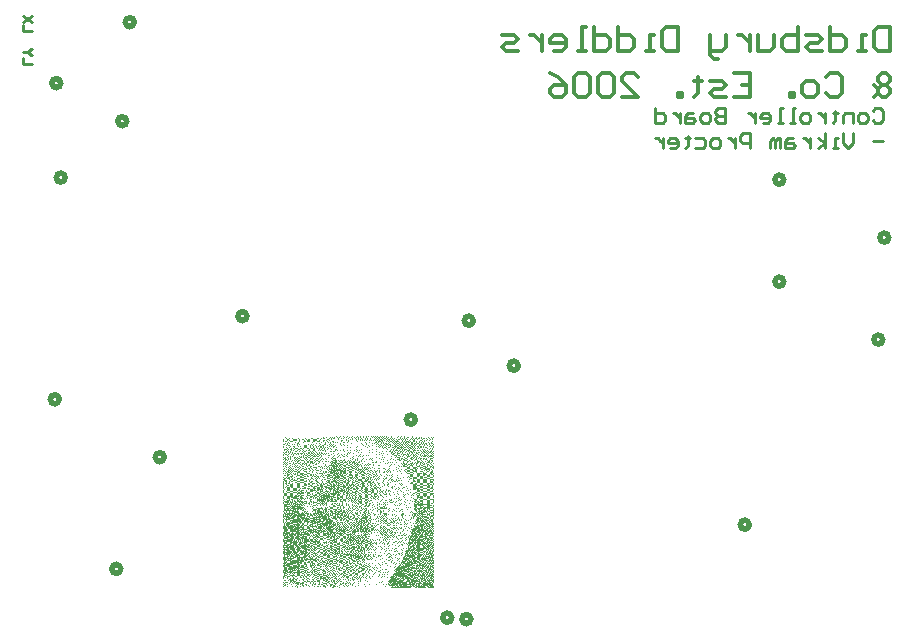
<source format=gbr>
%TF.GenerationSoftware,Altium Limited,Altium Designer,24.10.1 (45)*%
G04 Layer_Color=32896*
%FSLAX25Y25*%
%MOIN*%
%TF.SameCoordinates,9950C81B-CD0A-4F44-AB06-5448DEDD42A1*%
%TF.FilePolarity,Positive*%
%TF.FileFunction,Legend,Bot*%
%TF.Part,Single*%
G01*
G75*
%TA.AperFunction,NonConductor*%
%ADD37C,0.02000*%
%ADD41C,0.01000*%
%ADD45C,0.01200*%
G36*
X233962Y194377D02*
X233715D01*
Y194500D01*
X233962D01*
Y194377D01*
D02*
G37*
G36*
X232357D02*
X232110D01*
Y194500D01*
X232357D01*
Y194377D01*
D02*
G37*
G36*
X215565D02*
X215318D01*
Y194500D01*
X215565D01*
Y194377D01*
D02*
G37*
G36*
X230135Y194253D02*
X230011D01*
Y194377D01*
X229888D01*
Y194500D01*
X230135D01*
Y194253D01*
D02*
G37*
G36*
X209885Y194377D02*
X209762D01*
Y194253D01*
X209638D01*
Y194500D01*
X209885D01*
Y194377D01*
D02*
G37*
G36*
X208650Y194253D02*
X208527D01*
Y194377D01*
X208403D01*
Y194500D01*
X208650D01*
Y194253D01*
D02*
G37*
G36*
X241000D02*
Y194130D01*
X240877D01*
Y194377D01*
X241000D01*
Y194253D01*
D02*
G37*
G36*
X239395Y194130D02*
X239271D01*
Y194253D01*
Y194377D01*
X239395D01*
Y194130D01*
D02*
G37*
G36*
X238654D02*
X238407D01*
Y194253D01*
X238654D01*
Y194130D01*
D02*
G37*
G36*
X237790Y194253D02*
Y194130D01*
X237666D01*
Y194377D01*
X237790D01*
Y194253D01*
D02*
G37*
G36*
X237049Y194130D02*
X236925D01*
Y194006D01*
X236802D01*
Y193883D01*
X236679D01*
Y194006D01*
X236555D01*
Y194130D01*
X236432D01*
Y194253D01*
X236679D01*
Y194130D01*
X236802D01*
Y194253D01*
X236925D01*
Y194377D01*
X237049D01*
Y194130D01*
D02*
G37*
G36*
X235444D02*
X235320D01*
Y194377D01*
X235444D01*
Y194130D01*
D02*
G37*
G36*
X234332D02*
X234086D01*
Y194253D01*
X234332D01*
Y194130D01*
D02*
G37*
G36*
X233468D02*
X233345D01*
Y194377D01*
X233468D01*
Y194130D01*
D02*
G37*
G36*
X231493Y194253D02*
Y194130D01*
X231369D01*
Y194377D01*
X231493D01*
Y194253D01*
D02*
G37*
G36*
X230505Y194130D02*
X230381D01*
Y194253D01*
Y194377D01*
X230505D01*
Y194130D01*
D02*
G37*
G36*
X229147Y194377D02*
X229270D01*
Y194253D01*
X229394D01*
Y194130D01*
X229147D01*
Y194253D01*
X229023D01*
Y194377D01*
X228900D01*
Y194500D01*
X229147D01*
Y194377D01*
D02*
G37*
G36*
X227542D02*
X227665D01*
Y194253D01*
X227788D01*
Y194130D01*
X227542D01*
Y194253D01*
X227418D01*
Y194377D01*
Y194500D01*
X227542D01*
Y194377D01*
D02*
G37*
G36*
X226060D02*
Y194253D01*
X226183D01*
Y194130D01*
X225936D01*
Y194377D01*
X225813D01*
Y194500D01*
X226060D01*
Y194377D01*
D02*
G37*
G36*
X224455D02*
X224578D01*
Y194130D01*
X224455D01*
Y194253D01*
X224331D01*
Y194377D01*
X224208D01*
Y194500D01*
X224455D01*
Y194377D01*
D02*
G37*
G36*
X219269D02*
X219392D01*
Y194253D01*
X219516D01*
Y194130D01*
X219269D01*
Y194253D01*
X219145D01*
Y194377D01*
X219022D01*
Y194500D01*
X219269D01*
Y194377D01*
D02*
G37*
G36*
X217911Y194130D02*
X217664D01*
Y194253D01*
X217911D01*
Y194130D01*
D02*
G37*
G36*
X216923Y194253D02*
Y194130D01*
X216676D01*
Y194253D01*
X216799D01*
Y194377D01*
X216923D01*
Y194253D01*
D02*
G37*
G36*
X214701Y194130D02*
X214577D01*
Y194253D01*
X214701D01*
Y194130D01*
D02*
G37*
G36*
X213960Y194253D02*
X213836D01*
Y194130D01*
X213589D01*
Y194253D01*
X213713D01*
Y194377D01*
Y194500D01*
X213960D01*
Y194253D01*
D02*
G37*
G36*
X212972Y194130D02*
X212848D01*
Y194377D01*
X212972D01*
Y194130D01*
D02*
G37*
G36*
X212231Y194377D02*
X212108D01*
Y194253D01*
X211984D01*
Y194130D01*
X211861D01*
Y194377D01*
X211984D01*
Y194500D01*
X212231D01*
Y194377D01*
D02*
G37*
G36*
X210873D02*
X210749D01*
Y194253D01*
X210626D01*
Y194130D01*
X210379D01*
Y194253D01*
X210502D01*
Y194377D01*
X210626D01*
Y194500D01*
X210873D01*
Y194377D01*
D02*
G37*
G36*
X210256Y194130D02*
X210009D01*
Y194253D01*
X210256D01*
Y194130D01*
D02*
G37*
G36*
X207416D02*
X207292D01*
Y194377D01*
X207416D01*
Y194130D01*
D02*
G37*
G36*
X206675D02*
X206551D01*
Y194006D01*
X206428D01*
Y193883D01*
X206304D01*
Y194006D01*
X206181D01*
Y194130D01*
X206058D01*
Y194253D01*
X206304D01*
Y194130D01*
X206428D01*
Y194253D01*
X206675D01*
Y194130D01*
D02*
G37*
G36*
X205934D02*
X205687D01*
Y194253D01*
X205934D01*
Y194130D01*
D02*
G37*
G36*
X205440D02*
X205317D01*
Y194377D01*
X205440D01*
Y194130D01*
D02*
G37*
G36*
X204699D02*
X204452D01*
Y194253D01*
X204699D01*
Y194130D01*
D02*
G37*
G36*
X204329D02*
X204205D01*
Y194006D01*
X204082D01*
Y193883D01*
X203958D01*
Y194006D01*
X203835D01*
Y194130D01*
X203712D01*
Y194253D01*
X203958D01*
Y194130D01*
X204082D01*
Y194253D01*
X204329D01*
Y194130D01*
D02*
G37*
G36*
X203465D02*
X203341D01*
Y194377D01*
X203465D01*
Y194130D01*
D02*
G37*
G36*
X203094Y194253D02*
Y194130D01*
X202971D01*
Y194377D01*
X203094D01*
Y194253D01*
D02*
G37*
G36*
X202724Y194130D02*
X202477D01*
Y194253D01*
X202724D01*
Y194130D01*
D02*
G37*
G36*
X202353D02*
X202106D01*
Y194253D01*
X202353D01*
Y194130D01*
D02*
G37*
G36*
X201983D02*
X201736D01*
Y194253D01*
X201983D01*
Y194130D01*
D02*
G37*
G36*
X201489D02*
X201365D01*
Y194253D01*
Y194377D01*
X201489D01*
Y194130D01*
D02*
G37*
G36*
X201119D02*
X200995D01*
Y194377D01*
X201119D01*
Y194130D01*
D02*
G37*
G36*
X200748D02*
X200501D01*
Y194253D01*
X200748D01*
Y194130D01*
D02*
G37*
G36*
X200378D02*
X200131D01*
Y194253D01*
X200378D01*
Y194130D01*
D02*
G37*
G36*
X200007D02*
X199760D01*
Y194253D01*
X200007D01*
Y194130D01*
D02*
G37*
G36*
X199513D02*
X199390D01*
Y194377D01*
X199513D01*
Y194130D01*
D02*
G37*
G36*
X199143D02*
X199020D01*
Y194377D01*
X199143D01*
Y194130D01*
D02*
G37*
G36*
X198773D02*
X198649D01*
Y194377D01*
X198773D01*
Y194130D01*
D02*
G37*
G36*
X198402D02*
X198155D01*
Y194253D01*
X198402D01*
Y194130D01*
D02*
G37*
G36*
X198032D02*
X197785D01*
Y194253D01*
X198032D01*
Y194130D01*
D02*
G37*
G36*
X197661D02*
X197414D01*
Y194253D01*
X197661D01*
Y194130D01*
D02*
G37*
G36*
X197168D02*
X197044D01*
Y194377D01*
X197168D01*
Y194130D01*
D02*
G37*
G36*
X196797D02*
X196674D01*
Y194253D01*
Y194377D01*
X196797D01*
Y194130D01*
D02*
G37*
G36*
X196427D02*
X196180D01*
Y194253D01*
X196427D01*
Y194130D01*
D02*
G37*
G36*
X196056D02*
X195809D01*
Y194253D01*
X196056D01*
Y194130D01*
D02*
G37*
G36*
X195686D02*
X195439D01*
Y194253D01*
X195686D01*
Y194130D01*
D02*
G37*
G36*
X195192D02*
X195069D01*
Y194377D01*
X195192D01*
Y194130D01*
D02*
G37*
G36*
X194822Y194253D02*
Y194130D01*
X194698D01*
Y194377D01*
X194822D01*
Y194253D01*
D02*
G37*
G36*
X194451Y194130D02*
X194204D01*
Y194253D01*
X194451D01*
Y194130D01*
D02*
G37*
G36*
X194081D02*
X193834D01*
Y194253D01*
X194081D01*
Y194130D01*
D02*
G37*
G36*
X193710D02*
X193463D01*
Y194253D01*
X193710D01*
Y194130D01*
D02*
G37*
G36*
X193216D02*
X193093D01*
Y194377D01*
X193216D01*
Y194130D01*
D02*
G37*
G36*
X192846Y194253D02*
Y194130D01*
X192722D01*
Y194377D01*
X192846D01*
Y194253D01*
D02*
G37*
G36*
X192475Y194130D02*
X192229D01*
Y194253D01*
X192475D01*
Y194130D01*
D02*
G37*
G36*
X192105D02*
X191858D01*
Y194253D01*
X192105D01*
Y194130D01*
D02*
G37*
G36*
X191735D02*
X191488D01*
Y194253D01*
X191735D01*
Y194130D01*
D02*
G37*
G36*
X190870Y194253D02*
Y194130D01*
X190623D01*
Y194253D01*
X190747D01*
Y194377D01*
X190870D01*
Y194253D01*
D02*
G37*
G36*
X240630Y194130D02*
X240877D01*
Y194006D01*
X240753D01*
Y193883D01*
X240630D01*
Y194006D01*
X240506D01*
Y194130D01*
X240383D01*
Y194253D01*
X240630D01*
Y194130D01*
D02*
G37*
G36*
X239765Y194253D02*
Y194130D01*
X240012D01*
Y194253D01*
X240259D01*
Y194130D01*
X240136D01*
Y194006D01*
X240012D01*
Y193883D01*
X239889D01*
Y194006D01*
X239765D01*
Y194130D01*
X239642D01*
Y194377D01*
X239765D01*
Y194253D01*
D02*
G37*
G36*
X239024Y194130D02*
X239271D01*
Y194006D01*
X239148D01*
Y193883D01*
X239024D01*
Y194130D01*
X238777D01*
Y194253D01*
X239024D01*
Y194130D01*
D02*
G37*
G36*
X237419D02*
X237666D01*
Y193883D01*
X237419D01*
Y194130D01*
X237296D01*
Y194377D01*
X237419D01*
Y194130D01*
D02*
G37*
G36*
X235814Y194253D02*
Y194130D01*
X236061D01*
Y194253D01*
X236308D01*
Y194130D01*
X236185D01*
Y194006D01*
X236061D01*
Y193883D01*
X235938D01*
Y194006D01*
X235814D01*
Y194130D01*
X235691D01*
Y194377D01*
X235814D01*
Y194253D01*
D02*
G37*
G36*
X235073Y194130D02*
X235320D01*
Y194006D01*
X235197D01*
Y193883D01*
X235073D01*
Y194006D01*
Y194130D01*
X234950D01*
Y194253D01*
X235073D01*
Y194130D01*
D02*
G37*
G36*
X233098D02*
X233345D01*
Y194006D01*
X233221D01*
Y193883D01*
X233098D01*
Y194130D01*
X232974D01*
Y194253D01*
Y194377D01*
X233098D01*
Y194130D01*
D02*
G37*
G36*
X231863Y194253D02*
X231986D01*
Y194130D01*
X232110D01*
Y193883D01*
X231986D01*
Y194006D01*
X231863D01*
Y194130D01*
X231740D01*
Y194377D01*
X231863D01*
Y194253D01*
D02*
G37*
G36*
X230381Y194006D02*
X230258D01*
Y193883D01*
X230135D01*
Y194130D01*
X230381D01*
Y194006D01*
D02*
G37*
G36*
X215194Y194130D02*
X215318D01*
Y193883D01*
X215194D01*
Y194006D01*
X215071D01*
Y194130D01*
X214947D01*
Y194253D01*
X215194D01*
Y194130D01*
D02*
G37*
G36*
X213342D02*
X213589D01*
Y193883D01*
X213466D01*
Y194006D01*
X213342D01*
Y194130D01*
X213219D01*
Y194253D01*
Y194377D01*
X213342D01*
Y194130D01*
D02*
G37*
G36*
X212601D02*
X212848D01*
Y194006D01*
X212725D01*
Y193883D01*
X212601D01*
Y194130D01*
X212354D01*
Y194253D01*
X212601D01*
Y194130D01*
D02*
G37*
G36*
X211614D02*
X211861D01*
Y194006D01*
X211737D01*
Y193883D01*
X211614D01*
Y194006D01*
X211490D01*
Y194130D01*
X211367D01*
Y194253D01*
X211614D01*
Y194130D01*
D02*
G37*
G36*
X211243D02*
X211120D01*
Y194006D01*
X210996D01*
Y193883D01*
X210873D01*
Y194130D01*
X210996D01*
Y194253D01*
X211243D01*
Y194130D01*
D02*
G37*
G36*
X209391Y194253D02*
X209515D01*
Y194130D01*
X209638D01*
Y193883D01*
X209515D01*
Y194006D01*
X209391D01*
Y194130D01*
X209268D01*
Y194377D01*
X209391D01*
Y194253D01*
D02*
G37*
G36*
X209021Y194130D02*
X208897D01*
Y194006D01*
X208774D01*
Y193883D01*
X208650D01*
Y194130D01*
X208774D01*
Y194253D01*
X208897D01*
Y194377D01*
X209021D01*
Y194130D01*
D02*
G37*
G36*
X207909Y194006D02*
X207786D01*
Y193883D01*
X207663D01*
Y194253D01*
X207909D01*
Y194006D01*
D02*
G37*
G36*
X205070Y194130D02*
X205317D01*
Y194006D01*
Y193883D01*
X205070D01*
Y194130D01*
X204946D01*
Y194253D01*
Y194377D01*
X205070D01*
Y194130D01*
D02*
G37*
G36*
X236432Y193759D02*
X236308D01*
Y193883D01*
X236432D01*
Y193759D01*
D02*
G37*
G36*
X233098D02*
X232974D01*
Y193883D01*
X233098D01*
Y193759D01*
D02*
G37*
G36*
X232727Y194130D02*
X232604D01*
Y194006D01*
Y193883D01*
X232727D01*
Y193759D01*
X232480D01*
Y193883D01*
X232357D01*
Y194130D01*
X232480D01*
Y194253D01*
X232727D01*
Y194130D01*
D02*
G37*
G36*
X229764D02*
X229888D01*
Y194006D01*
X230011D01*
Y193883D01*
X230135D01*
Y193759D01*
X229888D01*
Y193883D01*
X229764D01*
Y194006D01*
X229641D01*
Y194130D01*
X229517D01*
Y194253D01*
X229764D01*
Y194130D01*
D02*
G37*
G36*
X228406Y194377D02*
X228282D01*
Y194253D01*
X228159D01*
Y194130D01*
X228282D01*
Y194006D01*
X228406D01*
Y193883D01*
X228529D01*
Y193759D01*
X228406D01*
Y193883D01*
X228159D01*
Y194006D01*
Y194130D01*
X228035D01*
Y194377D01*
X228159D01*
Y194500D01*
X228406D01*
Y194377D01*
D02*
G37*
G36*
X228035Y193759D02*
X227788D01*
Y193883D01*
X228035D01*
Y193759D01*
D02*
G37*
G36*
X225566Y194253D02*
X225690D01*
Y194130D01*
X225813D01*
Y194006D01*
X225936D01*
Y193883D01*
X226060D01*
Y193759D01*
X225813D01*
Y193883D01*
X225690D01*
Y194006D01*
X225566D01*
Y194130D01*
X225443D01*
Y194377D01*
X225566D01*
Y194253D01*
D02*
G37*
G36*
X218899Y194130D02*
X219022D01*
Y194006D01*
X219145D01*
Y193883D01*
X219269D01*
Y193759D01*
X219022D01*
Y193883D01*
X218899D01*
Y194006D01*
X218775D01*
Y194130D01*
X218652D01*
Y194253D01*
X218899D01*
Y194130D01*
D02*
G37*
G36*
X217540Y194377D02*
X217417D01*
Y194253D01*
X217293D01*
Y194130D01*
X217540D01*
Y193883D01*
X217664D01*
Y193759D01*
X217540D01*
Y193883D01*
X217417D01*
Y194006D01*
X217293D01*
Y194130D01*
X217170D01*
Y194377D01*
X217293D01*
Y194500D01*
X217540D01*
Y194377D01*
D02*
G37*
G36*
X217170Y193759D02*
X216923D01*
Y193883D01*
X217170D01*
Y193759D01*
D02*
G37*
G36*
X214330Y194130D02*
X214577D01*
Y193883D01*
X214454D01*
Y193759D01*
X214207D01*
Y193883D01*
X214330D01*
Y194130D01*
X214207D01*
Y194377D01*
X214330D01*
Y194130D01*
D02*
G37*
G36*
X212601Y193759D02*
X212478D01*
Y193636D01*
X212354D01*
Y193512D01*
X212231D01*
Y193636D01*
X212108D01*
Y193759D01*
X211984D01*
Y193883D01*
X212231D01*
Y193759D01*
X212354D01*
Y193883D01*
X212601D01*
Y193759D01*
D02*
G37*
G36*
X211367D02*
X211243D01*
Y193883D01*
X211367D01*
Y193759D01*
D02*
G37*
G36*
X208280Y194130D02*
X208403D01*
Y193883D01*
X208280D01*
Y193759D01*
X208033D01*
Y193883D01*
X208156D01*
Y194006D01*
Y194130D01*
X208033D01*
Y194253D01*
X208280D01*
Y194130D01*
D02*
G37*
G36*
X205687Y193759D02*
X205440D01*
Y193883D01*
X205687D01*
Y193759D01*
D02*
G37*
G36*
X203712D02*
X203588D01*
Y193883D01*
X203712D01*
Y193759D01*
D02*
G37*
G36*
X202971D02*
X202724D01*
Y193883D01*
X202971D01*
Y193759D01*
D02*
G37*
G36*
X201736D02*
X201489D01*
Y193883D01*
X201736D01*
Y193759D01*
D02*
G37*
G36*
X201365D02*
X201119D01*
Y193883D01*
X201365D01*
Y193759D01*
D02*
G37*
G36*
X200995D02*
X200748D01*
Y193883D01*
X200995D01*
Y193759D01*
D02*
G37*
G36*
X199760D02*
X199637D01*
Y193883D01*
X199760D01*
Y193759D01*
D02*
G37*
G36*
X199390D02*
X199143D01*
Y193883D01*
X199390D01*
Y193759D01*
D02*
G37*
G36*
X199020D02*
X198773D01*
Y193883D01*
X199020D01*
Y193759D01*
D02*
G37*
G36*
X198649D02*
X198402D01*
Y193883D01*
X198649D01*
Y193759D01*
D02*
G37*
G36*
X197785D02*
X197538D01*
Y193883D01*
X197785D01*
Y193759D01*
D02*
G37*
G36*
X197291D02*
X197044D01*
Y193883D01*
X197291D01*
Y193759D01*
D02*
G37*
G36*
X196303D02*
X196056D01*
Y193883D01*
X196303D01*
Y193759D01*
D02*
G37*
G36*
X195439D02*
X195192D01*
Y193883D01*
X195439D01*
Y193759D01*
D02*
G37*
G36*
X195069D02*
X194822D01*
Y193883D01*
X195069D01*
Y193759D01*
D02*
G37*
G36*
X194698D02*
X194451D01*
Y193883D01*
X194698D01*
Y193759D01*
D02*
G37*
G36*
X193463D02*
X193216D01*
Y193883D01*
X193463D01*
Y193759D01*
D02*
G37*
G36*
X193093D02*
X192969D01*
Y193636D01*
X192846D01*
Y193512D01*
X192722D01*
Y193636D01*
X192599D01*
Y193759D01*
X192475D01*
Y193883D01*
X192722D01*
Y193759D01*
X192846D01*
Y193883D01*
X193093D01*
Y193759D01*
D02*
G37*
G36*
X191241Y194130D02*
X191488D01*
Y194006D01*
Y193883D01*
X191364D01*
Y193759D01*
X191117D01*
Y193883D01*
X191241D01*
Y194130D01*
X191117D01*
Y194253D01*
Y194377D01*
X191241D01*
Y194130D01*
D02*
G37*
G36*
X190870Y193759D02*
X190623D01*
Y193883D01*
X190870D01*
Y193759D01*
D02*
G37*
G36*
X239024D02*
Y193636D01*
X238901D01*
Y193759D01*
X238777D01*
Y193883D01*
X239024D01*
Y193759D01*
D02*
G37*
G36*
X204452Y193636D02*
X204329D01*
Y193759D01*
Y193883D01*
X204452D01*
Y193636D01*
D02*
G37*
G36*
X202477D02*
X202353D01*
Y193759D01*
Y193883D01*
X202477D01*
Y193636D01*
D02*
G37*
G36*
X202106Y193759D02*
Y193636D01*
X201983D01*
Y193883D01*
X202106D01*
Y193759D01*
D02*
G37*
G36*
X200501D02*
Y193636D01*
X200378D01*
Y193883D01*
X200501D01*
Y193759D01*
D02*
G37*
G36*
X200131D02*
Y193636D01*
X200007D01*
Y193883D01*
X200131D01*
Y193759D01*
D02*
G37*
G36*
X198155D02*
Y193636D01*
X198032D01*
Y193883D01*
X198155D01*
Y193759D01*
D02*
G37*
G36*
X195809Y193636D02*
X195686D01*
Y193759D01*
Y193883D01*
X195809D01*
Y193636D01*
D02*
G37*
G36*
X194204Y193759D02*
Y193636D01*
X194081D01*
Y193883D01*
X194204D01*
Y193759D01*
D02*
G37*
G36*
X193834Y193636D02*
X193710D01*
Y193759D01*
Y193883D01*
X193834D01*
Y193636D01*
D02*
G37*
G36*
X192229Y193759D02*
Y193636D01*
X192105D01*
Y193883D01*
X192229D01*
Y193759D01*
D02*
G37*
G36*
X191858Y193636D02*
X191735D01*
Y193759D01*
X191611D01*
Y193883D01*
X191858D01*
Y193636D01*
D02*
G37*
G36*
X239642Y193759D02*
X239518D01*
Y193636D01*
X239395D01*
Y193512D01*
X239148D01*
Y193636D01*
X239271D01*
Y193759D01*
X239395D01*
Y193883D01*
X239642D01*
Y193759D01*
D02*
G37*
G36*
X238284Y194130D02*
X238407D01*
Y194006D01*
Y193883D01*
X238654D01*
Y193759D01*
X238531D01*
Y193636D01*
X238407D01*
Y193512D01*
X238284D01*
Y193759D01*
X238407D01*
Y193883D01*
X238284D01*
Y194006D01*
X238160D01*
Y194130D01*
X238037D01*
Y194253D01*
X238284D01*
Y194130D01*
D02*
G37*
G36*
X236308Y193636D02*
Y193512D01*
X236061D01*
Y193759D01*
X236308D01*
Y193636D01*
D02*
G37*
G36*
X235691Y193759D02*
X235814D01*
Y193512D01*
X235691D01*
Y193636D01*
X235567D01*
Y193759D01*
X235444D01*
Y193883D01*
X235691D01*
Y193759D01*
D02*
G37*
G36*
X233839Y193883D02*
X233715D01*
Y193759D01*
X233592D01*
Y193636D01*
X233468D01*
Y193512D01*
X233345D01*
Y193759D01*
X233468D01*
Y193883D01*
X233592D01*
Y194006D01*
X233715D01*
Y194130D01*
X233839D01*
Y193883D01*
D02*
G37*
G36*
X232357Y193512D02*
X232110D01*
Y193759D01*
X232357D01*
Y193512D01*
D02*
G37*
G36*
X231122Y194377D02*
X230999D01*
Y194130D01*
X231122D01*
Y194006D01*
X231246D01*
Y193883D01*
X231369D01*
Y193759D01*
X231246D01*
Y193636D01*
X231122D01*
Y193512D01*
X230875D01*
Y193636D01*
X230999D01*
Y193759D01*
X231122D01*
Y193883D01*
X230999D01*
Y194006D01*
X230875D01*
Y194130D01*
X230752D01*
Y194253D01*
X230875D01*
Y194500D01*
X231122D01*
Y194377D01*
D02*
G37*
G36*
X218158Y193759D02*
X218281D01*
Y193512D01*
X218158D01*
Y193636D01*
X218034D01*
Y193759D01*
X217911D01*
Y193883D01*
X218158D01*
Y193759D01*
D02*
G37*
G36*
X214947D02*
X214824D01*
Y193636D01*
X214701D01*
Y193512D01*
X214577D01*
Y193759D01*
X214701D01*
Y193883D01*
X214947D01*
Y193759D01*
D02*
G37*
G36*
X213219D02*
X213342D01*
Y193512D01*
X213219D01*
Y193636D01*
X213095D01*
Y193759D01*
X212972D01*
Y193883D01*
X213219D01*
Y193759D01*
D02*
G37*
G36*
X210626D02*
X210749D01*
Y193636D01*
X210873D01*
Y193512D01*
X210626D01*
Y193636D01*
X210502D01*
Y193759D01*
X210379D01*
Y193883D01*
X210626D01*
Y193759D01*
D02*
G37*
G36*
X210009Y194006D02*
Y193883D01*
X210256D01*
Y193759D01*
X210132D01*
Y193636D01*
X210009D01*
Y193512D01*
X209885D01*
Y193636D01*
Y193759D01*
X210009D01*
Y193883D01*
X209885D01*
Y194130D01*
X210009D01*
Y194006D01*
D02*
G37*
G36*
X209638Y193512D02*
X209391D01*
Y193636D01*
X209515D01*
Y193759D01*
X209638D01*
Y193512D01*
D02*
G37*
G36*
X208650D02*
X208403D01*
Y193636D01*
X208527D01*
Y193759D01*
X208650D01*
Y193512D01*
D02*
G37*
G36*
X207045Y194130D02*
X207292D01*
Y193883D01*
X207539D01*
Y193759D01*
X207416D01*
Y193636D01*
X207292D01*
Y193512D01*
X207045D01*
Y193636D01*
X207169D01*
Y193759D01*
X207292D01*
Y193883D01*
X207169D01*
Y194006D01*
X207045D01*
Y194130D01*
X206922D01*
Y194377D01*
X207045D01*
Y194130D01*
D02*
G37*
G36*
X206058Y193759D02*
X206181D01*
Y193636D01*
X206304D01*
Y193512D01*
X206058D01*
Y193636D01*
X205934D01*
Y193883D01*
X206058D01*
Y193759D01*
D02*
G37*
G36*
X204946D02*
X205070D01*
Y193512D01*
X204946D01*
Y193636D01*
X204823D01*
Y193759D01*
X204699D01*
Y193883D01*
X204946D01*
Y193759D01*
D02*
G37*
G36*
X203341D02*
X203588D01*
Y193636D01*
X203465D01*
Y193512D01*
X203341D01*
Y193636D01*
X203218D01*
Y193759D01*
X203094D01*
Y193883D01*
X203341D01*
Y193759D01*
D02*
G37*
G36*
X196797D02*
X196674D01*
Y193636D01*
X196550D01*
Y193512D01*
X196427D01*
Y193759D01*
X196550D01*
Y193883D01*
X196797D01*
Y193759D01*
D02*
G37*
G36*
X213219Y193389D02*
X213095D01*
Y193265D01*
X212972D01*
Y193142D01*
X212725D01*
Y193265D01*
X212601D01*
Y193389D01*
Y193512D01*
X212725D01*
Y193389D01*
X212972D01*
Y193512D01*
X213219D01*
Y193389D01*
D02*
G37*
G36*
X205934D02*
X205810D01*
Y193265D01*
X205687D01*
Y193142D01*
X205440D01*
Y193265D01*
X205317D01*
Y193512D01*
X205440D01*
Y193389D01*
X205687D01*
Y193512D01*
X205934D01*
Y193389D01*
D02*
G37*
G36*
X203094Y193265D02*
X202971D01*
Y193142D01*
X202847D01*
Y193018D01*
X202724D01*
Y192895D01*
X202600D01*
Y193142D01*
X202724D01*
Y193265D01*
X202600D01*
Y193389D01*
X202477D01*
Y193512D01*
X202724D01*
Y193389D01*
X202971D01*
Y193512D01*
X203094D01*
Y193265D01*
D02*
G37*
G36*
X202353Y193389D02*
X202106D01*
Y193512D01*
X202353D01*
Y193389D01*
D02*
G37*
G36*
X201983D02*
X201736D01*
Y193512D01*
X201983D01*
Y193389D01*
D02*
G37*
G36*
X200378D02*
X200131D01*
Y193512D01*
X200378D01*
Y193389D01*
D02*
G37*
G36*
X200007D02*
X199760D01*
Y193512D01*
X200007D01*
Y193389D01*
D02*
G37*
G36*
X194081D02*
X193834D01*
Y193512D01*
X194081D01*
Y193389D01*
D02*
G37*
G36*
X192105D02*
X191858D01*
Y193512D01*
X192105D01*
Y193389D01*
D02*
G37*
G36*
X240012Y193636D02*
Y193512D01*
X239889D01*
Y193389D01*
X239765D01*
Y193265D01*
X239642D01*
Y193512D01*
X239765D01*
Y193636D01*
X239889D01*
Y193759D01*
X240012D01*
Y193636D01*
D02*
G37*
G36*
X238037Y193759D02*
X237913D01*
Y193512D01*
X238037D01*
Y193265D01*
X237913D01*
Y193389D01*
X237790D01*
Y193512D01*
X237666D01*
Y193759D01*
X237790D01*
Y193883D01*
X238037D01*
Y193759D01*
D02*
G37*
G36*
X236802Y193636D02*
X236925D01*
Y193512D01*
X236679D01*
Y193389D01*
Y193265D01*
X236432D01*
Y193512D01*
X236555D01*
Y193636D01*
X236679D01*
Y193759D01*
X236802D01*
Y193636D01*
D02*
G37*
G36*
X234703Y193883D02*
X234950D01*
Y193759D01*
X234826D01*
Y193636D01*
X234703D01*
Y193512D01*
X234579D01*
Y193389D01*
X234456D01*
Y193265D01*
X234332D01*
Y193389D01*
Y193512D01*
X234456D01*
Y193636D01*
X234579D01*
Y193759D01*
X234703D01*
Y193883D01*
X234579D01*
Y194006D01*
X234456D01*
Y194253D01*
X234703D01*
Y193883D01*
D02*
G37*
G36*
X228776Y194130D02*
X228900D01*
Y194006D01*
X229023D01*
Y193883D01*
X229147D01*
Y193759D01*
X229023D01*
Y193512D01*
X229147D01*
Y193265D01*
X229023D01*
Y193389D01*
X228900D01*
Y193512D01*
X228776D01*
Y193759D01*
X228900D01*
Y193883D01*
X228776D01*
Y194006D01*
X228653D01*
Y194130D01*
X228529D01*
Y194253D01*
X228776D01*
Y194130D01*
D02*
G37*
G36*
X217540Y193512D02*
X217664D01*
Y193265D01*
X217540D01*
Y193512D01*
X217293D01*
Y193636D01*
X217417D01*
Y193759D01*
X217540D01*
Y193512D01*
D02*
G37*
G36*
X215318D02*
X215194D01*
Y193389D01*
X215071D01*
Y193265D01*
X214947D01*
Y193512D01*
X215071D01*
Y193636D01*
X215194D01*
Y193759D01*
X215318D01*
Y193512D01*
D02*
G37*
G36*
X214330Y193265D02*
X214207D01*
Y193389D01*
Y193512D01*
X214330D01*
Y193265D01*
D02*
G37*
G36*
X204699Y193389D02*
Y193265D01*
X204576D01*
Y193389D01*
X204452D01*
Y193512D01*
X204699D01*
Y193389D01*
D02*
G37*
G36*
X204082Y193636D02*
X204205D01*
Y193512D01*
X204329D01*
Y193265D01*
X204205D01*
Y193389D01*
X204082D01*
Y193512D01*
X203958D01*
Y193636D01*
Y193759D01*
X204082D01*
Y193636D01*
D02*
G37*
G36*
X201489Y193265D02*
X201365D01*
Y193389D01*
Y193512D01*
X201489D01*
Y193265D01*
D02*
G37*
G36*
X201119D02*
X200995D01*
Y193512D01*
X201119D01*
Y193265D01*
D02*
G37*
G36*
X200748Y193389D02*
Y193265D01*
X200625D01*
Y193512D01*
X200748D01*
Y193389D01*
D02*
G37*
G36*
X199513Y193265D02*
X199390D01*
Y193389D01*
Y193512D01*
X199513D01*
Y193265D01*
D02*
G37*
G36*
X199143Y193389D02*
Y193265D01*
X199020D01*
Y193512D01*
X199143D01*
Y193389D01*
D02*
G37*
G36*
X198032D02*
Y193265D01*
X197785D01*
Y193512D01*
X198032D01*
Y193389D01*
D02*
G37*
G36*
X197538D02*
Y193265D01*
X197414D01*
Y193512D01*
X197538D01*
Y193389D01*
D02*
G37*
G36*
X197168D02*
Y193265D01*
X197044D01*
Y193512D01*
X197168D01*
Y193389D01*
D02*
G37*
G36*
X196180Y193265D02*
X196056D01*
Y193512D01*
X196180D01*
Y193265D01*
D02*
G37*
G36*
X195192D02*
X195069D01*
Y193389D01*
Y193512D01*
X195192D01*
Y193265D01*
D02*
G37*
G36*
X194822Y193389D02*
Y193265D01*
X194698D01*
Y193512D01*
X194822D01*
Y193389D01*
D02*
G37*
G36*
X194451Y193265D02*
X194328D01*
Y193389D01*
X194204D01*
Y193512D01*
X194451D01*
Y193265D01*
D02*
G37*
G36*
X193710Y193389D02*
X193587D01*
Y193265D01*
X193463D01*
Y193512D01*
X193710D01*
Y193389D01*
D02*
G37*
G36*
X193216Y193265D02*
X193093D01*
Y193512D01*
X193216D01*
Y193265D01*
D02*
G37*
G36*
X191735Y193389D02*
X191611D01*
Y193265D01*
X191488D01*
Y193512D01*
X191735D01*
Y193389D01*
D02*
G37*
G36*
X191241Y193265D02*
X191117D01*
Y193389D01*
Y193512D01*
X191241D01*
Y193265D01*
D02*
G37*
G36*
X190870Y193389D02*
Y193265D01*
X190747D01*
Y193512D01*
X190870D01*
Y193389D01*
D02*
G37*
G36*
X240383Y193759D02*
X240630D01*
Y193512D01*
X240506D01*
Y193389D01*
X240383D01*
Y193265D01*
X240259D01*
Y193142D01*
X240012D01*
Y193265D01*
X240136D01*
Y193389D01*
X240259D01*
Y193512D01*
X240383D01*
Y193759D01*
X240136D01*
Y193883D01*
X240383D01*
Y193759D01*
D02*
G37*
G36*
X238777Y193389D02*
X238901D01*
Y193265D01*
X239024D01*
Y193142D01*
X238777D01*
Y193265D01*
X238654D01*
Y193512D01*
X238777D01*
Y193389D01*
D02*
G37*
G36*
X235814Y193142D02*
X235691D01*
Y193265D01*
X235814D01*
Y193142D01*
D02*
G37*
G36*
X235197Y193636D02*
X235320D01*
Y193512D01*
X235444D01*
Y193265D01*
X235320D01*
Y193142D01*
X235073D01*
Y193265D01*
X235197D01*
Y193389D01*
X235320D01*
Y193512D01*
X235073D01*
Y193759D01*
X235197D01*
Y193636D01*
D02*
G37*
G36*
X234826Y193265D02*
Y193142D01*
X234703D01*
Y193389D01*
X234826D01*
Y193265D01*
D02*
G37*
G36*
X234332Y193759D02*
X234209D01*
Y193636D01*
X234086D01*
Y193512D01*
X233962D01*
Y193389D01*
X233839D01*
Y193265D01*
X233715D01*
Y193142D01*
X233468D01*
Y193265D01*
X233592D01*
Y193389D01*
X233715D01*
Y193512D01*
X233839D01*
Y193636D01*
X233962D01*
Y193759D01*
X234086D01*
Y193883D01*
X234332D01*
Y193759D01*
D02*
G37*
G36*
X233098Y193389D02*
X233221D01*
Y193265D01*
X233345D01*
Y193142D01*
X233098D01*
Y193265D01*
X232974D01*
Y193512D01*
X233098D01*
Y193389D01*
D02*
G37*
G36*
X231740Y193759D02*
X231863D01*
Y193636D01*
X231986D01*
Y193512D01*
X232110D01*
Y193265D01*
X231986D01*
Y193142D01*
X231740D01*
Y193265D01*
X231863D01*
Y193512D01*
X231740D01*
Y193636D01*
X231616D01*
Y193759D01*
X231493D01*
Y193883D01*
X231740D01*
Y193759D01*
D02*
G37*
G36*
X230752D02*
X230628D01*
Y193512D01*
X230752D01*
Y193389D01*
X230875D01*
Y193265D01*
X230999D01*
Y193142D01*
X230752D01*
Y193265D01*
X230628D01*
Y193389D01*
X230505D01*
Y193512D01*
X230381D01*
Y193759D01*
X230505D01*
Y193883D01*
X230752D01*
Y193759D01*
D02*
G37*
G36*
X216553Y194377D02*
X216429D01*
Y194253D01*
X216306D01*
Y194130D01*
X216553D01*
Y193883D01*
X216676D01*
Y193759D01*
X216923D01*
Y193512D01*
X217170D01*
Y193389D01*
X217293D01*
Y193142D01*
X217170D01*
Y193265D01*
X217046D01*
Y193389D01*
X216923D01*
Y193512D01*
X216799D01*
Y193636D01*
X216676D01*
Y193759D01*
X216553D01*
Y193883D01*
X216306D01*
Y194006D01*
Y194130D01*
X216182D01*
Y194377D01*
X216306D01*
Y194500D01*
X216553D01*
Y194377D01*
D02*
G37*
G36*
X216306Y193636D02*
X216429D01*
Y193512D01*
X216553D01*
Y193389D01*
X216676D01*
Y193265D01*
X216799D01*
Y193142D01*
X216553D01*
Y193265D01*
X216429D01*
Y193389D01*
X216306D01*
Y193512D01*
X216182D01*
Y193759D01*
X216306D01*
Y193636D01*
D02*
G37*
G36*
X215935Y194130D02*
X215812D01*
Y193883D01*
X215935D01*
Y193759D01*
X215812D01*
Y193512D01*
X215935D01*
Y193389D01*
X216059D01*
Y193265D01*
X216182D01*
Y193142D01*
X215935D01*
Y193265D01*
X215812D01*
Y193389D01*
X215688D01*
Y193512D01*
X215565D01*
Y193759D01*
X215688D01*
Y193883D01*
X215565D01*
Y194130D01*
X215688D01*
Y194253D01*
X215812D01*
Y194377D01*
X215935D01*
Y194130D01*
D02*
G37*
G36*
X214824Y193142D02*
X214577D01*
Y193265D01*
X214824D01*
Y193142D01*
D02*
G37*
G36*
X213960Y193636D02*
Y193512D01*
X213836D01*
Y193265D01*
X213960D01*
Y193142D01*
X213713D01*
Y193265D01*
X213589D01*
Y193512D01*
X213713D01*
Y193883D01*
X213960D01*
Y193636D01*
D02*
G37*
G36*
X210873Y193142D02*
X210626D01*
Y193265D01*
X210873D01*
Y193142D01*
D02*
G37*
G36*
X210379Y193265D02*
X210256D01*
Y193142D01*
X210132D01*
Y193018D01*
X210009D01*
Y192895D01*
X209885D01*
Y192771D01*
X209638D01*
Y192895D01*
X209762D01*
Y193142D01*
X209638D01*
Y193265D01*
Y193389D01*
X209762D01*
Y193265D01*
X209885D01*
Y193142D01*
X210009D01*
Y193265D01*
X210132D01*
Y193389D01*
X210256D01*
Y193512D01*
X210379D01*
Y193265D01*
D02*
G37*
G36*
X209268Y193759D02*
X209144D01*
Y193636D01*
X209021D01*
Y193512D01*
X209268D01*
Y193389D01*
X209391D01*
Y193142D01*
X209268D01*
Y193265D01*
X209144D01*
Y193389D01*
X209021D01*
Y193512D01*
X208897D01*
Y193759D01*
X209021D01*
Y193883D01*
X209268D01*
Y193759D01*
D02*
G37*
G36*
X208403Y193142D02*
X208280D01*
Y193389D01*
X208403D01*
Y193142D01*
D02*
G37*
G36*
X207416D02*
X207292D01*
Y193389D01*
X207416D01*
Y193142D01*
D02*
G37*
G36*
X206922Y193759D02*
X206798D01*
Y193636D01*
X206675D01*
Y193512D01*
X206922D01*
Y193265D01*
X207045D01*
Y193142D01*
X206922D01*
Y193265D01*
X206675D01*
Y193389D01*
Y193512D01*
X206428D01*
Y193636D01*
X206551D01*
Y193759D01*
X206675D01*
Y193883D01*
X206922D01*
Y193759D01*
D02*
G37*
G36*
X203465Y193142D02*
X203341D01*
Y193265D01*
X203465D01*
Y193142D01*
D02*
G37*
G36*
X198649Y193389D02*
X198526D01*
Y193265D01*
X198402D01*
Y193142D01*
X198155D01*
Y193265D01*
X198279D01*
Y193389D01*
X198402D01*
Y193512D01*
X198649D01*
Y193389D01*
D02*
G37*
G36*
X196674Y193142D02*
X196427D01*
Y193265D01*
X196674D01*
Y193142D01*
D02*
G37*
G36*
X195686Y193389D02*
X195809D01*
Y193142D01*
X195562D01*
Y193265D01*
X195439D01*
Y193512D01*
X195686D01*
Y193389D01*
D02*
G37*
G36*
X237666Y193142D02*
X237790D01*
Y192895D01*
X237666D01*
Y193142D01*
X237419D01*
Y193265D01*
X237666D01*
Y193142D01*
D02*
G37*
G36*
X237296Y193759D02*
X237419D01*
Y193512D01*
X237296D01*
Y193389D01*
X237172D01*
Y193265D01*
X237049D01*
Y193142D01*
X236925D01*
Y193018D01*
X236802D01*
Y192895D01*
X236679D01*
Y193142D01*
X236802D01*
Y193265D01*
X236925D01*
Y193389D01*
X237049D01*
Y193512D01*
X237172D01*
Y193759D01*
X237049D01*
Y193883D01*
X237296D01*
Y193759D01*
D02*
G37*
G36*
X236308Y193142D02*
X236432D01*
Y192895D01*
X236308D01*
Y193018D01*
X236185D01*
Y193142D01*
X236061D01*
Y193265D01*
X236308D01*
Y193142D01*
D02*
G37*
G36*
X229517Y193759D02*
X229764D01*
Y193512D01*
X229641D01*
Y193265D01*
X229764D01*
Y193142D01*
X229888D01*
Y192895D01*
X229764D01*
Y193142D01*
X229517D01*
Y193265D01*
X229394D01*
Y193512D01*
X229517D01*
Y193759D01*
X229394D01*
Y193883D01*
X229517D01*
Y193759D01*
D02*
G37*
G36*
X228406Y193512D02*
X228529D01*
Y193389D01*
X228653D01*
Y193265D01*
X228776D01*
Y193142D01*
X228900D01*
Y192895D01*
X228776D01*
Y193018D01*
X228653D01*
Y193142D01*
X228529D01*
Y193265D01*
X228406D01*
Y193389D01*
X228282D01*
Y193512D01*
X228159D01*
Y193636D01*
X228282D01*
Y193759D01*
X228406D01*
Y193512D01*
D02*
G37*
G36*
X221245Y193018D02*
Y192895D01*
X221121D01*
Y193142D01*
X221245D01*
Y193018D01*
D02*
G37*
G36*
X219763Y193512D02*
X219886D01*
Y193389D01*
X220133D01*
Y193512D01*
X220257D01*
Y193265D01*
X220133D01*
Y193142D01*
X220257D01*
Y192895D01*
X220133D01*
Y193018D01*
X220010D01*
Y193142D01*
X219886D01*
Y193265D01*
X219763D01*
Y193389D01*
X219639D01*
Y193512D01*
X219516D01*
Y193883D01*
X219763D01*
Y193512D01*
D02*
G37*
G36*
X218158Y193265D02*
X218405D01*
Y193142D01*
X218528D01*
Y192895D01*
X218405D01*
Y193018D01*
X218281D01*
Y193142D01*
X218158D01*
Y193265D01*
X217911D01*
Y193512D01*
X218158D01*
Y193265D01*
D02*
G37*
G36*
X217170Y192895D02*
X216923D01*
Y193142D01*
X217170D01*
Y192895D01*
D02*
G37*
G36*
X216553D02*
X216306D01*
Y193142D01*
X216553D01*
Y192895D01*
D02*
G37*
G36*
X215565Y193142D02*
X215688D01*
Y193018D01*
X215812D01*
Y192895D01*
X215565D01*
Y193018D01*
X215441D01*
Y193142D01*
X215318D01*
Y193265D01*
X215565D01*
Y193142D01*
D02*
G37*
G36*
X215194Y192895D02*
X214947D01*
Y193018D01*
Y193142D01*
X215194D01*
Y192895D01*
D02*
G37*
G36*
X214330Y193018D02*
Y192895D01*
X214207D01*
Y193142D01*
X214330D01*
Y193018D01*
D02*
G37*
G36*
X206304Y193142D02*
X206181D01*
Y193018D01*
X206058D01*
Y192895D01*
X205934D01*
Y193142D01*
X206058D01*
Y193265D01*
X206304D01*
Y193142D01*
D02*
G37*
G36*
X205070D02*
X205317D01*
Y193018D01*
Y192895D01*
X205070D01*
Y193142D01*
X204946D01*
Y193265D01*
X205070D01*
Y193142D01*
D02*
G37*
G36*
X203835Y193265D02*
X203958D01*
Y193142D01*
X204082D01*
Y192895D01*
X203958D01*
Y193018D01*
X203835D01*
Y193142D01*
X203712D01*
Y193389D01*
X203835D01*
Y193265D01*
D02*
G37*
G36*
X202353Y192895D02*
X202106D01*
Y193018D01*
Y193142D01*
X202353D01*
Y192895D01*
D02*
G37*
G36*
X201983Y193018D02*
Y192895D01*
X201736D01*
Y193142D01*
X201983D01*
Y193018D01*
D02*
G37*
G36*
X201489D02*
Y192895D01*
X201365D01*
Y193142D01*
X201489D01*
Y193018D01*
D02*
G37*
G36*
X200748Y192895D02*
X200625D01*
Y193018D01*
Y193142D01*
X200748D01*
Y192895D01*
D02*
G37*
G36*
X200378Y193018D02*
Y192895D01*
X200131D01*
Y193142D01*
X200378D01*
Y193018D01*
D02*
G37*
G36*
X200007Y192895D02*
X199760D01*
Y193018D01*
Y193142D01*
X200007D01*
Y192895D01*
D02*
G37*
G36*
X199513Y193018D02*
Y192895D01*
X199390D01*
Y193142D01*
X199513D01*
Y193018D01*
D02*
G37*
G36*
X199143Y192895D02*
X199020D01*
Y193142D01*
X199143D01*
Y192895D01*
D02*
G37*
G36*
X198773D02*
X198526D01*
Y193018D01*
X198649D01*
Y193142D01*
X198773D01*
Y192895D01*
D02*
G37*
G36*
X197785Y193018D02*
Y192895D01*
X197661D01*
Y193142D01*
X197785D01*
Y193018D01*
D02*
G37*
G36*
X197414Y192895D02*
X197168D01*
Y193142D01*
X197414D01*
Y192895D01*
D02*
G37*
G36*
X197044Y193018D02*
Y192895D01*
X196797D01*
Y193142D01*
X197044D01*
Y193018D01*
D02*
G37*
G36*
X196180Y192895D02*
X196056D01*
Y193018D01*
Y193142D01*
X196180D01*
Y192895D01*
D02*
G37*
G36*
X194822D02*
X194698D01*
Y193142D01*
X194822D01*
Y192895D01*
D02*
G37*
G36*
X194451D02*
X194204D01*
Y193018D01*
X194328D01*
Y193142D01*
X194451D01*
Y192895D01*
D02*
G37*
G36*
X194081Y193018D02*
Y192895D01*
X193834D01*
Y193142D01*
X194081D01*
Y193018D01*
D02*
G37*
G36*
X193587Y192895D02*
X193463D01*
Y193142D01*
X193587D01*
Y192895D01*
D02*
G37*
G36*
X193216D02*
X193093D01*
Y193018D01*
Y193142D01*
X193216D01*
Y192895D01*
D02*
G37*
G36*
X191611Y193018D02*
Y192895D01*
X191488D01*
Y193142D01*
X191611D01*
Y193018D01*
D02*
G37*
G36*
X191241Y192895D02*
X191117D01*
Y192771D01*
X190994D01*
Y192648D01*
X190870D01*
Y192525D01*
X190747D01*
Y192771D01*
X190870D01*
Y192895D01*
X190747D01*
Y193142D01*
X190870D01*
Y193018D01*
Y192895D01*
X190994D01*
Y193018D01*
X191117D01*
Y193142D01*
X191241D01*
Y192895D01*
D02*
G37*
G36*
X240630Y192771D02*
X240506D01*
Y192648D01*
X240383D01*
Y192525D01*
X240630D01*
Y192401D01*
X240383D01*
Y192525D01*
X240259D01*
Y192648D01*
X240136D01*
Y192771D01*
X240012D01*
Y192895D01*
X240259D01*
Y192771D01*
X240383D01*
Y192895D01*
X240630D01*
Y192771D01*
D02*
G37*
G36*
X239395Y193142D02*
X239642D01*
Y192895D01*
X239765D01*
Y192771D01*
X239642D01*
Y192895D01*
X239395D01*
Y193142D01*
X239271D01*
Y193265D01*
X239395D01*
Y193142D01*
D02*
G37*
G36*
X238407D02*
X238654D01*
Y192895D01*
X238777D01*
Y192771D01*
X238654D01*
Y192895D01*
X238531D01*
Y193018D01*
X238407D01*
Y193142D01*
X238284D01*
Y193265D01*
X238407D01*
Y193142D01*
D02*
G37*
G36*
X235691Y193018D02*
Y192895D01*
X235567D01*
Y192771D01*
X235320D01*
Y192895D01*
X235444D01*
Y193018D01*
X235567D01*
Y193142D01*
X235691D01*
Y193018D01*
D02*
G37*
G36*
X233468Y192771D02*
X233345D01*
Y192895D01*
X233468D01*
Y192771D01*
D02*
G37*
G36*
X231493Y193265D02*
X231369D01*
Y193142D01*
X231493D01*
Y192895D01*
X231369D01*
Y192771D01*
X231246D01*
Y192648D01*
X231122D01*
Y192525D01*
X230999D01*
Y192401D01*
X230875D01*
Y192278D01*
X230752D01*
Y192154D01*
X230875D01*
Y192031D01*
X230999D01*
Y191907D01*
X231122D01*
Y191784D01*
X231246D01*
Y191660D01*
X231369D01*
Y191537D01*
X231493D01*
Y191413D01*
X231616D01*
Y191290D01*
X231740D01*
Y191166D01*
X231863D01*
Y191043D01*
X231986D01*
Y190919D01*
X232110D01*
Y190796D01*
X232234D01*
Y190672D01*
X232357D01*
Y190549D01*
X232480D01*
Y190425D01*
X232604D01*
Y190302D01*
X232727D01*
Y190179D01*
X232851D01*
Y190055D01*
X232974D01*
Y189931D01*
X233098D01*
Y189808D01*
X232974D01*
Y189561D01*
X233098D01*
Y189438D01*
X233345D01*
Y189561D01*
X233468D01*
Y189438D01*
X233592D01*
Y189314D01*
X233715D01*
Y189191D01*
X233839D01*
Y189067D01*
X233962D01*
Y188944D01*
X234086D01*
Y188820D01*
X234209D01*
Y188697D01*
X234332D01*
Y188573D01*
X234086D01*
Y188697D01*
Y188820D01*
X233839D01*
Y188944D01*
X233715D01*
Y189191D01*
X233468D01*
Y189314D01*
X233345D01*
Y189191D01*
X233468D01*
Y188944D01*
X233345D01*
Y188697D01*
X233468D01*
Y188450D01*
X233592D01*
Y188326D01*
X233715D01*
Y188080D01*
X233592D01*
Y187956D01*
X233468D01*
Y188326D01*
X233345D01*
Y188697D01*
X233221D01*
Y188820D01*
X233098D01*
Y188944D01*
X233221D01*
Y189191D01*
X233098D01*
Y189314D01*
X232974D01*
Y189438D01*
X232851D01*
Y189561D01*
X232727D01*
Y189808D01*
X232851D01*
Y189931D01*
X232727D01*
Y190055D01*
X232604D01*
Y190179D01*
X232480D01*
Y190302D01*
X232357D01*
Y190425D01*
X232234D01*
Y190549D01*
X232110D01*
Y190672D01*
X231986D01*
Y190796D01*
X231863D01*
Y190919D01*
X231740D01*
Y191043D01*
X231616D01*
Y191166D01*
X231493D01*
Y191290D01*
X231369D01*
Y191413D01*
X231246D01*
Y191537D01*
X231122D01*
Y191660D01*
X230999D01*
Y191784D01*
X230875D01*
Y191907D01*
X230752D01*
Y192031D01*
X230628D01*
Y192154D01*
X230505D01*
Y192278D01*
X230628D01*
Y192401D01*
X230752D01*
Y192525D01*
X230875D01*
Y192771D01*
X230752D01*
Y192895D01*
X230875D01*
Y192771D01*
X231122D01*
Y192895D01*
X231246D01*
Y193018D01*
X231369D01*
Y193142D01*
X231122D01*
Y193265D01*
X231246D01*
Y193389D01*
X231369D01*
Y193512D01*
X231493D01*
Y193265D01*
D02*
G37*
G36*
X229394Y192895D02*
Y192771D01*
X229147D01*
Y193142D01*
X229394D01*
Y192895D01*
D02*
G37*
G36*
X223220Y194377D02*
X223343D01*
Y194253D01*
X223467D01*
Y194130D01*
X223590D01*
Y194006D01*
X223714D01*
Y193883D01*
X223837D01*
Y193759D01*
X223961D01*
Y193636D01*
X224084D01*
Y193512D01*
X224208D01*
Y193389D01*
X224331D01*
Y193265D01*
X224455D01*
Y193142D01*
X224578D01*
Y193018D01*
X224702D01*
Y192895D01*
X224825D01*
Y192771D01*
X224578D01*
Y192895D01*
X224455D01*
Y193018D01*
X224331D01*
Y193142D01*
X224208D01*
Y193265D01*
X224084D01*
Y193389D01*
X223961D01*
Y193512D01*
X223837D01*
Y193636D01*
X223714D01*
Y193759D01*
X223590D01*
Y193883D01*
X223467D01*
Y194006D01*
X223343D01*
Y194130D01*
X223220D01*
Y194253D01*
X223097D01*
Y194377D01*
X222973D01*
Y194500D01*
X223220D01*
Y194377D01*
D02*
G37*
G36*
Y192771D02*
X223097D01*
Y192895D01*
X223220D01*
Y192771D01*
D02*
G37*
G36*
X217787Y193018D02*
X217664D01*
Y192895D01*
X217540D01*
Y192771D01*
X217293D01*
Y192895D01*
X217417D01*
Y193018D01*
X217540D01*
Y193142D01*
X217787D01*
Y193018D01*
D02*
G37*
G36*
X216182Y192771D02*
X215935D01*
Y192895D01*
X216182D01*
Y192771D01*
D02*
G37*
G36*
X214824D02*
X214577D01*
Y192895D01*
X214824D01*
Y192771D01*
D02*
G37*
G36*
X213342Y193018D02*
X213466D01*
Y192895D01*
X213589D01*
Y192771D01*
X213342D01*
Y192895D01*
X213219D01*
Y193142D01*
X213342D01*
Y193018D01*
D02*
G37*
G36*
X212972Y192771D02*
X212725D01*
Y192895D01*
X212972D01*
Y192771D01*
D02*
G37*
G36*
X211243Y193512D02*
X211367D01*
Y193389D01*
Y193265D01*
X211243D01*
Y193142D01*
X211367D01*
Y192895D01*
X211243D01*
Y192771D01*
X210996D01*
Y192895D01*
X211120D01*
Y193018D01*
X211243D01*
Y193142D01*
X210996D01*
Y193265D01*
X211120D01*
Y193389D01*
X211243D01*
Y193512D01*
X210996D01*
Y193636D01*
X211120D01*
Y193759D01*
X211243D01*
Y193512D01*
D02*
G37*
G36*
X210626Y192895D02*
X210873D01*
Y192771D01*
X210626D01*
Y192895D01*
X210379D01*
Y193142D01*
X210626D01*
Y192895D01*
D02*
G37*
G36*
X209391Y192771D02*
X209268D01*
Y192895D01*
X209391D01*
Y192771D01*
D02*
G37*
G36*
X207786Y193636D02*
X207909D01*
Y193512D01*
X208033D01*
Y193265D01*
X207909D01*
Y193142D01*
X208033D01*
Y192895D01*
X207909D01*
Y192771D01*
X207663D01*
Y192895D01*
X207786D01*
Y193142D01*
X207663D01*
Y193265D01*
X207786D01*
Y193512D01*
X207663D01*
Y193759D01*
X207786D01*
Y193636D01*
D02*
G37*
G36*
X207416Y192648D02*
X207292D01*
Y192525D01*
X207169D01*
Y192401D01*
X207045D01*
Y192278D01*
X206922D01*
Y192154D01*
X207045D01*
Y192031D01*
X207169D01*
Y191907D01*
X207292D01*
Y191784D01*
X207416D01*
Y191660D01*
X207539D01*
Y191537D01*
X207663D01*
Y191290D01*
X207539D01*
Y191413D01*
X207416D01*
Y191537D01*
X207292D01*
Y191660D01*
X207169D01*
Y191784D01*
X207045D01*
Y191907D01*
X206922D01*
Y192031D01*
X206798D01*
Y192154D01*
X206675D01*
Y192278D01*
X206798D01*
Y192401D01*
X206922D01*
Y192525D01*
X207045D01*
Y192771D01*
X206798D01*
Y192895D01*
X207045D01*
Y192771D01*
X207292D01*
Y192895D01*
X207416D01*
Y192648D01*
D02*
G37*
G36*
X205070Y192771D02*
X204946D01*
Y192895D01*
X205070D01*
Y192771D01*
D02*
G37*
G36*
X204452Y193018D02*
X204576D01*
Y192895D01*
X204699D01*
Y192771D01*
X204452D01*
Y192895D01*
X204329D01*
Y193142D01*
X204452D01*
Y193018D01*
D02*
G37*
G36*
X203094Y192771D02*
X202971D01*
Y192895D01*
X203094D01*
Y192771D01*
D02*
G37*
G36*
X196674D02*
X196427D01*
Y192895D01*
X196674D01*
Y192771D01*
D02*
G37*
G36*
X195809D02*
X195686D01*
Y192895D01*
X195809D01*
Y192771D01*
D02*
G37*
G36*
X195192Y193018D02*
X195315D01*
Y192895D01*
X195439D01*
Y192771D01*
X195192D01*
Y192895D01*
X195069D01*
Y193142D01*
X195192D01*
Y193018D01*
D02*
G37*
G36*
X192105Y192895D02*
X192229D01*
Y192771D01*
X192105D01*
Y192895D01*
X191858D01*
Y193142D01*
X192105D01*
Y192895D01*
D02*
G37*
G36*
X213960Y192648D02*
X213836D01*
Y192771D01*
Y192895D01*
X213960D01*
Y192648D01*
D02*
G37*
G36*
X192475Y193389D02*
X192599D01*
Y193265D01*
X192722D01*
Y193142D01*
X192846D01*
Y192895D01*
X192722D01*
Y192771D01*
X192599D01*
Y192648D01*
X192475D01*
Y192895D01*
X192599D01*
Y193142D01*
X192475D01*
Y193265D01*
X192352D01*
Y193389D01*
X192229D01*
Y193512D01*
X192475D01*
Y193389D01*
D02*
G37*
G36*
X237296Y192771D02*
X237172D01*
Y192648D01*
X237049D01*
Y192525D01*
X236925D01*
Y192401D01*
X236802D01*
Y192278D01*
X236679D01*
Y192154D01*
X236802D01*
Y192031D01*
X236925D01*
Y191907D01*
X237049D01*
Y191784D01*
X237172D01*
Y191660D01*
X237296D01*
Y191537D01*
X237049D01*
Y191660D01*
X236925D01*
Y191784D01*
X236802D01*
Y191907D01*
X236679D01*
Y192031D01*
X236555D01*
Y192154D01*
X236432D01*
Y192278D01*
X236555D01*
Y192401D01*
X236679D01*
Y192525D01*
X236432D01*
Y192771D01*
X236679D01*
Y192525D01*
X236802D01*
Y192648D01*
X236925D01*
Y192771D01*
X237049D01*
Y192895D01*
X237296D01*
Y192771D01*
D02*
G37*
G36*
X236061D02*
X236185D01*
Y192648D01*
X236308D01*
Y192525D01*
X236061D01*
Y192771D01*
X235814D01*
Y192895D01*
X236061D01*
Y192771D01*
D02*
G37*
G36*
X235073D02*
X235320D01*
Y192525D01*
X235073D01*
Y192771D01*
X234826D01*
Y192895D01*
X235073D01*
Y192771D01*
D02*
G37*
G36*
X229764D02*
X229888D01*
Y192648D01*
X230011D01*
Y192525D01*
X229764D01*
Y192771D01*
X229517D01*
Y192895D01*
X229764D01*
Y192771D01*
D02*
G37*
G36*
X227171Y194130D02*
X227295D01*
Y194006D01*
X227418D01*
Y193883D01*
X227542D01*
Y193759D01*
X227788D01*
Y193512D01*
X227912D01*
Y193389D01*
X228035D01*
Y193265D01*
X228159D01*
Y193142D01*
X228406D01*
Y192895D01*
X228529D01*
Y192771D01*
X228776D01*
Y192525D01*
X228529D01*
Y192648D01*
X228406D01*
Y192895D01*
X228159D01*
Y193018D01*
Y193142D01*
X227912D01*
Y193265D01*
X227788D01*
Y193512D01*
X227542D01*
Y193636D01*
X227418D01*
Y193759D01*
Y193883D01*
X227171D01*
Y194130D01*
X226924D01*
Y194253D01*
X227048D01*
Y194377D01*
X227171D01*
Y194130D01*
D02*
G37*
G36*
X220504D02*
X220627D01*
Y194006D01*
X220751D01*
Y193883D01*
X220874D01*
Y193759D01*
X220998D01*
Y193636D01*
X221121D01*
Y193512D01*
X221245D01*
Y193389D01*
X221368D01*
Y193265D01*
X221491D01*
Y193142D01*
X221615D01*
Y193018D01*
X221738D01*
Y192895D01*
X221862D01*
Y192771D01*
X221985D01*
Y192648D01*
X222109D01*
Y192525D01*
X221862D01*
Y192648D01*
X221738D01*
Y192771D01*
X221615D01*
Y192895D01*
X221491D01*
Y193018D01*
X221368D01*
Y193142D01*
X221245D01*
Y193265D01*
X221121D01*
Y193389D01*
X220998D01*
Y193512D01*
X220874D01*
Y193636D01*
X220751D01*
Y193759D01*
X220627D01*
Y193883D01*
X220504D01*
Y194006D01*
X220380D01*
Y194130D01*
X220257D01*
Y194253D01*
X220504D01*
Y194130D01*
D02*
G37*
G36*
X220133Y194377D02*
X220010D01*
Y194253D01*
X219886D01*
Y194130D01*
X220010D01*
Y194006D01*
X220133D01*
Y193883D01*
X220257D01*
Y193759D01*
X220380D01*
Y193636D01*
X220504D01*
Y193512D01*
X220627D01*
Y193389D01*
X220751D01*
Y193265D01*
X220874D01*
Y193142D01*
X220751D01*
Y192895D01*
X220874D01*
Y192771D01*
X220998D01*
Y192525D01*
X220874D01*
Y192648D01*
X220751D01*
Y192771D01*
X220627D01*
Y192895D01*
X220504D01*
Y193142D01*
X220627D01*
Y193389D01*
X220504D01*
Y193512D01*
X220257D01*
Y193759D01*
X220010D01*
Y193883D01*
X219886D01*
Y194130D01*
X219763D01*
Y194377D01*
X219886D01*
Y194500D01*
X220133D01*
Y194377D01*
D02*
G37*
G36*
X219269Y193389D02*
X219392D01*
Y193265D01*
X219516D01*
Y193142D01*
X219639D01*
Y193018D01*
X219763D01*
Y192895D01*
X219886D01*
Y192771D01*
X220010D01*
Y192648D01*
X220133D01*
Y192525D01*
X219886D01*
Y192648D01*
X219763D01*
Y192771D01*
X219639D01*
Y192895D01*
X219516D01*
Y193018D01*
X219392D01*
Y193142D01*
X219269D01*
Y193265D01*
X219145D01*
Y193512D01*
X219269D01*
Y193389D01*
D02*
G37*
G36*
X218899Y192525D02*
X218775D01*
Y192401D01*
X218652D01*
Y192278D01*
X218528D01*
Y192525D01*
X218281D01*
Y192648D01*
X218528D01*
Y192525D01*
X218652D01*
Y192648D01*
X218775D01*
Y192771D01*
X218899D01*
Y192525D01*
D02*
G37*
G36*
X216553D02*
X216306D01*
Y192648D01*
X216553D01*
Y192525D01*
D02*
G37*
G36*
X215565D02*
X215318D01*
Y192771D01*
X215565D01*
Y192525D01*
D02*
G37*
G36*
X215071Y192648D02*
X215194D01*
Y192525D01*
X214947D01*
Y192771D01*
X215071D01*
Y192648D01*
D02*
G37*
G36*
X214330Y192525D02*
X214207D01*
Y192648D01*
Y192771D01*
X214330D01*
Y192525D01*
D02*
G37*
G36*
X212478Y193142D02*
X212601D01*
Y192895D01*
X212478D01*
Y192648D01*
X212601D01*
Y192525D01*
X212354D01*
Y192648D01*
X212231D01*
Y192895D01*
X212354D01*
Y193142D01*
X212231D01*
Y193265D01*
X212478D01*
Y193142D01*
D02*
G37*
G36*
X211737Y193636D02*
X211861D01*
Y193512D01*
X211984D01*
Y193265D01*
X211861D01*
Y193142D01*
X211984D01*
Y192895D01*
X211861D01*
Y192771D01*
X211737D01*
Y192648D01*
X211614D01*
Y192525D01*
X211367D01*
Y192648D01*
X211490D01*
Y192771D01*
X211614D01*
Y192895D01*
X211737D01*
Y193142D01*
X211614D01*
Y193265D01*
X211737D01*
Y193512D01*
X211614D01*
Y193759D01*
X211737D01*
Y193636D01*
D02*
G37*
G36*
X210256Y192525D02*
X210009D01*
Y192648D01*
Y192771D01*
X210256D01*
Y192525D01*
D02*
G37*
G36*
X208774Y193265D02*
X208897D01*
Y193142D01*
X209021D01*
Y192895D01*
X208897D01*
Y192771D01*
X209021D01*
Y192648D01*
Y192525D01*
X208897D01*
Y192648D01*
X208774D01*
Y192771D01*
X208650D01*
Y192895D01*
X208774D01*
Y193142D01*
X208650D01*
Y193389D01*
X208774D01*
Y193265D01*
D02*
G37*
G36*
X208403Y192648D02*
X208280D01*
Y192525D01*
X208033D01*
Y192648D01*
X208156D01*
Y192771D01*
X208280D01*
Y192895D01*
X208403D01*
Y192648D01*
D02*
G37*
G36*
X205687Y192771D02*
X205564D01*
Y192648D01*
X205440D01*
Y192525D01*
X205317D01*
Y192771D01*
X205440D01*
Y192895D01*
X205687D01*
Y192771D01*
D02*
G37*
G36*
X203588D02*
X203712D01*
Y192525D01*
X203465D01*
Y192771D01*
X203341D01*
Y192895D01*
X203588D01*
Y192771D01*
D02*
G37*
G36*
X202971Y192648D02*
Y192525D01*
X202724D01*
Y192771D01*
X202971D01*
Y192648D01*
D02*
G37*
G36*
X202477Y192525D02*
X202353D01*
Y192771D01*
X202477D01*
Y192525D01*
D02*
G37*
G36*
X201736D02*
X201489D01*
Y192648D01*
X201612D01*
Y192771D01*
X201736D01*
Y192525D01*
D02*
G37*
G36*
X201119Y192895D02*
X201365D01*
Y192771D01*
X201242D01*
Y192648D01*
X201119D01*
Y192525D01*
X200995D01*
Y192771D01*
X201119D01*
Y192895D01*
X200995D01*
Y193018D01*
Y193142D01*
X201119D01*
Y192895D01*
D02*
G37*
G36*
X200748Y192525D02*
X200625D01*
Y192401D01*
X200501D01*
Y192278D01*
X200378D01*
Y192154D01*
X200131D01*
Y192278D01*
X200254D01*
Y192401D01*
X200378D01*
Y192525D01*
X200131D01*
Y192648D01*
X200378D01*
Y192525D01*
X200501D01*
Y192648D01*
X200625D01*
Y192771D01*
X200748D01*
Y192525D01*
D02*
G37*
G36*
X199884Y192648D02*
X200007D01*
Y192525D01*
X199760D01*
Y192771D01*
X199884D01*
Y192648D01*
D02*
G37*
G36*
X199513Y192525D02*
X199390D01*
Y192648D01*
Y192771D01*
X199513D01*
Y192525D01*
D02*
G37*
G36*
X199143D02*
X199020D01*
Y192771D01*
X199143D01*
Y192525D01*
D02*
G37*
G36*
X198773D02*
X198649D01*
Y192648D01*
Y192771D01*
X198773D01*
Y192525D01*
D02*
G37*
G36*
X198155Y192771D02*
X198402D01*
Y192525D01*
X198155D01*
Y192648D01*
X198032D01*
Y192895D01*
X198155D01*
Y192771D01*
D02*
G37*
G36*
X197785Y192648D02*
Y192525D01*
X197661D01*
Y192771D01*
X197785D01*
Y192648D01*
D02*
G37*
G36*
X197414Y192525D02*
X197168D01*
Y192648D01*
X197291D01*
Y192771D01*
X197414D01*
Y192525D01*
D02*
G37*
G36*
X196921Y192648D02*
X197044D01*
Y192525D01*
X196797D01*
Y192771D01*
X196921D01*
Y192648D01*
D02*
G37*
G36*
X196180Y192525D02*
X196056D01*
Y192771D01*
X196180D01*
Y192525D01*
D02*
G37*
G36*
X195069D02*
X194822D01*
Y192771D01*
X195069D01*
Y192525D01*
D02*
G37*
G36*
X194575Y192648D02*
Y192525D01*
X194451D01*
Y192771D01*
X194575D01*
Y192648D01*
D02*
G37*
G36*
X194204Y192525D02*
X194081D01*
Y192771D01*
X194204D01*
Y192525D01*
D02*
G37*
G36*
X193463D02*
X193216D01*
Y192648D01*
X193340D01*
Y192771D01*
X193463D01*
Y192525D01*
D02*
G37*
G36*
X193093D02*
X192846D01*
Y192771D01*
X193093D01*
Y192525D01*
D02*
G37*
G36*
X191488D02*
X191241D01*
Y192648D01*
X191364D01*
Y192771D01*
X191488D01*
Y192525D01*
D02*
G37*
G36*
X239271Y192771D02*
X239395D01*
Y192648D01*
X239518D01*
Y192525D01*
X239642D01*
Y192401D01*
X239395D01*
Y192525D01*
X239271D01*
Y192648D01*
X239148D01*
Y192771D01*
X239024D01*
Y192895D01*
X239271D01*
Y192771D01*
D02*
G37*
G36*
X238284D02*
X238407D01*
Y192648D01*
X238531D01*
Y192525D01*
X238654D01*
Y192401D01*
X238407D01*
Y192525D01*
X238284D01*
Y192648D01*
X238160D01*
Y192771D01*
X238037D01*
Y192895D01*
X238284D01*
Y192771D01*
D02*
G37*
G36*
X220504Y192525D02*
Y192401D01*
X220257D01*
Y192648D01*
X220504D01*
Y192525D01*
D02*
G37*
G36*
X205070Y192278D02*
X204946D01*
Y192154D01*
X204823D01*
Y192031D01*
X204699D01*
Y191907D01*
X204576D01*
Y192154D01*
X204699D01*
Y192278D01*
X204576D01*
Y192401D01*
X204452D01*
Y192525D01*
X204699D01*
Y192401D01*
X204946D01*
Y192525D01*
X205070D01*
Y192278D01*
D02*
G37*
G36*
X204082Y192648D02*
X204205D01*
Y192525D01*
X204329D01*
Y192401D01*
X204082D01*
Y192525D01*
X203958D01*
Y192771D01*
X204082D01*
Y192648D01*
D02*
G37*
G36*
X195439Y192401D02*
X195192D01*
Y192525D01*
X195439D01*
Y192401D01*
D02*
G37*
G36*
X191858Y192648D02*
X191982D01*
Y192525D01*
X192105D01*
Y192401D01*
X191858D01*
Y192525D01*
X191735D01*
Y192771D01*
X191858D01*
Y192648D01*
D02*
G37*
G36*
X237666Y192771D02*
X237790D01*
Y192648D01*
X237913D01*
Y192525D01*
X238037D01*
Y192278D01*
X237790D01*
Y192525D01*
X237666D01*
Y192648D01*
X237543D01*
Y192771D01*
X237419D01*
Y192895D01*
X237666D01*
Y192771D01*
D02*
G37*
G36*
X235691Y192401D02*
Y192278D01*
X235444D01*
Y192525D01*
X235691D01*
Y192401D01*
D02*
G37*
G36*
X234456Y193018D02*
X234579D01*
Y192895D01*
X234703D01*
Y192771D01*
X234579D01*
Y192648D01*
X234456D01*
Y192525D01*
X234703D01*
Y192401D01*
Y192278D01*
X234579D01*
Y192401D01*
X234456D01*
Y192525D01*
X234332D01*
Y192771D01*
X234456D01*
Y192895D01*
X234332D01*
Y193018D01*
Y193142D01*
X234456D01*
Y193018D01*
D02*
G37*
G36*
X232851D02*
X232974D01*
Y192895D01*
X233098D01*
Y192771D01*
X233345D01*
Y192525D01*
X233468D01*
Y192278D01*
X233345D01*
Y192401D01*
X233221D01*
Y192525D01*
X233098D01*
Y192648D01*
X232974D01*
Y192771D01*
X232851D01*
Y192895D01*
X232727D01*
Y193018D01*
Y193142D01*
X232851D01*
Y193018D01*
D02*
G37*
G36*
X218158Y192771D02*
X218034D01*
Y192648D01*
X217911D01*
Y192525D01*
X217787D01*
Y192401D01*
X217664D01*
Y192278D01*
X217540D01*
Y192525D01*
X217664D01*
Y192648D01*
X217787D01*
Y192771D01*
X217911D01*
Y192895D01*
X218158D01*
Y192771D01*
D02*
G37*
G36*
X216923Y192525D02*
X217170D01*
Y192401D01*
X217046D01*
Y192278D01*
X216923D01*
Y192525D01*
X216799D01*
Y192771D01*
X216923D01*
Y192525D01*
D02*
G37*
G36*
X215935Y192278D02*
X215812D01*
Y192401D01*
X215688D01*
Y192525D01*
X215935D01*
Y192278D01*
D02*
G37*
G36*
X214824Y192401D02*
X214701D01*
Y192278D01*
X214577D01*
Y192525D01*
X214824D01*
Y192401D01*
D02*
G37*
G36*
X213836D02*
X213713D01*
Y192278D01*
X213589D01*
Y192401D01*
Y192525D01*
X213836D01*
Y192401D01*
D02*
G37*
G36*
X213342Y192278D02*
X213219D01*
Y192525D01*
X213342D01*
Y192278D01*
D02*
G37*
G36*
X212972D02*
X212848D01*
Y192401D01*
X212725D01*
Y192525D01*
X212972D01*
Y192278D01*
D02*
G37*
G36*
X211243D02*
X210996D01*
Y192401D01*
Y192525D01*
X211243D01*
Y192278D01*
D02*
G37*
G36*
X210626Y192648D02*
Y192525D01*
X210749D01*
Y192278D01*
X210626D01*
Y192525D01*
X210379D01*
Y192648D01*
X210502D01*
Y192771D01*
X210626D01*
Y192648D01*
D02*
G37*
G36*
X206675Y192895D02*
X206551D01*
Y192771D01*
X206675D01*
Y192525D01*
X206551D01*
Y192401D01*
X206428D01*
Y192278D01*
X206304D01*
Y192525D01*
X206428D01*
Y192771D01*
X206304D01*
Y192895D01*
X206428D01*
Y193142D01*
X206675D01*
Y192895D01*
D02*
G37*
G36*
X202106Y192648D02*
Y192525D01*
X202353D01*
Y192401D01*
X202230D01*
Y192278D01*
X202106D01*
Y192525D01*
X201983D01*
Y192771D01*
X202106D01*
Y192648D01*
D02*
G37*
G36*
X196674Y192401D02*
X196550D01*
Y192278D01*
X196427D01*
Y192525D01*
X196674D01*
Y192401D01*
D02*
G37*
G36*
X195809Y192278D02*
X195686D01*
Y192525D01*
X195809D01*
Y192278D01*
D02*
G37*
G36*
X193834Y192525D02*
X194081D01*
Y192401D01*
X193957D01*
Y192278D01*
X193834D01*
Y192525D01*
X193710D01*
Y192771D01*
X193834D01*
Y192525D01*
D02*
G37*
G36*
X239024Y192401D02*
X239148D01*
Y192278D01*
X239271D01*
Y192154D01*
X239024D01*
Y192278D01*
X238901D01*
Y192401D01*
X238777D01*
Y192525D01*
X239024D01*
Y192401D01*
D02*
G37*
G36*
X237790Y192154D02*
X237666D01*
Y192278D01*
X237790D01*
Y192154D01*
D02*
G37*
G36*
X236061Y192401D02*
X236185D01*
Y192278D01*
X236308D01*
Y192154D01*
X236061D01*
Y192278D01*
X235938D01*
Y192525D01*
X236061D01*
Y192401D01*
D02*
G37*
G36*
X232727Y193389D02*
X232604D01*
Y193265D01*
X232480D01*
Y193142D01*
X232357D01*
Y192895D01*
X232480D01*
Y192771D01*
X232604D01*
Y192648D01*
X232727D01*
Y192525D01*
X232851D01*
Y192401D01*
X232974D01*
Y192278D01*
X233098D01*
Y192154D01*
X232851D01*
Y192278D01*
X232727D01*
Y192525D01*
X232480D01*
Y192648D01*
X232357D01*
Y192771D01*
X232234D01*
Y192895D01*
X232110D01*
Y193142D01*
X232234D01*
Y193265D01*
X232357D01*
Y193389D01*
X232480D01*
Y193512D01*
X232727D01*
Y193389D01*
D02*
G37*
G36*
X220133Y192154D02*
X219886D01*
Y192278D01*
X220133D01*
Y192154D01*
D02*
G37*
G36*
X218528Y194377D02*
X218405D01*
Y194253D01*
X218281D01*
Y194130D01*
X218528D01*
Y193883D01*
X218775D01*
Y193759D01*
X218899D01*
Y193512D01*
X218775D01*
Y193265D01*
X218899D01*
Y193142D01*
X219022D01*
Y193018D01*
X219145D01*
Y192895D01*
X219269D01*
Y192771D01*
X219392D01*
Y192648D01*
X219516D01*
Y192525D01*
X219639D01*
Y192278D01*
X219516D01*
Y192154D01*
X219269D01*
Y192278D01*
X219392D01*
Y192401D01*
X219516D01*
Y192525D01*
X219269D01*
Y192648D01*
X219145D01*
Y192771D01*
X219022D01*
Y192895D01*
X218899D01*
Y193018D01*
X218775D01*
Y193142D01*
X218652D01*
Y193265D01*
X218528D01*
Y193512D01*
X218652D01*
Y193759D01*
X218528D01*
Y193883D01*
X218405D01*
Y194006D01*
X218281D01*
Y194130D01*
X218158D01*
Y194377D01*
X218281D01*
Y194500D01*
X218528D01*
Y194377D01*
D02*
G37*
G36*
X219145Y192154D02*
X218899D01*
Y192278D01*
X219145D01*
Y192154D01*
D02*
G37*
G36*
X218158Y192278D02*
Y192154D01*
X217911D01*
Y192278D01*
X218034D01*
Y192401D01*
X218158D01*
Y192278D01*
D02*
G37*
G36*
X216306D02*
Y192154D01*
X216182D01*
Y192401D01*
X216306D01*
Y192278D01*
D02*
G37*
G36*
X215565Y192154D02*
X215318D01*
Y192278D01*
X215565D01*
Y192154D01*
D02*
G37*
G36*
X212601D02*
X212354D01*
Y192278D01*
X212601D01*
Y192154D01*
D02*
G37*
G36*
X211984Y192401D02*
X212108D01*
Y192278D01*
X212231D01*
Y192154D01*
X211984D01*
Y192278D01*
X211861D01*
Y192401D01*
X211737D01*
Y192525D01*
X211984D01*
Y192401D01*
D02*
G37*
G36*
X210379Y192278D02*
X210502D01*
Y192154D01*
X210256D01*
Y192278D01*
Y192401D01*
X210379D01*
Y192278D01*
D02*
G37*
G36*
X208650Y192401D02*
X208774D01*
Y192278D01*
X208897D01*
Y192154D01*
X208650D01*
Y192278D01*
X208527D01*
Y192401D01*
X208403D01*
Y192525D01*
X208650D01*
Y192401D01*
D02*
G37*
G36*
X206058Y192525D02*
X205934D01*
Y192278D01*
X206058D01*
Y192154D01*
X205934D01*
Y192278D01*
X205687D01*
Y192525D01*
X205810D01*
Y192648D01*
X205934D01*
Y192771D01*
X206058D01*
Y192525D01*
D02*
G37*
G36*
X203958Y192154D02*
X203712D01*
Y192278D01*
X203958D01*
Y192154D01*
D02*
G37*
G36*
X203341Y192401D02*
X203465D01*
Y192154D01*
X203341D01*
Y192278D01*
X203218D01*
Y192401D01*
X203094D01*
Y192525D01*
X203341D01*
Y192401D01*
D02*
G37*
G36*
X202106Y192154D02*
X201983D01*
Y192278D01*
X202106D01*
Y192154D01*
D02*
G37*
G36*
X201365D02*
X201119D01*
Y192278D01*
X201242D01*
Y192401D01*
X201365D01*
Y192154D01*
D02*
G37*
G36*
X200995D02*
X200748D01*
Y192278D01*
X200995D01*
Y192154D01*
D02*
G37*
G36*
X200007D02*
X199760D01*
Y192278D01*
X200007D01*
Y192154D01*
D02*
G37*
G36*
X199513D02*
X199390D01*
Y192278D01*
X199513D01*
Y192154D01*
D02*
G37*
G36*
X199143D02*
X199020D01*
Y192278D01*
X199143D01*
Y192154D01*
D02*
G37*
G36*
X198773D02*
X198649D01*
Y192278D01*
X198773D01*
Y192154D01*
D02*
G37*
G36*
X198402D02*
X198155D01*
Y192278D01*
X198402D01*
Y192154D01*
D02*
G37*
G36*
X198032D02*
X197785D01*
Y192278D01*
X198032D01*
Y192154D01*
D02*
G37*
G36*
X197538D02*
X197414D01*
Y192278D01*
Y192401D01*
X197538D01*
Y192154D01*
D02*
G37*
G36*
X197044D02*
X196797D01*
Y192278D01*
X197044D01*
Y192154D01*
D02*
G37*
G36*
X196180D02*
X196056D01*
Y192278D01*
X196180D01*
Y192154D01*
D02*
G37*
G36*
X194451D02*
X194204D01*
Y192278D01*
X194451D01*
Y192154D01*
D02*
G37*
G36*
X193834D02*
X193710D01*
Y192278D01*
X193834D01*
Y192154D01*
D02*
G37*
G36*
X193463D02*
X193216D01*
Y192278D01*
X193463D01*
Y192154D01*
D02*
G37*
G36*
X190870D02*
X190623D01*
Y192278D01*
X190870D01*
Y192154D01*
D02*
G37*
G36*
X240630Y191907D02*
X240383D01*
Y192154D01*
X240630D01*
Y191907D01*
D02*
G37*
G36*
X240012Y192401D02*
X240136D01*
Y192278D01*
X240259D01*
Y192154D01*
X240136D01*
Y192031D01*
X240012D01*
Y191907D01*
X239889D01*
Y192154D01*
X240012D01*
Y192278D01*
X239889D01*
Y192401D01*
X239765D01*
Y192525D01*
X240012D01*
Y192401D01*
D02*
G37*
G36*
X239642Y192031D02*
Y191907D01*
X239395D01*
Y192154D01*
X239642D01*
Y192031D01*
D02*
G37*
G36*
X238654Y191907D02*
X238407D01*
Y192154D01*
X238654D01*
Y191907D01*
D02*
G37*
G36*
X237419Y192278D02*
X237296D01*
Y192154D01*
X237419D01*
Y191907D01*
X237296D01*
Y192031D01*
X237172D01*
Y192154D01*
X237049D01*
Y192278D01*
X237172D01*
Y192401D01*
X237296D01*
Y192525D01*
X237419D01*
Y192278D01*
D02*
G37*
G36*
X235073Y192401D02*
X235197D01*
Y192278D01*
X235320D01*
Y192154D01*
X235444D01*
Y192031D01*
Y191907D01*
X235320D01*
Y192031D01*
X235197D01*
Y192154D01*
X235073D01*
Y192278D01*
X234950D01*
Y192525D01*
X235073D01*
Y192401D01*
D02*
G37*
G36*
X226801Y194377D02*
X226677D01*
Y194130D01*
X226801D01*
Y194006D01*
X226924D01*
Y193883D01*
X227048D01*
Y193759D01*
X227171D01*
Y193636D01*
X227295D01*
Y193512D01*
X227418D01*
Y193389D01*
X227542D01*
Y193265D01*
X227665D01*
Y193142D01*
X227788D01*
Y193018D01*
X227912D01*
Y192895D01*
X228035D01*
Y192771D01*
X228159D01*
Y192648D01*
X228282D01*
Y192525D01*
X228406D01*
Y192401D01*
X228529D01*
Y192154D01*
X228776D01*
Y191907D01*
X228529D01*
Y192154D01*
X228406D01*
Y192278D01*
X228282D01*
Y192401D01*
X228159D01*
Y192525D01*
X228035D01*
Y192648D01*
X227912D01*
Y192771D01*
X227788D01*
Y192895D01*
X227665D01*
Y193018D01*
X227542D01*
Y193142D01*
X227418D01*
Y193265D01*
X227295D01*
Y193389D01*
X227171D01*
Y193512D01*
X227048D01*
Y193636D01*
X226924D01*
Y193759D01*
X226801D01*
Y193883D01*
X226677D01*
Y194006D01*
X226554D01*
Y194130D01*
X226430D01*
Y194377D01*
X226554D01*
Y194500D01*
X226801D01*
Y194377D01*
D02*
G37*
G36*
X220504Y192031D02*
Y191907D01*
X220257D01*
Y192154D01*
X220504D01*
Y192031D01*
D02*
G37*
G36*
X218528Y191907D02*
X218281D01*
Y192031D01*
Y192154D01*
X218528D01*
Y191907D01*
D02*
G37*
G36*
X217664D02*
X217540D01*
Y192031D01*
Y192154D01*
X217664D01*
Y191907D01*
D02*
G37*
G36*
X217293D02*
X217170D01*
Y192154D01*
X217293D01*
Y191907D01*
D02*
G37*
G36*
X216799Y192031D02*
X216676D01*
Y191907D01*
X216553D01*
Y192154D01*
X216799D01*
Y192031D01*
D02*
G37*
G36*
X214947Y191907D02*
X214701D01*
Y192031D01*
X214824D01*
Y192154D01*
X214947D01*
Y191907D01*
D02*
G37*
G36*
X214207Y192154D02*
X214330D01*
Y191907D01*
X214207D01*
Y192031D01*
X214083D01*
Y192154D01*
X213960D01*
Y192278D01*
X214207D01*
Y192154D01*
D02*
G37*
G36*
X213589Y191907D02*
X213342D01*
Y192154D01*
X213589D01*
Y191907D01*
D02*
G37*
G36*
X212972Y192031D02*
Y191907D01*
X212848D01*
Y192154D01*
X212972D01*
Y192031D01*
D02*
G37*
G36*
X211614Y192154D02*
X211737D01*
Y192031D01*
X211861D01*
Y191907D01*
X211614D01*
Y192031D01*
X211490D01*
Y192154D01*
X211367D01*
Y192278D01*
X211614D01*
Y192154D01*
D02*
G37*
G36*
X210996Y191907D02*
X210873D01*
Y192154D01*
X210996D01*
Y191907D01*
D02*
G37*
G36*
X209885Y192278D02*
X210009D01*
Y192154D01*
X209885D01*
Y192031D01*
X209762D01*
Y191907D01*
X209638D01*
Y192154D01*
X209762D01*
Y192401D01*
X209638D01*
Y192525D01*
X209885D01*
Y192278D01*
D02*
G37*
G36*
X209391D02*
X209268D01*
Y192154D01*
X209391D01*
Y191907D01*
X209268D01*
Y192031D01*
X209144D01*
Y192154D01*
X209021D01*
Y192278D01*
X209144D01*
Y192401D01*
X209268D01*
Y192525D01*
X209391D01*
Y192278D01*
D02*
G37*
G36*
X208033Y192401D02*
X208156D01*
Y192278D01*
X208280D01*
Y192154D01*
X208403D01*
Y191907D01*
X208280D01*
Y192031D01*
X208156D01*
Y192154D01*
X208033D01*
Y192278D01*
X207909D01*
Y192525D01*
X208033D01*
Y192401D01*
D02*
G37*
G36*
X204329Y191907D02*
X204082D01*
Y192154D01*
X204329D01*
Y191907D01*
D02*
G37*
G36*
X203341Y192031D02*
Y191907D01*
X203094D01*
Y192031D01*
X203218D01*
Y192154D01*
X203341D01*
Y192031D01*
D02*
G37*
G36*
X202724Y192278D02*
Y192154D01*
X202971D01*
Y192031D01*
X202847D01*
Y191907D01*
X202724D01*
Y192154D01*
X202477D01*
Y192278D01*
X202600D01*
Y192401D01*
X202724D01*
Y192278D01*
D02*
G37*
G36*
X201736Y192154D02*
X201983D01*
Y191907D01*
X201736D01*
Y192154D01*
X201489D01*
Y192278D01*
X201736D01*
Y192154D01*
D02*
G37*
G36*
X197414Y192031D02*
Y191907D01*
X197168D01*
Y192154D01*
X197414D01*
Y192031D01*
D02*
G37*
G36*
X196550D02*
Y191907D01*
X196427D01*
Y192154D01*
X196550D01*
Y192031D01*
D02*
G37*
G36*
X195439D02*
Y191907D01*
X195315D01*
Y192031D01*
X195192D01*
Y192154D01*
X195439D01*
Y192031D01*
D02*
G37*
G36*
X194822Y192154D02*
X195069D01*
Y192031D01*
Y191907D01*
X194822D01*
Y192154D01*
X194698D01*
Y192278D01*
Y192401D01*
X194822D01*
Y192154D01*
D02*
G37*
G36*
X240383Y191784D02*
X240136D01*
Y191907D01*
X240383D01*
Y191784D01*
D02*
G37*
G36*
X239024Y192031D02*
Y191907D01*
X239271D01*
Y191784D01*
X239024D01*
Y191907D01*
X238901D01*
Y192154D01*
X239024D01*
Y192031D01*
D02*
G37*
G36*
X230135Y193389D02*
X230258D01*
Y193265D01*
X230381D01*
Y193142D01*
X230505D01*
Y192895D01*
X230381D01*
Y192771D01*
X230505D01*
Y192525D01*
X230381D01*
Y192401D01*
X230258D01*
Y192278D01*
X230135D01*
Y192154D01*
X230258D01*
Y192031D01*
X230381D01*
Y191907D01*
X230505D01*
Y191784D01*
X230628D01*
Y191660D01*
X230752D01*
Y191537D01*
X230875D01*
Y191413D01*
X230999D01*
Y191290D01*
X231122D01*
Y191166D01*
X231246D01*
Y191043D01*
X231369D01*
Y190919D01*
X231493D01*
Y190796D01*
X231616D01*
Y190672D01*
X231740D01*
Y190549D01*
X231863D01*
Y190425D01*
X231986D01*
Y190302D01*
X232110D01*
Y190179D01*
X232357D01*
Y189931D01*
X232480D01*
Y189438D01*
X232604D01*
Y189314D01*
X232727D01*
Y189191D01*
X232851D01*
Y189067D01*
X232974D01*
Y188573D01*
X233098D01*
Y188450D01*
X232974D01*
Y188203D01*
X233221D01*
Y188080D01*
X233345D01*
Y187956D01*
X233468D01*
Y187832D01*
X233715D01*
Y187586D01*
X233962D01*
Y187339D01*
X234086D01*
Y187092D01*
X234209D01*
Y186968D01*
X234332D01*
Y186598D01*
X234456D01*
Y186351D01*
X234579D01*
Y186227D01*
X234703D01*
Y185980D01*
X234826D01*
Y185857D01*
X234950D01*
Y185610D01*
X235073D01*
Y185487D01*
X235197D01*
Y185363D01*
X235320D01*
Y184993D01*
X235444D01*
Y184869D01*
X235691D01*
Y184993D01*
X235814D01*
Y184746D01*
X235691D01*
Y184499D01*
X235938D01*
Y184375D01*
X235814D01*
Y184252D01*
X236061D01*
Y184005D01*
X236308D01*
Y183881D01*
X236432D01*
Y184005D01*
X236308D01*
Y184252D01*
X236061D01*
Y184499D01*
X235938D01*
Y184622D01*
X236061D01*
Y184499D01*
X236185D01*
Y184375D01*
X236308D01*
Y184252D01*
X236432D01*
Y184005D01*
X236679D01*
Y183881D01*
X236555D01*
Y183634D01*
X236679D01*
Y183511D01*
X236802D01*
Y183141D01*
X236925D01*
Y183017D01*
X237049D01*
Y182894D01*
X237296D01*
Y182647D01*
X237419D01*
Y182029D01*
X237543D01*
Y182153D01*
X237666D01*
Y182276D01*
X237790D01*
Y182029D01*
X238037D01*
Y181906D01*
X238284D01*
Y181659D01*
X238407D01*
Y180918D01*
X238654D01*
Y180795D01*
Y180548D01*
X238777D01*
Y180301D01*
X239024D01*
Y180177D01*
Y180054D01*
X239271D01*
Y179930D01*
X239395D01*
Y180054D01*
X239271D01*
Y180301D01*
X239024D01*
Y180424D01*
Y180548D01*
X238777D01*
Y180795D01*
Y180918D01*
X238654D01*
Y181535D01*
X238777D01*
Y181782D01*
X238901D01*
Y181906D01*
X239024D01*
Y182029D01*
X239148D01*
Y182153D01*
X239271D01*
Y182400D01*
X239148D01*
Y182523D01*
X239024D01*
Y182894D01*
X238901D01*
Y182770D01*
X238777D01*
Y182647D01*
X238654D01*
Y182894D01*
X238407D01*
Y183141D01*
X238284D01*
Y183264D01*
Y183511D01*
X238160D01*
Y183387D01*
X238037D01*
Y183264D01*
X237913D01*
Y183017D01*
X237790D01*
Y182894D01*
X238037D01*
Y182647D01*
X238284D01*
Y182523D01*
X238160D01*
Y182400D01*
X238037D01*
Y182276D01*
X238160D01*
Y182153D01*
X238284D01*
Y182029D01*
X238407D01*
Y181906D01*
X238654D01*
Y181659D01*
X238407D01*
Y181906D01*
X238284D01*
Y182029D01*
X238037D01*
Y182276D01*
X237790D01*
Y182523D01*
X237666D01*
Y182647D01*
X237419D01*
Y182894D01*
X237296D01*
Y183017D01*
X237172D01*
Y183141D01*
X237049D01*
Y183387D01*
X236925D01*
Y183511D01*
X236802D01*
Y184005D01*
X236679D01*
Y184252D01*
X236432D01*
Y184375D01*
Y184499D01*
X236308D01*
Y184622D01*
X236061D01*
Y184869D01*
Y184993D01*
X235814D01*
Y185610D01*
X235691D01*
Y185733D01*
X235567D01*
Y185857D01*
X235444D01*
Y185980D01*
X235320D01*
Y185857D01*
X235444D01*
Y185487D01*
X235567D01*
Y185363D01*
X235691D01*
Y185116D01*
X235567D01*
Y184993D01*
X235444D01*
Y185363D01*
X235320D01*
Y185733D01*
X235197D01*
Y185857D01*
X235073D01*
Y185980D01*
X234950D01*
Y186104D01*
X234826D01*
Y186227D01*
Y186351D01*
Y186474D01*
X234703D01*
Y186845D01*
X234456D01*
Y187092D01*
Y187215D01*
X234332D01*
Y187462D01*
X234209D01*
Y187586D01*
X234086D01*
Y187709D01*
X233962D01*
Y187832D01*
X233839D01*
Y188080D01*
X233962D01*
Y188203D01*
X234086D01*
Y187832D01*
X234209D01*
Y187709D01*
X234332D01*
Y187586D01*
X234456D01*
Y187215D01*
X234703D01*
Y186845D01*
X234826D01*
Y186968D01*
X235073D01*
Y186845D01*
X235197D01*
Y186721D01*
X235320D01*
Y186598D01*
X235444D01*
Y186474D01*
X235567D01*
Y186351D01*
X235691D01*
Y186227D01*
X235814D01*
Y186968D01*
X235691D01*
Y187092D01*
X235567D01*
Y187215D01*
X235444D01*
Y187339D01*
Y187462D01*
Y187586D01*
X235320D01*
Y187462D01*
X235197D01*
Y187339D01*
X235073D01*
Y187215D01*
X235320D01*
Y186968D01*
X235444D01*
Y186845D01*
X235691D01*
Y186598D01*
X235444D01*
Y186721D01*
Y186845D01*
X235320D01*
Y186968D01*
X235073D01*
Y187215D01*
X234826D01*
Y187462D01*
X234703D01*
Y187709D01*
X234579D01*
Y187832D01*
X234456D01*
Y187956D01*
X234332D01*
Y188080D01*
X234209D01*
Y188203D01*
X234086D01*
Y188326D01*
X233962D01*
Y188450D01*
X233839D01*
Y188573D01*
X233715D01*
Y188820D01*
X233839D01*
Y188697D01*
X233962D01*
Y188573D01*
X234086D01*
Y188450D01*
X234209D01*
Y188326D01*
X234332D01*
Y188203D01*
X234456D01*
Y188080D01*
X234579D01*
Y187956D01*
X234703D01*
Y187832D01*
X234826D01*
Y187956D01*
X235073D01*
Y187832D01*
X234950D01*
Y187586D01*
X234826D01*
Y187462D01*
X235073D01*
Y187586D01*
X235197D01*
Y187709D01*
X235320D01*
Y187956D01*
X235073D01*
Y188203D01*
X234950D01*
Y188326D01*
X234703D01*
Y188203D01*
X234456D01*
Y188326D01*
X234579D01*
Y188450D01*
X234703D01*
Y188573D01*
X234579D01*
Y188697D01*
X234456D01*
Y188944D01*
X234332D01*
Y189067D01*
X234209D01*
Y189191D01*
X234086D01*
Y189314D01*
X233962D01*
Y189438D01*
X233839D01*
Y189931D01*
X233715D01*
Y190055D01*
X233592D01*
Y190179D01*
X233468D01*
Y190302D01*
X233345D01*
Y190425D01*
X233221D01*
Y190549D01*
X233098D01*
Y190672D01*
X232851D01*
Y190549D01*
X232727D01*
Y190672D01*
X232604D01*
Y190796D01*
X232480D01*
Y190919D01*
X232357D01*
Y191043D01*
X232234D01*
Y191166D01*
X232110D01*
Y191290D01*
X231986D01*
Y191413D01*
X231863D01*
Y191537D01*
X231740D01*
Y191660D01*
X231616D01*
Y191784D01*
X231493D01*
Y191907D01*
X231369D01*
Y192031D01*
X231246D01*
Y192154D01*
X231122D01*
Y192278D01*
X231246D01*
Y192401D01*
X231369D01*
Y192525D01*
X231493D01*
Y192648D01*
X231616D01*
Y192771D01*
X231740D01*
Y192895D01*
X231986D01*
Y192771D01*
X232110D01*
Y192648D01*
X232234D01*
Y192525D01*
X232357D01*
Y192401D01*
X232480D01*
Y192278D01*
X232604D01*
Y192154D01*
X232727D01*
Y192031D01*
X232851D01*
Y191784D01*
X232727D01*
Y191907D01*
X232604D01*
Y192031D01*
X232480D01*
Y192154D01*
X232357D01*
Y192278D01*
X232234D01*
Y192401D01*
X232110D01*
Y192525D01*
X231986D01*
Y192648D01*
X231740D01*
Y192525D01*
X231616D01*
Y192401D01*
X231493D01*
Y192278D01*
X231369D01*
Y192154D01*
X231493D01*
Y192031D01*
X231616D01*
Y191907D01*
X231740D01*
Y191784D01*
X231863D01*
Y191660D01*
X231986D01*
Y191537D01*
X232110D01*
Y191413D01*
X232234D01*
Y191290D01*
X232357D01*
Y191166D01*
X232480D01*
Y191043D01*
X232604D01*
Y190919D01*
X232727D01*
Y190796D01*
X232974D01*
Y190919D01*
X233098D01*
Y190796D01*
X233221D01*
Y190672D01*
X233345D01*
Y190549D01*
X233468D01*
Y190425D01*
X233592D01*
Y190302D01*
X233715D01*
Y190179D01*
X233839D01*
Y190055D01*
X233962D01*
Y189931D01*
X234086D01*
Y189438D01*
X234209D01*
Y189314D01*
X234332D01*
Y189191D01*
X234456D01*
Y189314D01*
X234703D01*
Y189191D01*
X234579D01*
Y188944D01*
X234703D01*
Y188573D01*
X234826D01*
Y188697D01*
X234950D01*
Y188820D01*
X235073D01*
Y188944D01*
X234950D01*
Y189067D01*
X234826D01*
Y189561D01*
X234703D01*
Y189685D01*
X234456D01*
Y189561D01*
X234332D01*
Y189808D01*
X234456D01*
Y189931D01*
X234332D01*
Y190055D01*
X234209D01*
Y190179D01*
X234086D01*
Y190302D01*
X233962D01*
Y190425D01*
X233839D01*
Y190549D01*
X233715D01*
Y190672D01*
X233592D01*
Y190796D01*
X233468D01*
Y190919D01*
X233345D01*
Y191043D01*
X233221D01*
Y191166D01*
X233098D01*
Y191290D01*
X232851D01*
Y191166D01*
X232727D01*
Y191290D01*
X232604D01*
Y191413D01*
X232480D01*
Y191537D01*
X232357D01*
Y191660D01*
X232234D01*
Y191784D01*
X232110D01*
Y191907D01*
X231986D01*
Y192031D01*
X231863D01*
Y192154D01*
X231740D01*
Y192401D01*
X231863D01*
Y192278D01*
X231986D01*
Y192154D01*
X232110D01*
Y192031D01*
X232234D01*
Y191907D01*
X232357D01*
Y191784D01*
X232480D01*
Y191660D01*
X232604D01*
Y191537D01*
X232727D01*
Y191413D01*
X232974D01*
Y191537D01*
X233098D01*
Y191413D01*
X233221D01*
Y191290D01*
X233345D01*
Y191166D01*
X233468D01*
Y191043D01*
X233592D01*
Y190919D01*
X233715D01*
Y190796D01*
X233839D01*
Y190672D01*
X233962D01*
Y190549D01*
X234086D01*
Y190425D01*
X234209D01*
Y190302D01*
X234332D01*
Y190179D01*
X234456D01*
Y190055D01*
X234579D01*
Y189931D01*
X234703D01*
Y189808D01*
X234826D01*
Y189685D01*
X234950D01*
Y189561D01*
X235073D01*
Y189067D01*
X235197D01*
Y188944D01*
X235320D01*
Y188820D01*
X235444D01*
Y188697D01*
X235567D01*
Y188573D01*
X235691D01*
Y188450D01*
X235814D01*
Y188820D01*
X235691D01*
Y188944D01*
X235567D01*
Y189067D01*
X235444D01*
Y189191D01*
X235320D01*
Y189314D01*
X235444D01*
Y189191D01*
X235691D01*
Y189067D01*
X235814D01*
Y188944D01*
X235938D01*
Y188820D01*
X236061D01*
Y188450D01*
X235938D01*
Y188203D01*
X236061D01*
Y187956D01*
X236185D01*
Y188080D01*
X236308D01*
Y188203D01*
X236432D01*
Y188326D01*
X236308D01*
Y188573D01*
X236432D01*
Y188450D01*
X236555D01*
Y188326D01*
X236679D01*
Y188203D01*
X236555D01*
Y187956D01*
X236679D01*
Y187832D01*
X236802D01*
Y187709D01*
X236925D01*
Y187586D01*
X237049D01*
Y187215D01*
X236925D01*
Y186968D01*
X237049D01*
Y186598D01*
X237296D01*
Y186351D01*
X237419D01*
Y186227D01*
X237666D01*
Y185857D01*
X237543D01*
Y185733D01*
X237419D01*
Y185487D01*
X237296D01*
Y185610D01*
Y185733D01*
X237172D01*
Y185857D01*
X237049D01*
Y185980D01*
X236925D01*
Y186104D01*
X236802D01*
Y186227D01*
X236679D01*
Y186351D01*
X236432D01*
Y186598D01*
X236308D01*
Y186845D01*
X236432D01*
Y186968D01*
X236308D01*
Y187092D01*
X236185D01*
Y187215D01*
X236308D01*
Y187339D01*
X236061D01*
Y187215D01*
X235938D01*
Y186968D01*
X236061D01*
Y186227D01*
X236308D01*
Y185857D01*
X236432D01*
Y185116D01*
X236555D01*
Y184993D01*
X236679D01*
Y184869D01*
X236802D01*
Y184622D01*
X236925D01*
Y184499D01*
X237049D01*
Y184252D01*
X237296D01*
Y184128D01*
X237172D01*
Y184005D01*
X237049D01*
Y184128D01*
Y184252D01*
X236802D01*
Y184499D01*
X236679D01*
Y184746D01*
X236555D01*
Y184869D01*
X236432D01*
Y184993D01*
X236308D01*
Y185733D01*
X236185D01*
Y185857D01*
X236061D01*
Y185980D01*
Y186104D01*
Y186227D01*
X235938D01*
Y186104D01*
X235814D01*
Y185980D01*
X235691D01*
Y186227D01*
X235444D01*
Y186351D01*
X235320D01*
Y186474D01*
X235197D01*
Y186598D01*
X235073D01*
Y186721D01*
X234826D01*
Y186598D01*
X234950D01*
Y186351D01*
X235073D01*
Y185980D01*
X235197D01*
Y186104D01*
X235320D01*
Y186227D01*
X235444D01*
Y185980D01*
X235691D01*
Y185857D01*
X235814D01*
Y185733D01*
X235938D01*
Y185610D01*
X236061D01*
Y184993D01*
X236308D01*
Y184622D01*
X236432D01*
Y184499D01*
X236679D01*
Y184252D01*
X236802D01*
Y184005D01*
X237049D01*
Y183511D01*
X237172D01*
Y183387D01*
X237296D01*
Y183017D01*
X237419D01*
Y182894D01*
X237666D01*
Y182647D01*
X237790D01*
Y182523D01*
X238037D01*
Y182647D01*
X237790D01*
Y182894D01*
X237666D01*
Y183141D01*
X237543D01*
Y183264D01*
X237419D01*
Y183511D01*
X237296D01*
Y183881D01*
X237419D01*
Y183511D01*
X237666D01*
Y183264D01*
X237790D01*
Y183387D01*
X237913D01*
Y183511D01*
X238037D01*
Y184005D01*
X237913D01*
Y184128D01*
X237790D01*
Y184375D01*
X237666D01*
Y184622D01*
X237419D01*
Y184746D01*
Y184869D01*
X237296D01*
Y185116D01*
X237172D01*
Y185240D01*
X237049D01*
Y185363D01*
X236802D01*
Y185610D01*
X236679D01*
Y185980D01*
X236555D01*
Y186104D01*
X236432D01*
Y186227D01*
X236308D01*
Y186351D01*
X236432D01*
Y186227D01*
X236679D01*
Y185980D01*
X236802D01*
Y185857D01*
X236925D01*
Y185610D01*
X237049D01*
Y185487D01*
X237296D01*
Y185240D01*
X237419D01*
Y184869D01*
X237543D01*
Y184746D01*
X237666D01*
Y184622D01*
X237790D01*
Y184499D01*
X237913D01*
Y184375D01*
X238037D01*
Y184128D01*
X238160D01*
Y184005D01*
X238284D01*
Y183511D01*
X238407D01*
Y183634D01*
X238654D01*
Y183511D01*
X238777D01*
Y183264D01*
X239024D01*
Y182894D01*
X239148D01*
Y182770D01*
X239271D01*
Y182400D01*
X239395D01*
Y182029D01*
X239642D01*
Y181906D01*
Y181659D01*
X239765D01*
Y181535D01*
X240012D01*
Y180918D01*
X240259D01*
Y180795D01*
Y180671D01*
X240383D01*
Y180301D01*
X240753D01*
Y180054D01*
X241000D01*
Y179930D01*
X240877D01*
Y179683D01*
X241000D01*
Y179436D01*
Y179313D01*
X240877D01*
Y179683D01*
X240630D01*
Y179930D01*
X240753D01*
Y180054D01*
X240383D01*
Y180301D01*
X240259D01*
Y180671D01*
X240012D01*
Y180918D01*
X239765D01*
Y181412D01*
X239642D01*
Y181659D01*
X239395D01*
Y182029D01*
X239271D01*
Y181906D01*
X239148D01*
Y181782D01*
X239024D01*
Y181535D01*
X239271D01*
Y181659D01*
X239395D01*
Y181412D01*
X239642D01*
Y181289D01*
Y181165D01*
Y180918D01*
X239765D01*
Y180671D01*
X240012D01*
Y180301D01*
X240259D01*
Y180054D01*
X240383D01*
Y179683D01*
X240630D01*
Y179313D01*
X240877D01*
Y179190D01*
X240753D01*
Y179066D01*
X240630D01*
Y178943D01*
X240877D01*
Y178696D01*
X241000D01*
Y178572D01*
X240753D01*
Y178696D01*
X240630D01*
Y178819D01*
X240506D01*
Y178943D01*
X240383D01*
Y179066D01*
X240506D01*
Y179190D01*
X240630D01*
Y179313D01*
X240383D01*
Y179560D01*
Y179683D01*
X240259D01*
Y179066D01*
Y178943D01*
X240383D01*
Y178819D01*
Y178696D01*
Y178572D01*
X240753D01*
Y178325D01*
X241000D01*
Y176967D01*
X240877D01*
Y178078D01*
X240753D01*
Y178325D01*
X240506D01*
Y178449D01*
X240383D01*
Y178572D01*
X240259D01*
Y178202D01*
X240383D01*
Y178078D01*
X240630D01*
Y176967D01*
X240877D01*
Y176844D01*
X240753D01*
Y176720D01*
X240630D01*
Y176967D01*
X240383D01*
Y177955D01*
X240259D01*
Y178078D01*
X240012D01*
Y178449D01*
X240136D01*
Y178696D01*
X240259D01*
Y178943D01*
X240012D01*
Y179683D01*
X240136D01*
Y179807D01*
X240259D01*
Y180054D01*
X240012D01*
Y180301D01*
X239765D01*
Y180671D01*
X239642D01*
Y180918D01*
X239395D01*
Y181412D01*
X239271D01*
Y180918D01*
X239395D01*
Y180548D01*
X239518D01*
Y180424D01*
X239642D01*
Y180301D01*
X239765D01*
Y180177D01*
Y180054D01*
X240012D01*
Y179930D01*
X239889D01*
Y179683D01*
X239765D01*
Y178943D01*
X240012D01*
Y178696D01*
X239889D01*
Y178572D01*
X239765D01*
Y178449D01*
Y178078D01*
X240012D01*
Y177708D01*
X240259D01*
Y176967D01*
X240383D01*
Y176720D01*
X240630D01*
Y176350D01*
X240753D01*
Y176473D01*
X240877D01*
Y176597D01*
X241000D01*
Y176350D01*
X240877D01*
Y176226D01*
X240753D01*
Y176103D01*
X240630D01*
Y176350D01*
X240383D01*
Y176473D01*
Y176597D01*
Y176720D01*
X240259D01*
Y176597D01*
X240136D01*
Y176473D01*
X240012D01*
Y176720D01*
X239765D01*
Y176967D01*
X239642D01*
Y177214D01*
X239518D01*
Y177337D01*
X239395D01*
Y177461D01*
X239271D01*
Y177708D01*
X239024D01*
Y178078D01*
X238901D01*
Y178202D01*
X238777D01*
Y178325D01*
X238654D01*
Y178572D01*
X238407D01*
Y178696D01*
X238284D01*
Y178943D01*
X238037D01*
Y179190D01*
Y179313D01*
Y179436D01*
X237790D01*
Y179683D01*
X237666D01*
Y179930D01*
X237419D01*
Y180054D01*
X237296D01*
Y180301D01*
X237049D01*
Y180424D01*
Y180548D01*
X236802D01*
Y180671D01*
X236679D01*
Y180795D01*
Y181289D01*
X236432D01*
Y181535D01*
X236308D01*
Y181659D01*
X236061D01*
Y181782D01*
Y181906D01*
X235814D01*
Y182029D01*
X235691D01*
Y182276D01*
X235444D01*
Y182894D01*
X235320D01*
Y183017D01*
X235444D01*
Y182894D01*
X235691D01*
Y182276D01*
X235814D01*
Y182029D01*
X236061D01*
Y181906D01*
X236308D01*
Y181659D01*
X236432D01*
Y181535D01*
X236555D01*
Y181412D01*
X236679D01*
Y181289D01*
X236802D01*
Y180671D01*
X237049D01*
Y180548D01*
X237296D01*
Y180301D01*
X237419D01*
Y180177D01*
Y180054D01*
X237666D01*
Y179930D01*
X237790D01*
Y179683D01*
X238037D01*
Y179436D01*
X238284D01*
Y178943D01*
X238407D01*
Y178819D01*
Y178696D01*
X238654D01*
Y178572D01*
X238777D01*
Y178325D01*
X239024D01*
Y178078D01*
X239271D01*
Y177708D01*
X239395D01*
Y177584D01*
X239642D01*
Y177337D01*
X239765D01*
Y176967D01*
X240012D01*
Y176720D01*
X240136D01*
Y176844D01*
X240259D01*
Y176967D01*
X240012D01*
Y177708D01*
X239765D01*
Y178078D01*
X239642D01*
Y178696D01*
X239395D01*
Y178943D01*
X239271D01*
Y179436D01*
X239024D01*
Y179683D01*
X238777D01*
Y179930D01*
X238654D01*
Y180054D01*
X238407D01*
Y180301D01*
X238284D01*
Y180548D01*
X238037D01*
Y180918D01*
X237790D01*
Y181289D01*
X237666D01*
Y181535D01*
X237543D01*
Y181412D01*
X237419D01*
Y181289D01*
X237666D01*
Y180918D01*
X237790D01*
Y180548D01*
X238037D01*
Y180301D01*
X238284D01*
Y180177D01*
Y180054D01*
X238407D01*
Y179930D01*
X238654D01*
Y179683D01*
X238777D01*
Y179436D01*
X239024D01*
Y178943D01*
X239271D01*
Y178696D01*
X239395D01*
Y178572D01*
X239271D01*
Y178696D01*
X239024D01*
Y178943D01*
X238777D01*
Y179066D01*
Y179436D01*
X238654D01*
Y179683D01*
X238407D01*
Y179930D01*
X238284D01*
Y180054D01*
X238037D01*
Y180301D01*
X237790D01*
Y180548D01*
X237666D01*
Y180671D01*
Y180795D01*
X237543D01*
Y180918D01*
X237419D01*
Y181289D01*
X237296D01*
Y181535D01*
X237419D01*
Y181659D01*
X237296D01*
Y181782D01*
X237172D01*
Y181906D01*
X237049D01*
Y182029D01*
X237296D01*
Y181906D01*
X237419D01*
Y181782D01*
Y181659D01*
X237666D01*
Y181535D01*
X237790D01*
Y181659D01*
X237666D01*
Y181906D01*
X237419D01*
Y182029D01*
X237296D01*
Y182523D01*
X237172D01*
Y182647D01*
X237049D01*
Y182894D01*
X236802D01*
Y183017D01*
Y183141D01*
X236679D01*
Y183387D01*
X236432D01*
Y183634D01*
X236308D01*
Y183758D01*
X236185D01*
Y183881D01*
X236061D01*
Y184005D01*
X235938D01*
Y184128D01*
X235814D01*
Y184252D01*
X235691D01*
Y184499D01*
X235444D01*
Y184869D01*
X235320D01*
Y184993D01*
X235073D01*
Y185363D01*
X234826D01*
Y185610D01*
X234703D01*
Y185487D01*
X234579D01*
Y185363D01*
X234456D01*
Y185240D01*
X234703D01*
Y184869D01*
Y184746D01*
Y184622D01*
X234826D01*
Y184499D01*
X234703D01*
Y184622D01*
X234579D01*
Y184746D01*
X234456D01*
Y185240D01*
X234332D01*
Y185363D01*
X234209D01*
Y185487D01*
X234086D01*
Y185733D01*
X234209D01*
Y185857D01*
X234332D01*
Y185487D01*
X234456D01*
Y185610D01*
X234579D01*
Y185733D01*
X234703D01*
Y185980D01*
X234456D01*
Y186227D01*
X234332D01*
Y186474D01*
X234209D01*
Y186598D01*
X234086D01*
Y186968D01*
X233962D01*
Y187092D01*
X233839D01*
Y187339D01*
X233715D01*
Y187586D01*
X233468D01*
Y187709D01*
Y187832D01*
X233345D01*
Y187956D01*
X232974D01*
Y188080D01*
X232851D01*
Y188203D01*
X232727D01*
Y188326D01*
X232851D01*
Y188573D01*
X232727D01*
Y189067D01*
X232604D01*
Y189191D01*
X232480D01*
Y189314D01*
X232357D01*
Y189438D01*
X232234D01*
Y189561D01*
X232357D01*
Y189931D01*
X232110D01*
Y190055D01*
Y190179D01*
X231986D01*
Y190055D01*
X231863D01*
Y189931D01*
X231740D01*
Y190179D01*
X231863D01*
Y190425D01*
X231740D01*
Y190549D01*
X231493D01*
Y190672D01*
X231369D01*
Y190919D01*
X231122D01*
Y191166D01*
X230875D01*
Y191290D01*
X230752D01*
Y191537D01*
X230505D01*
Y191660D01*
X230381D01*
Y191907D01*
X230135D01*
Y192154D01*
X229888D01*
Y192278D01*
X230011D01*
Y192401D01*
X230135D01*
Y192525D01*
X230258D01*
Y192648D01*
Y192771D01*
X230135D01*
Y192895D01*
X230258D01*
Y193142D01*
X230135D01*
Y193265D01*
X230011D01*
Y193389D01*
X229888D01*
Y193512D01*
X230135D01*
Y193389D01*
D02*
G37*
G36*
X222726Y194253D02*
X222850D01*
Y194130D01*
X222973D01*
Y194006D01*
X223097D01*
Y193883D01*
X223220D01*
Y193759D01*
X223343D01*
Y193636D01*
X223467D01*
Y193512D01*
X223590D01*
Y193389D01*
X223714D01*
Y193265D01*
X223837D01*
Y193142D01*
X223961D01*
Y193018D01*
X224084D01*
Y192895D01*
X224208D01*
Y192771D01*
X224331D01*
Y192648D01*
X224455D01*
Y192525D01*
X224578D01*
Y192401D01*
X224702D01*
Y192154D01*
X224825D01*
Y191907D01*
X224702D01*
Y191660D01*
X224825D01*
Y191413D01*
X224949D01*
Y191290D01*
X225072D01*
Y191166D01*
X225196D01*
Y190796D01*
X225072D01*
Y191043D01*
X224949D01*
Y191166D01*
X224825D01*
Y191290D01*
X224702D01*
Y191413D01*
X224578D01*
Y191660D01*
X224455D01*
Y191537D01*
X224208D01*
Y191660D01*
X224084D01*
Y191907D01*
X223837D01*
Y192154D01*
X223961D01*
Y192401D01*
X223837D01*
Y192525D01*
X223590D01*
Y192771D01*
X223467D01*
Y192895D01*
X223220D01*
Y193142D01*
X223097D01*
Y193265D01*
X222973D01*
Y193389D01*
X222850D01*
Y193512D01*
X222726D01*
Y193636D01*
X222603D01*
Y193759D01*
X222479D01*
Y193883D01*
X222232D01*
Y194130D01*
X222109D01*
Y194253D01*
X221985D01*
Y194377D01*
X221862D01*
Y194500D01*
X222109D01*
Y194377D01*
Y194253D01*
X222232D01*
Y194130D01*
X222479D01*
Y194006D01*
Y193883D01*
X222726D01*
Y193759D01*
X222850D01*
Y193512D01*
X223097D01*
Y193389D01*
X223220D01*
Y193142D01*
X223467D01*
Y192895D01*
X223714D01*
Y192771D01*
X223837D01*
Y192525D01*
X224084D01*
Y192401D01*
X224208D01*
Y192154D01*
X224084D01*
Y191907D01*
X224208D01*
Y191784D01*
X224455D01*
Y191907D01*
X224578D01*
Y192154D01*
X224455D01*
Y192401D01*
X224331D01*
Y192525D01*
X224208D01*
Y192648D01*
X224084D01*
Y192771D01*
X223961D01*
Y192895D01*
X223837D01*
Y193018D01*
X223714D01*
Y193142D01*
X223590D01*
Y193265D01*
X223467D01*
Y193389D01*
X223343D01*
Y193512D01*
X223220D01*
Y193636D01*
X223097D01*
Y193759D01*
X222973D01*
Y193883D01*
X222850D01*
Y194006D01*
X222726D01*
Y194130D01*
X222603D01*
Y194253D01*
X222479D01*
Y194500D01*
X222726D01*
Y194253D01*
D02*
G37*
G36*
X221491Y194377D02*
X221615D01*
Y194253D01*
X221738D01*
Y194130D01*
X221862D01*
Y194006D01*
X221985D01*
Y193883D01*
X222109D01*
Y193759D01*
X222232D01*
Y193636D01*
X222356D01*
Y193512D01*
X222479D01*
Y193389D01*
X222603D01*
Y193265D01*
X222726D01*
Y193142D01*
X222850D01*
Y192771D01*
X223097D01*
Y192525D01*
X223220D01*
Y192401D01*
X223467D01*
Y192525D01*
X223590D01*
Y192278D01*
X223467D01*
Y192154D01*
X223590D01*
Y192031D01*
X223714D01*
Y191907D01*
X223837D01*
Y191784D01*
X223590D01*
Y191907D01*
X223467D01*
Y192031D01*
X223343D01*
Y192154D01*
X223220D01*
Y192278D01*
X223097D01*
Y192401D01*
X222973D01*
Y192525D01*
X222850D01*
Y192648D01*
X222726D01*
Y192771D01*
X222603D01*
Y193142D01*
X222479D01*
Y193265D01*
X222356D01*
Y193389D01*
X222232D01*
Y193512D01*
X222109D01*
Y193636D01*
X221985D01*
Y193759D01*
X221862D01*
Y193883D01*
X221738D01*
Y194006D01*
X221615D01*
Y194130D01*
X221491D01*
Y194253D01*
X221368D01*
Y194377D01*
X221245D01*
Y194500D01*
X221491D01*
Y194377D01*
D02*
G37*
G36*
X220874Y192401D02*
X220998D01*
Y192278D01*
X221121D01*
Y192154D01*
X221245D01*
Y192031D01*
X221368D01*
Y191907D01*
X221491D01*
Y191784D01*
X221245D01*
Y191907D01*
X221121D01*
Y192031D01*
X220998D01*
Y192154D01*
X220874D01*
Y192278D01*
X220751D01*
Y192525D01*
X220874D01*
Y192401D01*
D02*
G37*
G36*
Y191784D02*
X220627D01*
Y191907D01*
X220874D01*
Y191784D01*
D02*
G37*
G36*
X220133D02*
X219886D01*
Y191907D01*
X220133D01*
Y191784D01*
D02*
G37*
G36*
X219639D02*
X219516D01*
Y191907D01*
X219639D01*
Y191784D01*
D02*
G37*
G36*
X219145D02*
X218899D01*
Y191907D01*
X219145D01*
Y191784D01*
D02*
G37*
G36*
X215935D02*
X215688D01*
Y191907D01*
X215935D01*
Y191784D01*
D02*
G37*
G36*
X215318D02*
X215194D01*
Y191907D01*
X215318D01*
Y191784D01*
D02*
G37*
G36*
X212354D02*
X212231D01*
Y191907D01*
X212354D01*
Y191784D01*
D02*
G37*
G36*
X211367D02*
X211243D01*
Y191907D01*
X211367D01*
Y191784D01*
D02*
G37*
G36*
X207663Y192401D02*
X207539D01*
Y192154D01*
X207663D01*
Y192031D01*
X207786D01*
Y191907D01*
X207909D01*
Y191784D01*
X207663D01*
Y191907D01*
X207539D01*
Y192031D01*
X207416D01*
Y192154D01*
X207292D01*
Y192401D01*
X207416D01*
Y192525D01*
X207663D01*
Y192401D01*
D02*
G37*
G36*
X205070Y191784D02*
X204946D01*
Y191907D01*
X205070D01*
Y191784D01*
D02*
G37*
G36*
X204082D02*
X203958D01*
Y191907D01*
X204082D01*
Y191784D01*
D02*
G37*
G36*
X203712D02*
X203465D01*
Y191907D01*
X203712D01*
Y191784D01*
D02*
G37*
G36*
X202724D02*
X202477D01*
Y191907D01*
X202724D01*
Y191784D01*
D02*
G37*
G36*
X202353D02*
X202106D01*
Y191907D01*
X202353D01*
Y191784D01*
D02*
G37*
G36*
X201119D02*
X200995D01*
Y191907D01*
X201119D01*
Y191784D01*
D02*
G37*
G36*
X200378D02*
X200254D01*
Y191660D01*
X200131D01*
Y191537D01*
X200007D01*
Y191660D01*
X199884D01*
Y191784D01*
X199760D01*
Y191907D01*
X200007D01*
Y191784D01*
X200131D01*
Y191907D01*
X200378D01*
Y191784D01*
D02*
G37*
G36*
X199513D02*
X199390D01*
Y191907D01*
X199513D01*
Y191784D01*
D02*
G37*
G36*
X198773D02*
X198649D01*
Y191907D01*
X198773D01*
Y191784D01*
D02*
G37*
G36*
X198402D02*
X198155D01*
Y191907D01*
X198402D01*
Y191784D01*
D02*
G37*
G36*
X198032D02*
X197785D01*
Y191907D01*
X198032D01*
Y191784D01*
D02*
G37*
G36*
X197044D02*
X196797D01*
Y191907D01*
X197044D01*
Y191784D01*
D02*
G37*
G36*
X194081D02*
X193957D01*
Y191660D01*
X193834D01*
Y191537D01*
X193710D01*
Y191413D01*
X193463D01*
Y191537D01*
X193587D01*
Y191784D01*
X193463D01*
Y191907D01*
X193710D01*
Y191784D01*
X193834D01*
Y191907D01*
X194081D01*
Y191784D01*
D02*
G37*
G36*
X193216D02*
X193093D01*
Y191907D01*
X193216D01*
Y191784D01*
D02*
G37*
G36*
X192475Y192401D02*
X192599D01*
Y192278D01*
X192722D01*
Y192154D01*
X192846D01*
Y192278D01*
X193093D01*
Y192154D01*
X192969D01*
Y192031D01*
X192846D01*
Y191907D01*
X192722D01*
Y191784D01*
X192475D01*
Y191907D01*
X192599D01*
Y192154D01*
X192475D01*
Y192278D01*
X192352D01*
Y192401D01*
X192229D01*
Y192525D01*
X192475D01*
Y192401D01*
D02*
G37*
G36*
X191241Y192278D02*
Y192154D01*
X191488D01*
Y192278D01*
X191735D01*
Y192154D01*
X191611D01*
Y192031D01*
X191488D01*
Y191907D01*
X191364D01*
Y191784D01*
X191241D01*
Y191660D01*
X191117D01*
Y191537D01*
X190870D01*
Y191660D01*
X190747D01*
Y191784D01*
X190623D01*
Y191907D01*
X190870D01*
Y191784D01*
X191117D01*
Y191907D01*
X191241D01*
Y192154D01*
X191117D01*
Y192401D01*
X191241D01*
Y192278D01*
D02*
G37*
G36*
X213960Y191660D02*
X213836D01*
Y191784D01*
X213713D01*
Y191907D01*
X213960D01*
Y191660D01*
D02*
G37*
G36*
X210379D02*
X210256D01*
Y191907D01*
X210379D01*
Y191660D01*
D02*
G37*
G36*
X199143Y191784D02*
Y191660D01*
X199020D01*
Y191907D01*
X199143D01*
Y191784D01*
D02*
G37*
G36*
X240012Y191537D02*
X239889D01*
Y191290D01*
X240012D01*
Y191166D01*
X240136D01*
Y191043D01*
X240259D01*
Y190919D01*
X240383D01*
Y190796D01*
X240259D01*
Y190549D01*
X240012D01*
Y190672D01*
X240136D01*
Y190919D01*
X240012D01*
Y191043D01*
X239889D01*
Y191166D01*
X239765D01*
Y191290D01*
X239642D01*
Y191413D01*
X239518D01*
Y191537D01*
X239395D01*
Y191784D01*
X239518D01*
Y191660D01*
X239642D01*
Y191537D01*
X239765D01*
Y191660D01*
X239889D01*
Y191784D01*
X240012D01*
Y191537D01*
D02*
G37*
G36*
X238160Y192031D02*
X238284D01*
Y191907D01*
X238407D01*
Y191784D01*
X238531D01*
Y191660D01*
X238654D01*
Y191537D01*
X238407D01*
Y191660D01*
X238284D01*
Y191784D01*
X238160D01*
Y191907D01*
X238037D01*
Y192154D01*
X238160D01*
Y192031D01*
D02*
G37*
G36*
X234826D02*
X234950D01*
Y191907D01*
X235073D01*
Y191784D01*
X235197D01*
Y191660D01*
X235320D01*
Y191537D01*
X235073D01*
Y191660D01*
X234950D01*
Y191784D01*
X234826D01*
Y191907D01*
X234703D01*
Y192154D01*
X234826D01*
Y192031D01*
D02*
G37*
G36*
X234086Y192895D02*
X233962D01*
Y192771D01*
X234086D01*
Y192525D01*
X233962D01*
Y192278D01*
X234086D01*
Y192154D01*
X233962D01*
Y191907D01*
X234086D01*
Y191784D01*
X233962D01*
Y191660D01*
X233839D01*
Y191537D01*
X233715D01*
Y191784D01*
X233839D01*
Y191907D01*
X233715D01*
Y192154D01*
X233839D01*
Y192278D01*
X233715D01*
Y192401D01*
Y192525D01*
X233839D01*
Y192771D01*
X233715D01*
Y192895D01*
X233839D01*
Y193018D01*
X233962D01*
Y193142D01*
X234086D01*
Y192895D01*
D02*
G37*
G36*
X222973Y191537D02*
X222850D01*
Y191660D01*
X222973D01*
Y191537D01*
D02*
G37*
G36*
X218528D02*
X218281D01*
Y191660D01*
X218405D01*
Y191784D01*
X218528D01*
Y191537D01*
D02*
G37*
G36*
X217911D02*
X217664D01*
Y191660D01*
X217787D01*
Y191784D01*
X217911D01*
Y191537D01*
D02*
G37*
G36*
X217170D02*
X216923D01*
Y191784D01*
X217170D01*
Y191537D01*
D02*
G37*
G36*
X216676Y191660D02*
Y191537D01*
X216553D01*
Y191784D01*
X216676D01*
Y191660D01*
D02*
G37*
G36*
X216306D02*
Y191537D01*
X216182D01*
Y191784D01*
X216306D01*
Y191660D01*
D02*
G37*
G36*
X214577D02*
Y191537D01*
X214330D01*
Y191660D01*
X214454D01*
Y191784D01*
X214577D01*
Y191660D01*
D02*
G37*
G36*
X213342Y191537D02*
X213219D01*
Y191660D01*
Y191784D01*
X213342D01*
Y191537D01*
D02*
G37*
G36*
X212725Y191660D02*
X212848D01*
Y191537D01*
X212601D01*
Y191784D01*
X212725D01*
Y191660D01*
D02*
G37*
G36*
X211737D02*
X211861D01*
Y191537D01*
X211614D01*
Y191784D01*
X211737D01*
Y191660D01*
D02*
G37*
G36*
X210749D02*
X210873D01*
Y191537D01*
X210626D01*
Y191784D01*
X210749D01*
Y191660D01*
D02*
G37*
G36*
X209762D02*
X209885D01*
Y191537D01*
X209638D01*
Y191784D01*
X209762D01*
Y191660D01*
D02*
G37*
G36*
X209391D02*
Y191537D01*
X209268D01*
Y191784D01*
X209391D01*
Y191660D01*
D02*
G37*
G36*
X208897Y191784D02*
X209021D01*
Y191660D01*
Y191537D01*
X208897D01*
Y191660D01*
X208774D01*
Y191784D01*
X208650D01*
Y191907D01*
X208897D01*
Y191784D01*
D02*
G37*
G36*
X204452Y191660D02*
Y191537D01*
X204329D01*
Y191784D01*
X204452D01*
Y191660D01*
D02*
G37*
G36*
X200748Y191784D02*
X200995D01*
Y191537D01*
X200748D01*
Y191660D01*
X200625D01*
Y191784D01*
X200501D01*
Y191907D01*
X200748D01*
Y191784D01*
D02*
G37*
G36*
X197414Y191660D02*
Y191537D01*
X197168D01*
Y191660D01*
X197291D01*
Y191784D01*
X197414D01*
Y191660D01*
D02*
G37*
G36*
X196550D02*
X196674D01*
Y191537D01*
X196427D01*
Y191660D01*
Y191784D01*
X196550D01*
Y191660D01*
D02*
G37*
G36*
X195809Y192031D02*
X195933D01*
Y191907D01*
X196056D01*
Y191784D01*
X196180D01*
Y191537D01*
X196056D01*
Y191660D01*
X195933D01*
Y191784D01*
X195809D01*
Y191907D01*
X195686D01*
Y192031D01*
Y192154D01*
X195809D01*
Y192031D01*
D02*
G37*
G36*
X194945Y191660D02*
X195069D01*
Y191537D01*
X194822D01*
Y191784D01*
X194945D01*
Y191660D01*
D02*
G37*
G36*
X194451Y191784D02*
X194575D01*
Y191537D01*
X194451D01*
Y191660D01*
X194328D01*
Y191784D01*
X194204D01*
Y191907D01*
X194451D01*
Y191784D01*
D02*
G37*
G36*
X192105Y191907D02*
X192229D01*
Y191660D01*
X192105D01*
Y191537D01*
X191858D01*
Y191660D01*
X191982D01*
Y191784D01*
X192105D01*
Y191907D01*
X191858D01*
Y192154D01*
X192105D01*
Y191907D01*
D02*
G37*
G36*
X191611Y191537D02*
X191488D01*
Y191660D01*
Y191784D01*
X191611D01*
Y191537D01*
D02*
G37*
G36*
X235691Y191413D02*
X235444D01*
Y191660D01*
X235691D01*
Y191413D01*
D02*
G37*
G36*
X215565D02*
X215318D01*
Y191537D01*
X215565D01*
Y191413D01*
D02*
G37*
G36*
X204082Y191290D02*
X203958D01*
Y191166D01*
X204082D01*
Y191043D01*
X204205D01*
Y190919D01*
X204329D01*
Y190796D01*
X204205D01*
Y190672D01*
X204082D01*
Y190549D01*
X203958D01*
Y190796D01*
X204082D01*
Y190919D01*
X203958D01*
Y191043D01*
X203835D01*
Y191166D01*
X203712D01*
Y191290D01*
X203588D01*
Y191413D01*
X203465D01*
Y191537D01*
X203712D01*
Y191413D01*
X203958D01*
Y191537D01*
X204082D01*
Y191290D01*
D02*
G37*
G36*
X201612Y191784D02*
X201736D01*
Y191537D01*
X201983D01*
Y191413D01*
X201736D01*
Y191537D01*
X201612D01*
Y191660D01*
X201489D01*
Y191784D01*
X201365D01*
Y191907D01*
X201612D01*
Y191784D01*
D02*
G37*
G36*
X199390Y191413D02*
X199143D01*
Y191537D01*
X199390D01*
Y191413D01*
D02*
G37*
G36*
X199020D02*
X198773D01*
Y191537D01*
X199020D01*
Y191413D01*
D02*
G37*
G36*
X241000Y193389D02*
Y193265D01*
X240877D01*
Y193142D01*
X241000D01*
Y191784D01*
X240877D01*
Y191537D01*
X241000D01*
Y191290D01*
X240877D01*
Y191413D01*
X240753D01*
Y191537D01*
X240630D01*
Y191784D01*
X240753D01*
Y191907D01*
X240877D01*
Y192154D01*
X240753D01*
Y192278D01*
X240877D01*
Y192525D01*
X240753D01*
Y192771D01*
X240877D01*
Y192895D01*
X240753D01*
Y193142D01*
X240630D01*
Y193265D01*
X240753D01*
Y193389D01*
X240877D01*
Y193512D01*
X241000D01*
Y193389D01*
D02*
G37*
G36*
X233468Y191907D02*
X233345D01*
Y191784D01*
X233468D01*
Y191660D01*
Y191537D01*
X233715D01*
Y191413D01*
Y191290D01*
X233592D01*
Y191413D01*
X233468D01*
Y191537D01*
X233345D01*
Y191660D01*
X233221D01*
Y191784D01*
X233098D01*
Y191907D01*
X233221D01*
Y192031D01*
X233345D01*
Y192154D01*
X233468D01*
Y191907D01*
D02*
G37*
G36*
X226924Y191660D02*
X227048D01*
Y191537D01*
X227171D01*
Y191290D01*
X227048D01*
Y191413D01*
X226924D01*
Y191537D01*
X226801D01*
Y191784D01*
X226924D01*
Y191660D01*
D02*
G37*
G36*
X225196Y191537D02*
X225443D01*
Y191413D01*
X225319D01*
Y191290D01*
X225196D01*
Y191537D01*
X225072D01*
Y191660D01*
Y191784D01*
X225196D01*
Y191537D01*
D02*
G37*
G36*
X221738Y191413D02*
X221615D01*
Y191290D01*
X221491D01*
Y191537D01*
X221738D01*
Y191413D01*
D02*
G37*
G36*
X221245D02*
Y191290D01*
X221121D01*
Y191537D01*
X221245D01*
Y191413D01*
D02*
G37*
G36*
X220874D02*
Y191290D01*
X220751D01*
Y191537D01*
X220874D01*
Y191413D01*
D02*
G37*
G36*
X220504Y191290D02*
X220380D01*
Y191413D01*
X220257D01*
Y191537D01*
X220504D01*
Y191290D01*
D02*
G37*
G36*
X220133Y191413D02*
X220010D01*
Y191290D01*
X219886D01*
Y191537D01*
X220133D01*
Y191413D01*
D02*
G37*
G36*
X219639Y191290D02*
X219516D01*
Y191537D01*
X219639D01*
Y191290D01*
D02*
G37*
G36*
X219145Y191413D02*
Y191290D01*
X218899D01*
Y191537D01*
X219145D01*
Y191413D01*
D02*
G37*
G36*
X217540Y191290D02*
X217293D01*
Y191537D01*
X217540D01*
Y191290D01*
D02*
G37*
G36*
X214947D02*
X214824D01*
Y191413D01*
X214701D01*
Y191537D01*
X214947D01*
Y191290D01*
D02*
G37*
G36*
X212231Y191413D02*
X212108D01*
Y191290D01*
X211984D01*
Y191537D01*
X212231D01*
Y191413D01*
D02*
G37*
G36*
X211243D02*
Y191290D01*
X210996D01*
Y191537D01*
X211243D01*
Y191413D01*
D02*
G37*
G36*
X210256Y191290D02*
X210009D01*
Y191413D01*
Y191537D01*
X210256D01*
Y191290D01*
D02*
G37*
G36*
X208280Y191784D02*
X208403D01*
Y191660D01*
X208527D01*
Y191537D01*
X208650D01*
Y191413D01*
Y191290D01*
X208527D01*
Y191413D01*
X208403D01*
Y191537D01*
X208280D01*
Y191660D01*
X208156D01*
Y191784D01*
X208033D01*
Y191907D01*
X208280D01*
Y191784D01*
D02*
G37*
G36*
X203094Y191660D02*
X203218D01*
Y191537D01*
X203341D01*
Y191290D01*
X203218D01*
Y191413D01*
X203094D01*
Y191537D01*
X202971D01*
Y191784D01*
X203094D01*
Y191660D01*
D02*
G37*
G36*
X198526Y191290D02*
X198402D01*
Y191413D01*
Y191537D01*
X198526D01*
Y191290D01*
D02*
G37*
G36*
X198155Y191413D02*
Y191290D01*
X198032D01*
Y191537D01*
X198155D01*
Y191413D01*
D02*
G37*
G36*
X197785Y191290D02*
X197661D01*
Y191413D01*
X197538D01*
Y191537D01*
X197785D01*
Y191290D01*
D02*
G37*
G36*
X197044Y191413D02*
X196921D01*
Y191290D01*
X196797D01*
Y191413D01*
Y191537D01*
X197044D01*
Y191413D01*
D02*
G37*
G36*
X194204Y191290D02*
X194081D01*
Y191537D01*
X194204D01*
Y191290D01*
D02*
G37*
G36*
X192846Y191413D02*
Y191290D01*
X192722D01*
Y191537D01*
X192846D01*
Y191413D01*
D02*
G37*
G36*
X190747D02*
X190623D01*
Y191290D01*
X190500D01*
Y191537D01*
X190747D01*
Y191413D01*
D02*
G37*
G36*
X237913Y191784D02*
X238037D01*
Y191537D01*
X238284D01*
Y191413D01*
X238407D01*
Y191166D01*
X238284D01*
Y191290D01*
X238160D01*
Y191413D01*
X238037D01*
Y191537D01*
X237913D01*
Y191660D01*
X237666D01*
Y191537D01*
X237419D01*
Y191660D01*
X237543D01*
Y191784D01*
X237666D01*
Y191907D01*
X237913D01*
Y191784D01*
D02*
G37*
G36*
X226801Y193389D02*
X226924D01*
Y193265D01*
X227048D01*
Y193142D01*
X227171D01*
Y193018D01*
X227295D01*
Y192895D01*
X227418D01*
Y192771D01*
X227542D01*
Y192648D01*
X227665D01*
Y192525D01*
X227788D01*
Y192401D01*
X227912D01*
Y192278D01*
X228035D01*
Y192154D01*
X228159D01*
Y192031D01*
X228282D01*
Y191907D01*
X228406D01*
Y191784D01*
X228529D01*
Y191660D01*
X228653D01*
Y191537D01*
X228776D01*
Y191290D01*
X228900D01*
Y191166D01*
X228776D01*
Y191290D01*
X228653D01*
Y191413D01*
X228529D01*
Y191537D01*
X228406D01*
Y191660D01*
X228282D01*
Y191784D01*
X228159D01*
Y191907D01*
X228035D01*
Y192031D01*
X227912D01*
Y192154D01*
X227788D01*
Y192278D01*
X227665D01*
Y192401D01*
X227542D01*
Y192525D01*
X227418D01*
Y192648D01*
X227295D01*
Y192771D01*
X227171D01*
Y192895D01*
X227048D01*
Y193018D01*
X226924D01*
Y193142D01*
X226801D01*
Y193265D01*
X226554D01*
Y193142D01*
X226430D01*
Y193389D01*
X226554D01*
Y193512D01*
X226801D01*
Y193389D01*
D02*
G37*
G36*
X220874Y194377D02*
X220998D01*
Y194253D01*
X221121D01*
Y194130D01*
X221245D01*
Y194006D01*
X221368D01*
Y193883D01*
X221491D01*
Y193759D01*
X221615D01*
Y193636D01*
X221738D01*
Y193512D01*
X221862D01*
Y193389D01*
X221985D01*
Y193265D01*
X222109D01*
Y193142D01*
X222232D01*
Y193018D01*
X222356D01*
Y192895D01*
X222479D01*
Y192525D01*
X222603D01*
Y192401D01*
X222726D01*
Y192278D01*
X222850D01*
Y192154D01*
X222973D01*
Y192031D01*
X223097D01*
Y191907D01*
X223220D01*
Y191784D01*
X223343D01*
Y191660D01*
X223467D01*
Y191537D01*
X223590D01*
Y191413D01*
X223714D01*
Y191290D01*
X223837D01*
Y191043D01*
X223961D01*
Y190919D01*
X224084D01*
Y190796D01*
X223837D01*
Y190919D01*
X223714D01*
Y191043D01*
X223590D01*
Y191290D01*
X223467D01*
Y191166D01*
X223343D01*
Y191043D01*
X223220D01*
Y190919D01*
X223467D01*
Y190796D01*
X223343D01*
Y190672D01*
X223220D01*
Y190549D01*
X223097D01*
Y190796D01*
X223220D01*
Y190919D01*
X223097D01*
Y191043D01*
X222973D01*
Y191166D01*
X222850D01*
Y191290D01*
X222726D01*
Y191413D01*
X222603D01*
Y191537D01*
X222479D01*
Y191660D01*
X222356D01*
Y191784D01*
X222232D01*
Y191907D01*
X222479D01*
Y191784D01*
X222603D01*
Y191660D01*
X222726D01*
Y191537D01*
X222850D01*
Y191413D01*
X222973D01*
Y191290D01*
X223097D01*
Y191166D01*
X223220D01*
Y191290D01*
X223343D01*
Y191413D01*
X223467D01*
Y191537D01*
X223220D01*
Y191660D01*
X222973D01*
Y191907D01*
X222850D01*
Y192154D01*
X222603D01*
Y192278D01*
X222479D01*
Y192154D01*
X222603D01*
Y192031D01*
Y191907D01*
X222479D01*
Y192154D01*
X222232D01*
Y192278D01*
X222356D01*
Y192401D01*
X222479D01*
Y192525D01*
X222232D01*
Y192895D01*
X222109D01*
Y193018D01*
X221985D01*
Y193142D01*
X221862D01*
Y193265D01*
X221738D01*
Y193389D01*
X221615D01*
Y193512D01*
X221491D01*
Y193636D01*
X221368D01*
Y193759D01*
X221245D01*
Y193883D01*
X221121D01*
Y194006D01*
X220998D01*
Y194130D01*
X220874D01*
Y194253D01*
X220751D01*
Y194377D01*
X220627D01*
Y194500D01*
X220874D01*
Y194377D01*
D02*
G37*
G36*
X218652Y191290D02*
X218775D01*
Y191166D01*
X218528D01*
Y191413D01*
X218652D01*
Y191290D01*
D02*
G37*
G36*
X216799Y191166D02*
X216553D01*
Y191290D01*
X216799D01*
Y191166D01*
D02*
G37*
G36*
X215935Y191290D02*
Y191166D01*
X215688D01*
Y191290D01*
X215812D01*
Y191413D01*
X215935D01*
Y191290D01*
D02*
G37*
G36*
X213960D02*
Y191166D01*
X213836D01*
Y191413D01*
X213960D01*
Y191290D01*
D02*
G37*
G36*
X213589Y191166D02*
X213342D01*
Y191290D01*
X213589D01*
Y191166D01*
D02*
G37*
G36*
X212972Y191290D02*
Y191166D01*
X212848D01*
Y191413D01*
X212972D01*
Y191290D01*
D02*
G37*
G36*
X212601Y191166D02*
X212354D01*
Y191290D01*
X212601D01*
Y191166D01*
D02*
G37*
G36*
X211614Y191290D02*
Y191166D01*
X211367D01*
Y191290D01*
X211490D01*
Y191413D01*
X211614D01*
Y191290D01*
D02*
G37*
G36*
X210873Y191166D02*
X210626D01*
Y191290D01*
X210873D01*
Y191166D01*
D02*
G37*
G36*
X209885D02*
X209638D01*
Y191290D01*
X209885D01*
Y191166D01*
D02*
G37*
G36*
X209391D02*
X209268D01*
Y191290D01*
X209391D01*
Y191166D01*
D02*
G37*
G36*
X209021D02*
X208774D01*
Y191290D01*
X209021D01*
Y191166D01*
D02*
G37*
G36*
X208033Y191413D02*
X208156D01*
Y191290D01*
X208280D01*
Y191166D01*
X208033D01*
Y191290D01*
X207909D01*
Y191537D01*
X208033D01*
Y191413D01*
D02*
G37*
G36*
X204452Y191166D02*
X204329D01*
Y191290D01*
X204452D01*
Y191166D01*
D02*
G37*
G36*
X201365Y191413D02*
X201489D01*
Y191290D01*
X201612D01*
Y191166D01*
X201365D01*
Y191290D01*
X201242D01*
Y191413D01*
X201119D01*
Y191537D01*
X201365D01*
Y191413D01*
D02*
G37*
G36*
X200995Y191166D02*
X200748D01*
Y191290D01*
X200995D01*
Y191166D01*
D02*
G37*
G36*
X200625Y191413D02*
X200501D01*
Y191290D01*
X200378D01*
Y191166D01*
X200131D01*
Y191290D01*
X200254D01*
Y191413D01*
X200378D01*
Y191537D01*
X200625D01*
Y191413D01*
D02*
G37*
G36*
X197414Y191166D02*
X197168D01*
Y191290D01*
X197414D01*
Y191166D01*
D02*
G37*
G36*
X195439Y191537D02*
X195686D01*
Y191413D01*
X195562D01*
Y191290D01*
X195439D01*
Y191166D01*
X195192D01*
Y191290D01*
X195315D01*
Y191413D01*
X195439D01*
Y191537D01*
X195192D01*
Y191660D01*
X195315D01*
Y191784D01*
X195439D01*
Y191537D01*
D02*
G37*
G36*
X195069Y191166D02*
X194822D01*
Y191290D01*
X195069D01*
Y191166D01*
D02*
G37*
G36*
X194575D02*
X194451D01*
Y191290D01*
X194575D01*
Y191166D01*
D02*
G37*
G36*
X193216Y191413D02*
X193340D01*
Y191290D01*
X193216D01*
Y191166D01*
X193093D01*
Y191537D01*
X193216D01*
Y191413D01*
D02*
G37*
G36*
X192475Y191290D02*
X192229D01*
Y191166D01*
X192105D01*
Y191413D01*
X192229D01*
Y191537D01*
X192475D01*
Y191290D01*
D02*
G37*
G36*
X191858D02*
Y191166D01*
X191735D01*
Y191413D01*
X191858D01*
Y191290D01*
D02*
G37*
G36*
X191117Y191166D02*
X190870D01*
Y191290D01*
X191117D01*
Y191166D01*
D02*
G37*
G36*
X240383Y191413D02*
X240506D01*
Y191290D01*
X240630D01*
Y191166D01*
X240753D01*
Y190919D01*
X240630D01*
Y191043D01*
X240506D01*
Y191166D01*
X240383D01*
Y191290D01*
X240259D01*
Y191413D01*
X240136D01*
Y191537D01*
X240383D01*
Y191413D01*
D02*
G37*
G36*
X235938Y191043D02*
X235814D01*
Y190919D01*
X235691D01*
Y191166D01*
X235938D01*
Y191043D01*
D02*
G37*
G36*
X234456Y192031D02*
X234579D01*
Y191907D01*
X234703D01*
Y191784D01*
X234579D01*
Y191660D01*
X234456D01*
Y191537D01*
X234332D01*
Y191413D01*
X234209D01*
Y191290D01*
X234086D01*
Y191166D01*
X233962D01*
Y191043D01*
X233839D01*
Y190919D01*
X233715D01*
Y191166D01*
X233839D01*
Y191290D01*
X233962D01*
Y191413D01*
X234086D01*
Y191537D01*
X234209D01*
Y191660D01*
X234332D01*
Y191784D01*
X234456D01*
Y191907D01*
X234332D01*
Y192154D01*
X234456D01*
Y192031D01*
D02*
G37*
G36*
X226430Y191166D02*
X226554D01*
Y190919D01*
X226430D01*
Y191043D01*
X226307D01*
Y191166D01*
X226183D01*
Y191290D01*
X226307D01*
Y191413D01*
X226430D01*
Y191166D01*
D02*
G37*
G36*
X221491Y192525D02*
Y192401D01*
X221738D01*
Y192525D01*
X221862D01*
Y192278D01*
X222109D01*
Y192031D01*
X221985D01*
Y191907D01*
X221862D01*
Y191784D01*
X221985D01*
Y191660D01*
X222109D01*
Y191537D01*
X222232D01*
Y191413D01*
X222356D01*
Y191290D01*
X222479D01*
Y191166D01*
X222603D01*
Y190919D01*
X222479D01*
Y191043D01*
X222356D01*
Y191166D01*
X222232D01*
Y191290D01*
X222109D01*
Y191413D01*
X221985D01*
Y191537D01*
X221862D01*
Y191660D01*
X221738D01*
Y191784D01*
X221615D01*
Y191907D01*
X221738D01*
Y192031D01*
X221862D01*
Y192278D01*
X221615D01*
Y192154D01*
X221491D01*
Y192278D01*
X221368D01*
Y192401D01*
X221245D01*
Y192648D01*
X221491D01*
Y192525D01*
D02*
G37*
G36*
X221862Y190919D02*
X221615D01*
Y191043D01*
Y191166D01*
X221862D01*
Y190919D01*
D02*
G37*
G36*
X219516D02*
X219269D01*
Y191166D01*
X219516D01*
Y190919D01*
D02*
G37*
G36*
X218158D02*
X217911D01*
Y191166D01*
X218158D01*
Y190919D01*
D02*
G37*
G36*
X216306D02*
X216182D01*
Y191043D01*
Y191166D01*
X216306D01*
Y190919D01*
D02*
G37*
G36*
X215565Y191043D02*
Y190919D01*
X215318D01*
Y191166D01*
X215565D01*
Y191043D01*
D02*
G37*
G36*
X214947Y190919D02*
X214701D01*
Y191043D01*
X214824D01*
Y191166D01*
X214947D01*
Y190919D01*
D02*
G37*
G36*
X214330D02*
X214207D01*
Y191166D01*
X214330D01*
Y190919D01*
D02*
G37*
G36*
X211984Y191043D02*
Y190919D01*
X211861D01*
Y191166D01*
X211984D01*
Y191043D01*
D02*
G37*
G36*
X210379Y190919D02*
X210256D01*
Y191043D01*
Y191166D01*
X210379D01*
Y190919D01*
D02*
G37*
G36*
X206428Y192031D02*
X206551D01*
Y191907D01*
X206675D01*
Y191784D01*
X206798D01*
Y191660D01*
X206922D01*
Y191537D01*
X207045D01*
Y191413D01*
X207169D01*
Y191290D01*
X207292D01*
Y191166D01*
X207416D01*
Y190919D01*
X207292D01*
Y191043D01*
X207169D01*
Y191166D01*
X207045D01*
Y191290D01*
X206922D01*
Y191413D01*
X206798D01*
Y191537D01*
X206675D01*
Y191660D01*
X206551D01*
Y191784D01*
X206428D01*
Y191907D01*
X206304D01*
Y192154D01*
X206428D01*
Y192031D01*
D02*
G37*
G36*
X202724Y191413D02*
X202847D01*
Y191290D01*
X202971D01*
Y191166D01*
X203094D01*
Y190919D01*
X202971D01*
Y191043D01*
X202847D01*
Y191166D01*
X202724D01*
Y191290D01*
X202600D01*
Y191413D01*
X202477D01*
Y191537D01*
X202724D01*
Y191413D01*
D02*
G37*
G36*
X201365Y190919D02*
X201119D01*
Y191166D01*
X201365D01*
Y190919D01*
D02*
G37*
G36*
X199760Y191413D02*
X199884D01*
Y191290D01*
X200007D01*
Y191166D01*
X199884D01*
Y191043D01*
X199760D01*
Y190919D01*
X199637D01*
Y191166D01*
X199760D01*
Y191290D01*
X199637D01*
Y191537D01*
X199760D01*
Y191413D01*
D02*
G37*
G36*
X199390Y190919D02*
X199143D01*
Y191166D01*
X199390D01*
Y190919D01*
D02*
G37*
G36*
X199020D02*
X198773D01*
Y191166D01*
X199020D01*
Y190919D01*
D02*
G37*
G36*
X198526D02*
X198402D01*
Y191043D01*
Y191166D01*
X198526D01*
Y190919D01*
D02*
G37*
G36*
X198155Y191043D02*
Y190919D01*
X198032D01*
Y191166D01*
X198155D01*
Y191043D01*
D02*
G37*
G36*
X197785D02*
Y190919D01*
X197661D01*
Y191166D01*
X197785D01*
Y191043D01*
D02*
G37*
G36*
X197044Y190919D02*
X196797D01*
Y191043D01*
Y191166D01*
X197044D01*
Y190919D01*
D02*
G37*
G36*
X196427Y191166D02*
X196550D01*
Y190919D01*
X196427D01*
Y191043D01*
X196303D01*
Y191166D01*
X196180D01*
Y191290D01*
X196427D01*
Y191166D01*
D02*
G37*
G36*
X194451Y190919D02*
X194328D01*
Y191043D01*
Y191166D01*
X194451D01*
Y190919D01*
D02*
G37*
G36*
X194081D02*
X193834D01*
Y191043D01*
Y191166D01*
X194081D01*
Y190919D01*
D02*
G37*
G36*
X193587D02*
X193463D01*
Y191043D01*
Y191166D01*
X193587D01*
Y190919D01*
D02*
G37*
G36*
X193093D02*
X192846D01*
Y191166D01*
X193093D01*
Y190919D01*
D02*
G37*
G36*
X191488Y191166D02*
X191735D01*
Y191043D01*
X191611D01*
Y190919D01*
X191488D01*
Y191043D01*
Y191166D01*
X191241D01*
Y191290D01*
X191488D01*
Y191166D01*
D02*
G37*
G36*
X239024Y191537D02*
X239271D01*
Y191413D01*
X239395D01*
Y191166D01*
X239642D01*
Y190919D01*
X239889D01*
Y190796D01*
X239642D01*
Y190919D01*
X239518D01*
Y191043D01*
X239395D01*
Y191166D01*
X239271D01*
Y191290D01*
X239148D01*
Y191413D01*
X239024D01*
Y191537D01*
X238901D01*
Y191660D01*
Y191784D01*
X239024D01*
Y191537D01*
D02*
G37*
G36*
X238777Y191290D02*
X238901D01*
Y191166D01*
X239024D01*
Y191043D01*
X239148D01*
Y190919D01*
X239271D01*
Y190796D01*
X239024D01*
Y190919D01*
X238901D01*
Y191043D01*
X238777D01*
Y191166D01*
X238654D01*
Y191413D01*
X238777D01*
Y191290D01*
D02*
G37*
G36*
X222232Y190796D02*
X222109D01*
Y190919D01*
X222232D01*
Y190796D01*
D02*
G37*
G36*
X221491D02*
X221245D01*
Y190919D01*
X221491D01*
Y190796D01*
D02*
G37*
G36*
X221121D02*
X220874D01*
Y190919D01*
X221121D01*
Y190796D01*
D02*
G37*
G36*
X220627D02*
X220504D01*
Y190919D01*
X220627D01*
Y190796D01*
D02*
G37*
G36*
X220133D02*
X219886D01*
Y190919D01*
X220133D01*
Y190796D01*
D02*
G37*
G36*
X217787D02*
X217540D01*
Y190919D01*
X217787D01*
Y190796D01*
D02*
G37*
G36*
X217170D02*
X216923D01*
Y190919D01*
X217170D01*
Y190796D01*
D02*
G37*
G36*
X212601D02*
X212354D01*
Y190919D01*
X212601D01*
Y190796D01*
D02*
G37*
G36*
X211614D02*
X211367D01*
Y190919D01*
X211614D01*
Y190796D01*
D02*
G37*
G36*
X211243D02*
X210996D01*
Y190919D01*
X211243D01*
Y190796D01*
D02*
G37*
G36*
X210009D02*
X209762D01*
Y190919D01*
X210009D01*
Y190796D01*
D02*
G37*
G36*
X209021D02*
X208774D01*
Y190919D01*
X209021D01*
Y190796D01*
D02*
G37*
G36*
X207786Y191043D02*
X207909D01*
Y190919D01*
X208033D01*
Y190796D01*
X207786D01*
Y190919D01*
X207663D01*
Y191166D01*
X207786D01*
Y191043D01*
D02*
G37*
G36*
X206058Y191784D02*
X206181D01*
Y191660D01*
X206304D01*
Y191537D01*
X206428D01*
Y191413D01*
X206551D01*
Y191290D01*
X206675D01*
Y191166D01*
X206798D01*
Y191043D01*
X206922D01*
Y190919D01*
X207045D01*
Y190796D01*
X206798D01*
Y190919D01*
X206675D01*
Y191043D01*
X206551D01*
Y191166D01*
X206428D01*
Y191290D01*
X206304D01*
Y191413D01*
X206181D01*
Y191537D01*
X206058D01*
Y191660D01*
X205934D01*
Y191784D01*
X205810D01*
Y191907D01*
X206058D01*
Y191784D01*
D02*
G37*
G36*
X202353Y191166D02*
X202477D01*
Y190919D01*
X202353D01*
Y190796D01*
X202106D01*
Y190919D01*
X202230D01*
Y191043D01*
X202353D01*
Y191166D01*
X202106D01*
Y191413D01*
Y191537D01*
X202353D01*
Y191166D01*
D02*
G37*
G36*
X197414Y190796D02*
X197168D01*
Y190919D01*
X197414D01*
Y190796D01*
D02*
G37*
G36*
X196180D02*
X196056D01*
Y190919D01*
X196180D01*
Y190796D01*
D02*
G37*
G36*
X196056Y191166D02*
X195933D01*
Y191043D01*
X195809D01*
Y190919D01*
X195686D01*
Y190796D01*
X195439D01*
Y190919D01*
X195562D01*
Y191043D01*
X195686D01*
Y191166D01*
X195809D01*
Y191290D01*
X196056D01*
Y191166D01*
D02*
G37*
G36*
X195192Y190796D02*
X195069D01*
Y190919D01*
X195192D01*
Y190796D01*
D02*
G37*
G36*
X194822D02*
X194575D01*
Y190919D01*
X194822D01*
Y190796D01*
D02*
G37*
G36*
X192599Y190919D02*
X192475D01*
Y190796D01*
X192229D01*
Y190919D01*
X192352D01*
Y191043D01*
X192475D01*
Y191166D01*
X192599D01*
Y190919D01*
D02*
G37*
G36*
X191488Y190796D02*
X191241D01*
Y190919D01*
X191488D01*
Y190796D01*
D02*
G37*
G36*
X209515D02*
X209391D01*
Y190672D01*
X209268D01*
Y190919D01*
X209515D01*
Y190796D01*
D02*
G37*
G36*
X238654Y190549D02*
X238407D01*
Y190919D01*
X238654D01*
Y190549D01*
D02*
G37*
G36*
X235814Y192031D02*
X235938D01*
Y191907D01*
X236061D01*
Y191784D01*
X236308D01*
Y191907D01*
X236432D01*
Y191784D01*
X236555D01*
Y191660D01*
X236679D01*
Y191537D01*
X236802D01*
Y191413D01*
X236925D01*
Y191290D01*
X237049D01*
Y191166D01*
X236925D01*
Y190919D01*
X237049D01*
Y190796D01*
X236925D01*
Y190672D01*
X236802D01*
Y190549D01*
X236679D01*
Y190796D01*
X236802D01*
Y190919D01*
X236679D01*
Y191166D01*
X236802D01*
Y191290D01*
Y191413D01*
X236679D01*
Y191537D01*
X236432D01*
Y191660D01*
X236185D01*
Y191537D01*
X236061D01*
Y191784D01*
X235814D01*
Y191907D01*
X235691D01*
Y192154D01*
X235814D01*
Y192031D01*
D02*
G37*
G36*
X228900Y191660D02*
X229023D01*
Y191537D01*
X229147D01*
Y191413D01*
X229270D01*
Y191290D01*
X229394D01*
Y191166D01*
X229517D01*
Y191043D01*
X229641D01*
Y190919D01*
X229764D01*
Y190549D01*
X229517D01*
Y190919D01*
X229394D01*
Y191043D01*
X229270D01*
Y191166D01*
X229147D01*
Y191290D01*
X229023D01*
Y191537D01*
X228776D01*
Y191784D01*
X228900D01*
Y191660D01*
D02*
G37*
G36*
X225072Y192278D02*
X225196D01*
Y192031D01*
X225319D01*
Y191907D01*
X225443D01*
Y191784D01*
X225566D01*
Y191660D01*
X225690D01*
Y191537D01*
X225813D01*
Y191413D01*
X225936D01*
Y191290D01*
X226060D01*
Y190919D01*
X226183D01*
Y190549D01*
X226060D01*
Y190796D01*
X225936D01*
Y190919D01*
X225813D01*
Y191290D01*
X225690D01*
Y191413D01*
X225566D01*
Y191537D01*
X225443D01*
Y191660D01*
X225319D01*
Y191784D01*
X225196D01*
Y191907D01*
X225072D01*
Y192154D01*
X224949D01*
Y192278D01*
X224825D01*
Y192525D01*
X225072D01*
Y192278D01*
D02*
G37*
G36*
X222850Y190549D02*
X222603D01*
Y190672D01*
X222726D01*
Y190796D01*
X222850D01*
Y190549D01*
D02*
G37*
G36*
X219269D02*
X219145D01*
Y190796D01*
X219269D01*
Y190549D01*
D02*
G37*
G36*
X218899Y190672D02*
Y190549D01*
X218652D01*
Y190796D01*
X218899D01*
Y190672D01*
D02*
G37*
G36*
X216676D02*
X216799D01*
Y190549D01*
X216553D01*
Y190796D01*
X216676D01*
Y190672D01*
D02*
G37*
G36*
X215935D02*
Y190549D01*
X215688D01*
Y190672D01*
X215812D01*
Y190796D01*
X215935D01*
Y190672D01*
D02*
G37*
G36*
X215194Y190549D02*
X214947D01*
Y190796D01*
X215194D01*
Y190549D01*
D02*
G37*
G36*
X214577D02*
X214330D01*
Y190672D01*
X214454D01*
Y190796D01*
X214577D01*
Y190549D01*
D02*
G37*
G36*
X213960D02*
X213713D01*
Y190672D01*
X213836D01*
Y190796D01*
X213960D01*
Y190549D01*
D02*
G37*
G36*
X213342Y190672D02*
X213219D01*
Y190549D01*
X212972D01*
Y190796D01*
X213219D01*
Y190919D01*
X213342D01*
Y190672D01*
D02*
G37*
G36*
X212231Y190549D02*
X211984D01*
Y190672D01*
Y190796D01*
X212231D01*
Y190549D01*
D02*
G37*
G36*
X210626D02*
X210379D01*
Y190672D01*
X210502D01*
Y190796D01*
X210626D01*
Y190549D01*
D02*
G37*
G36*
X208650Y190919D02*
X208527D01*
Y190672D01*
X208650D01*
Y190549D01*
X208403D01*
Y190796D01*
X208280D01*
Y190919D01*
X208403D01*
Y191043D01*
X208527D01*
Y191166D01*
X208650D01*
Y190919D01*
D02*
G37*
G36*
X203094Y190549D02*
X202971D01*
Y190425D01*
X202847D01*
Y190302D01*
X202724D01*
Y190179D01*
X202971D01*
Y189931D01*
X202724D01*
Y190055D01*
Y190179D01*
X202477D01*
Y190302D01*
X202600D01*
Y190425D01*
X202724D01*
Y190549D01*
X202477D01*
Y190672D01*
X202600D01*
Y190796D01*
X202724D01*
Y190549D01*
X202847D01*
Y190672D01*
X202971D01*
Y190796D01*
X203094D01*
Y190549D01*
D02*
G37*
G36*
X201983Y191043D02*
X201859D01*
Y190919D01*
X201736D01*
Y190796D01*
X201859D01*
Y190672D01*
X201983D01*
Y190549D01*
X201736D01*
Y190796D01*
X201489D01*
Y190919D01*
X201612D01*
Y191043D01*
X201736D01*
Y191166D01*
X201983D01*
Y191043D01*
D02*
G37*
G36*
X201365Y190672D02*
Y190549D01*
X201119D01*
Y190672D01*
X201242D01*
Y190796D01*
X201365D01*
Y190672D01*
D02*
G37*
G36*
X200748Y190919D02*
X200995D01*
Y190796D01*
X200872D01*
Y190672D01*
X200748D01*
Y190549D01*
X200625D01*
Y190796D01*
X200748D01*
Y190919D01*
X200625D01*
Y191166D01*
X200748D01*
Y190919D01*
D02*
G37*
G36*
X199760Y190549D02*
X199637D01*
Y190425D01*
X199390D01*
Y190549D01*
X199143D01*
Y190672D01*
X199390D01*
Y190549D01*
X199513D01*
Y190672D01*
X199637D01*
Y190796D01*
X199760D01*
Y190549D01*
D02*
G37*
G36*
X198896Y190672D02*
X199020D01*
Y190549D01*
X198773D01*
Y190796D01*
X198896D01*
Y190672D01*
D02*
G37*
G36*
X198526Y190549D02*
X198402D01*
Y190796D01*
X198526D01*
Y190549D01*
D02*
G37*
G36*
X198155D02*
X198032D01*
Y190796D01*
X198155D01*
Y190549D01*
D02*
G37*
G36*
X197785D02*
X197538D01*
Y190672D01*
X197661D01*
Y190796D01*
X197785D01*
Y190549D01*
D02*
G37*
G36*
X196921Y190672D02*
X197044D01*
Y190549D01*
X196797D01*
Y190796D01*
X196921D01*
Y190672D01*
D02*
G37*
G36*
X196550Y190549D02*
X196427D01*
Y190796D01*
X196550D01*
Y190549D01*
D02*
G37*
G36*
X194451D02*
X194328D01*
Y190425D01*
X194204D01*
Y190302D01*
X194081D01*
Y190179D01*
X193834D01*
Y190302D01*
X193957D01*
Y190425D01*
X194081D01*
Y190549D01*
X193834D01*
Y190672D01*
Y190796D01*
X193957D01*
Y190672D01*
X194081D01*
Y190549D01*
X194204D01*
Y190672D01*
X194328D01*
Y190796D01*
X194451D01*
Y190549D01*
D02*
G37*
G36*
X193587Y190672D02*
Y190549D01*
X193463D01*
Y190796D01*
X193587D01*
Y190672D01*
D02*
G37*
G36*
X190870Y191043D02*
Y190919D01*
X191117D01*
Y190796D01*
X190994D01*
Y190672D01*
X190870D01*
Y190549D01*
X190747D01*
Y190796D01*
X190870D01*
Y190919D01*
X190747D01*
Y191166D01*
X190870D01*
Y191043D01*
D02*
G37*
G36*
X226677Y190549D02*
X226554D01*
Y190425D01*
X226430D01*
Y190672D01*
X226677D01*
Y190549D01*
D02*
G37*
G36*
X208280Y190425D02*
X208033D01*
Y190549D01*
X208280D01*
Y190425D01*
D02*
G37*
G36*
X205564Y192154D02*
X205687D01*
Y191907D01*
X205564D01*
Y191660D01*
X205687D01*
Y191537D01*
X205934D01*
Y191413D01*
X206058D01*
Y191166D01*
X206304D01*
Y190919D01*
X206551D01*
Y190796D01*
X206675D01*
Y190549D01*
X206922D01*
Y190425D01*
X206675D01*
Y190549D01*
X206551D01*
Y190672D01*
X206428D01*
Y190796D01*
X206304D01*
Y190919D01*
X206181D01*
Y191043D01*
X206058D01*
Y191166D01*
X205934D01*
Y191290D01*
X205810D01*
Y191413D01*
X205687D01*
Y191537D01*
X205440D01*
Y191784D01*
X205317D01*
Y191907D01*
X205440D01*
Y192154D01*
X205317D01*
Y192278D01*
X205564D01*
Y192154D01*
D02*
G37*
G36*
X201736Y190425D02*
X201489D01*
Y190549D01*
X201736D01*
Y190425D01*
D02*
G37*
G36*
X195686D02*
X195562D01*
Y190302D01*
X195439D01*
Y190179D01*
X195192D01*
Y190302D01*
X195069D01*
Y190549D01*
X195192D01*
Y190425D01*
X195439D01*
Y190549D01*
X195686D01*
Y190425D01*
D02*
G37*
G36*
X238407D02*
Y190302D01*
X238284D01*
Y190549D01*
X238407D01*
Y190425D01*
D02*
G37*
G36*
X223590D02*
Y190302D01*
X223467D01*
Y190549D01*
X223590D01*
Y190425D01*
D02*
G37*
G36*
X222232Y190302D02*
X222109D01*
Y190425D01*
Y190549D01*
X222232D01*
Y190302D01*
D02*
G37*
G36*
X221738Y190425D02*
X221615D01*
Y190302D01*
X221491D01*
Y190425D01*
Y190549D01*
X221738D01*
Y190425D01*
D02*
G37*
G36*
X220257Y190302D02*
X220133D01*
Y190425D01*
Y190549D01*
X220257D01*
Y190302D01*
D02*
G37*
G36*
X219763Y190425D02*
X219639D01*
Y190302D01*
X219516D01*
Y190549D01*
X219763D01*
Y190425D01*
D02*
G37*
G36*
X218281D02*
Y190302D01*
X218158D01*
Y190549D01*
X218281D01*
Y190425D01*
D02*
G37*
G36*
X212848D02*
X212725D01*
Y190302D01*
X212601D01*
Y190425D01*
Y190549D01*
X212848D01*
Y190425D01*
D02*
G37*
G36*
X211861D02*
X211737D01*
Y190302D01*
X211614D01*
Y190425D01*
Y190549D01*
X211861D01*
Y190425D01*
D02*
G37*
G36*
X210996Y190302D02*
X210873D01*
Y190425D01*
X210749D01*
Y190549D01*
X210996D01*
Y190302D01*
D02*
G37*
G36*
X210009Y190425D02*
Y190302D01*
X209885D01*
Y190549D01*
X210009D01*
Y190425D01*
D02*
G37*
G36*
X209638Y190302D02*
X209515D01*
Y190425D01*
X209391D01*
Y190549D01*
X209638D01*
Y190302D01*
D02*
G37*
G36*
X209021D02*
X208897D01*
Y190549D01*
X209021D01*
Y190302D01*
D02*
G37*
G36*
X207416Y190672D02*
X207539D01*
Y190549D01*
X207663D01*
Y190302D01*
X207539D01*
Y190425D01*
X207416D01*
Y190549D01*
X207292D01*
Y190796D01*
X207416D01*
Y190672D01*
D02*
G37*
G36*
X196427Y190302D02*
X196303D01*
Y190425D01*
X196180D01*
Y190549D01*
X196427D01*
Y190302D01*
D02*
G37*
G36*
X196056Y190425D02*
X195933D01*
Y190302D01*
X195809D01*
Y190549D01*
X196056D01*
Y190425D01*
D02*
G37*
G36*
X192105Y190796D02*
X191982D01*
Y190672D01*
X191858D01*
Y190549D01*
X191735D01*
Y190425D01*
X191611D01*
Y190302D01*
X191488D01*
Y190549D01*
X191611D01*
Y190672D01*
X191735D01*
Y190796D01*
X191858D01*
Y190919D01*
X192105D01*
Y190796D01*
D02*
G37*
G36*
X191241Y190302D02*
X191117D01*
Y190425D01*
Y190549D01*
X191241D01*
Y190302D01*
D02*
G37*
G36*
X239642Y190549D02*
X239765D01*
Y190425D01*
X239889D01*
Y190302D01*
X240012D01*
Y190179D01*
X239765D01*
Y190302D01*
X239642D01*
Y190425D01*
X239518D01*
Y190549D01*
X239395D01*
Y190672D01*
X239518D01*
Y190796D01*
X239642D01*
Y190549D01*
D02*
G37*
G36*
X236061Y191413D02*
X236185D01*
Y191290D01*
X236308D01*
Y191166D01*
X236432D01*
Y190919D01*
X236308D01*
Y190796D01*
X236432D01*
Y190549D01*
X236679D01*
Y190302D01*
X236925D01*
Y190179D01*
X236679D01*
Y190302D01*
X236555D01*
Y190425D01*
X236432D01*
Y190549D01*
X236308D01*
Y190672D01*
X236185D01*
Y190796D01*
X236061D01*
Y190919D01*
X236185D01*
Y191166D01*
X236061D01*
Y191290D01*
X235938D01*
Y191537D01*
X236061D01*
Y191413D01*
D02*
G37*
G36*
X235320Y191166D02*
X235444D01*
Y191043D01*
X235567D01*
Y190919D01*
X235691D01*
Y190796D01*
X235814D01*
Y190672D01*
X235938D01*
Y190549D01*
X236061D01*
Y190425D01*
X236185D01*
Y190302D01*
X236308D01*
Y190179D01*
X236061D01*
Y190302D01*
X235938D01*
Y190425D01*
X235814D01*
Y190549D01*
X235691D01*
Y190672D01*
X235567D01*
Y190796D01*
X235444D01*
Y190919D01*
X235320D01*
Y191043D01*
X235197D01*
Y191166D01*
X235073D01*
Y191290D01*
X235320D01*
Y191166D01*
D02*
G37*
G36*
X230135Y190549D02*
X230381D01*
Y190425D01*
X230258D01*
Y190302D01*
X230135D01*
Y190179D01*
X230011D01*
Y190425D01*
X230135D01*
Y190549D01*
X230011D01*
Y190672D01*
Y190796D01*
X230135D01*
Y190549D01*
D02*
G37*
G36*
X225196Y194377D02*
X225072D01*
Y194130D01*
X225196D01*
Y194006D01*
X225319D01*
Y193883D01*
X225443D01*
Y193759D01*
X225566D01*
Y193636D01*
X225690D01*
Y193512D01*
X225813D01*
Y193389D01*
X226060D01*
Y193512D01*
X226183D01*
Y193883D01*
X226430D01*
Y193512D01*
X226307D01*
Y193389D01*
X226183D01*
Y193265D01*
X226060D01*
Y193142D01*
X226183D01*
Y193018D01*
X226307D01*
Y192895D01*
X226430D01*
Y192771D01*
X226554D01*
Y192895D01*
X226801D01*
Y192771D01*
X226924D01*
Y192648D01*
X227048D01*
Y192525D01*
X227171D01*
Y192401D01*
X227295D01*
Y192278D01*
X227418D01*
Y192154D01*
X227542D01*
Y192031D01*
X227665D01*
Y191907D01*
X227788D01*
Y191784D01*
X227912D01*
Y191660D01*
X228035D01*
Y191537D01*
X228159D01*
Y191413D01*
X228282D01*
Y191290D01*
X228406D01*
Y191166D01*
X228529D01*
Y191043D01*
X228653D01*
Y190919D01*
X228529D01*
Y190796D01*
X228776D01*
Y190549D01*
X229023D01*
Y190425D01*
X229147D01*
Y190179D01*
X229394D01*
Y190055D01*
Y189931D01*
X229641D01*
Y189808D01*
X229517D01*
Y189561D01*
X229764D01*
Y189314D01*
X229888D01*
Y189191D01*
X229764D01*
Y189314D01*
X229641D01*
Y189438D01*
X229517D01*
Y189561D01*
X229394D01*
Y189685D01*
Y189808D01*
Y189931D01*
X229147D01*
Y190179D01*
X229023D01*
Y190302D01*
X228776D01*
Y190179D01*
X228653D01*
Y189931D01*
X228776D01*
Y189808D01*
X229023D01*
Y189685D01*
Y189561D01*
X229147D01*
Y189438D01*
X229270D01*
Y189314D01*
X229394D01*
Y188820D01*
X229517D01*
Y188573D01*
X229394D01*
Y188820D01*
X229147D01*
Y189314D01*
X228900D01*
Y189561D01*
X228776D01*
Y189685D01*
X228529D01*
Y189561D01*
X228406D01*
Y189808D01*
X228529D01*
Y189931D01*
X228406D01*
Y190055D01*
X228282D01*
Y190179D01*
X228159D01*
Y190549D01*
X228035D01*
Y190672D01*
X227912D01*
Y190796D01*
X227788D01*
Y190919D01*
X227665D01*
Y191043D01*
X227542D01*
Y191290D01*
X227418D01*
Y191537D01*
X227171D01*
Y191784D01*
X226924D01*
Y191907D01*
X226801D01*
Y192031D01*
Y192154D01*
X226677D01*
Y192031D01*
X226554D01*
Y191907D01*
X226430D01*
Y191660D01*
X226554D01*
Y191537D01*
X226677D01*
Y191290D01*
X226801D01*
Y191166D01*
X226924D01*
Y191043D01*
X227048D01*
Y190796D01*
X227171D01*
Y190549D01*
X227048D01*
Y190302D01*
X227171D01*
Y190179D01*
X227418D01*
Y189931D01*
X227665D01*
Y189685D01*
X227788D01*
Y189191D01*
X227665D01*
Y188944D01*
X227788D01*
Y188820D01*
X227912D01*
Y188697D01*
X228035D01*
Y188326D01*
X228159D01*
Y188203D01*
Y187956D01*
X228282D01*
Y188080D01*
X228406D01*
Y188203D01*
X228529D01*
Y188450D01*
X228282D01*
Y188573D01*
X228159D01*
Y188944D01*
X228035D01*
Y189067D01*
X227912D01*
Y189314D01*
X228159D01*
Y189067D01*
X228282D01*
Y188944D01*
X228406D01*
Y188573D01*
X228529D01*
Y188697D01*
X228653D01*
Y188820D01*
X228776D01*
Y188944D01*
X228653D01*
Y189067D01*
X228529D01*
Y189191D01*
X228406D01*
Y189314D01*
X228159D01*
Y189438D01*
Y189561D01*
X228035D01*
Y189685D01*
X227912D01*
Y189931D01*
X227788D01*
Y190302D01*
X227542D01*
Y190549D01*
X227418D01*
Y190672D01*
X227295D01*
Y190796D01*
X227171D01*
Y191166D01*
X227295D01*
Y191043D01*
X227418D01*
Y190796D01*
X227542D01*
Y190672D01*
X227665D01*
Y190549D01*
X227788D01*
Y190425D01*
X227912D01*
Y190302D01*
X228035D01*
Y189931D01*
X228159D01*
Y189561D01*
X228406D01*
Y189314D01*
X228529D01*
Y189191D01*
X228776D01*
Y189067D01*
Y188944D01*
X229023D01*
Y188820D01*
X229147D01*
Y188573D01*
X229394D01*
Y188450D01*
Y188326D01*
X229517D01*
Y188080D01*
X229641D01*
Y187956D01*
X229764D01*
Y187832D01*
X229888D01*
Y187709D01*
X230011D01*
Y187215D01*
X230135D01*
Y187092D01*
X230381D01*
Y187339D01*
X230258D01*
Y187462D01*
X230135D01*
Y187586D01*
X230258D01*
Y187709D01*
X230381D01*
Y187832D01*
X230135D01*
Y188326D01*
X230011D01*
Y188203D01*
Y188080D01*
X229888D01*
Y187956D01*
X229764D01*
Y188326D01*
X229888D01*
Y188573D01*
X229764D01*
Y188944D01*
X229641D01*
Y189191D01*
X229764D01*
Y188944D01*
X229888D01*
Y188820D01*
X230011D01*
Y188573D01*
X230135D01*
Y188450D01*
X230258D01*
Y188326D01*
X230381D01*
Y187832D01*
X230505D01*
Y187956D01*
X230628D01*
Y188080D01*
X230752D01*
Y188203D01*
X230505D01*
Y188573D01*
X230381D01*
Y188697D01*
X230258D01*
Y188820D01*
X230135D01*
Y188944D01*
X230381D01*
Y188820D01*
X230505D01*
Y188944D01*
X230381D01*
Y189067D01*
X230258D01*
Y189191D01*
X230135D01*
Y189314D01*
X229888D01*
Y189438D01*
X230011D01*
Y189561D01*
X229764D01*
Y189808D01*
X229888D01*
Y189931D01*
X229764D01*
Y190055D01*
X229641D01*
Y190179D01*
X229517D01*
Y190302D01*
X229394D01*
Y190425D01*
X229270D01*
Y190549D01*
X229147D01*
Y190672D01*
X229023D01*
Y190796D01*
X228776D01*
Y190919D01*
X229147D01*
Y190796D01*
X229270D01*
Y190672D01*
X229394D01*
Y190549D01*
X229517D01*
Y190425D01*
X229641D01*
Y190302D01*
X229764D01*
Y190179D01*
X230011D01*
Y189931D01*
X230135D01*
Y189808D01*
X230011D01*
Y189561D01*
X230135D01*
Y189438D01*
X230258D01*
Y189314D01*
X230381D01*
Y189191D01*
X230505D01*
Y189067D01*
X230628D01*
Y188944D01*
X230752D01*
Y188820D01*
X230628D01*
Y188697D01*
X230505D01*
Y188573D01*
X230752D01*
Y188203D01*
X230999D01*
Y188080D01*
X230875D01*
Y187956D01*
X230752D01*
Y187832D01*
X230875D01*
Y187709D01*
X230999D01*
Y187462D01*
X231122D01*
Y187709D01*
X231246D01*
Y187832D01*
X231369D01*
Y187339D01*
X231616D01*
Y187215D01*
X231493D01*
Y186968D01*
X231740D01*
Y186845D01*
Y186721D01*
Y186598D01*
X231863D01*
Y186474D01*
X231986D01*
Y186227D01*
X232110D01*
Y186104D01*
X232357D01*
Y186351D01*
X232234D01*
Y186474D01*
X232110D01*
Y186721D01*
X231986D01*
Y186845D01*
Y186968D01*
X231740D01*
Y187215D01*
X231863D01*
Y187462D01*
X231740D01*
Y187586D01*
X231616D01*
Y187709D01*
X231493D01*
Y187832D01*
X231369D01*
Y187956D01*
X231246D01*
Y188080D01*
X231122D01*
Y188203D01*
X230999D01*
Y188326D01*
X230875D01*
Y188450D01*
X230999D01*
Y188573D01*
X231122D01*
Y188203D01*
X231369D01*
Y187956D01*
X231493D01*
Y187832D01*
X231616D01*
Y187709D01*
X231740D01*
Y187586D01*
X231863D01*
Y187462D01*
X232110D01*
Y187586D01*
X231986D01*
Y187709D01*
X231863D01*
Y187956D01*
X231740D01*
Y188080D01*
X231616D01*
Y188203D01*
X231493D01*
Y188326D01*
X231369D01*
Y188573D01*
X231122D01*
Y188697D01*
Y188820D01*
X230999D01*
Y188944D01*
X230752D01*
Y189314D01*
X230628D01*
Y189438D01*
X230505D01*
Y189561D01*
X230381D01*
Y190179D01*
X230505D01*
Y190055D01*
X230628D01*
Y189931D01*
X230505D01*
Y189685D01*
X230628D01*
Y189561D01*
X230752D01*
Y189438D01*
X230875D01*
Y189314D01*
X230999D01*
Y188944D01*
X231122D01*
Y188820D01*
X231246D01*
Y188697D01*
X231369D01*
Y188573D01*
X231493D01*
Y188450D01*
X231616D01*
Y188326D01*
X231740D01*
Y188203D01*
X231986D01*
Y188080D01*
Y187956D01*
X232110D01*
Y187586D01*
X232234D01*
Y187709D01*
X232357D01*
Y187832D01*
X232480D01*
Y187956D01*
X232357D01*
Y188080D01*
X232234D01*
Y188203D01*
X232357D01*
Y188450D01*
X232234D01*
Y188573D01*
X232110D01*
Y188697D01*
X231986D01*
Y188944D01*
X232110D01*
Y188820D01*
X232357D01*
Y188573D01*
X232480D01*
Y188080D01*
X232604D01*
Y187956D01*
X232727D01*
Y187832D01*
X232851D01*
Y187709D01*
X232974D01*
Y187339D01*
X233098D01*
Y186968D01*
X233221D01*
Y187092D01*
X233345D01*
Y187215D01*
X233468D01*
Y187339D01*
X233345D01*
Y187462D01*
X233221D01*
Y187586D01*
X233098D01*
Y187709D01*
X233221D01*
Y187832D01*
X233345D01*
Y187586D01*
X233468D01*
Y187462D01*
X233592D01*
Y187339D01*
X233715D01*
Y187215D01*
X233592D01*
Y186968D01*
X233715D01*
Y186845D01*
X233839D01*
Y186721D01*
X233962D01*
Y186351D01*
X234086D01*
Y186227D01*
X234332D01*
Y185980D01*
X234456D01*
Y185857D01*
X234332D01*
Y185980D01*
X234086D01*
Y186227D01*
X233962D01*
Y186351D01*
X233839D01*
Y186474D01*
X233715D01*
Y186721D01*
X233468D01*
Y186598D01*
X233345D01*
Y186721D01*
X233221D01*
Y186845D01*
X233098D01*
Y186968D01*
X232974D01*
Y186845D01*
X232727D01*
Y186968D01*
X232480D01*
Y187215D01*
X232357D01*
Y187339D01*
X232110D01*
Y187215D01*
X231986D01*
Y186968D01*
X232110D01*
Y186845D01*
X232357D01*
Y186351D01*
X232480D01*
Y186104D01*
X232604D01*
Y185980D01*
X232727D01*
Y185363D01*
X232851D01*
Y185240D01*
X232974D01*
Y184993D01*
X233098D01*
Y184622D01*
X233345D01*
Y184128D01*
X233221D01*
Y184005D01*
X233098D01*
Y184622D01*
X232974D01*
Y184499D01*
X232851D01*
Y184375D01*
X232727D01*
Y184252D01*
X232851D01*
Y184128D01*
X232974D01*
Y184005D01*
X233098D01*
Y183881D01*
X233345D01*
Y183634D01*
X233468D01*
Y183387D01*
X233592D01*
Y183264D01*
X233715D01*
Y183141D01*
X233839D01*
Y182894D01*
X234086D01*
Y182523D01*
X234209D01*
Y182400D01*
X234332D01*
Y182153D01*
X234086D01*
Y182523D01*
X233962D01*
Y182647D01*
X233839D01*
Y182894D01*
X233715D01*
Y183017D01*
X233468D01*
Y183264D01*
X233345D01*
Y183634D01*
X233098D01*
Y183881D01*
X232974D01*
Y184005D01*
X232727D01*
Y184252D01*
X232480D01*
Y184375D01*
X232604D01*
Y184499D01*
X232727D01*
Y184622D01*
X232480D01*
Y184993D01*
X232357D01*
Y184869D01*
X232234D01*
Y184746D01*
X232110D01*
Y184499D01*
X232357D01*
Y184252D01*
X232480D01*
Y184005D01*
X232727D01*
Y183881D01*
X232851D01*
Y183634D01*
X232727D01*
Y183758D01*
Y183881D01*
X232480D01*
Y184005D01*
X232357D01*
Y184128D01*
Y184252D01*
X232110D01*
Y184499D01*
X231986D01*
Y184993D01*
X231740D01*
Y185240D01*
X231493D01*
Y185487D01*
X231369D01*
Y185610D01*
X231122D01*
Y185857D01*
X230999D01*
Y185980D01*
X231122D01*
Y185857D01*
X231246D01*
Y185733D01*
X231369D01*
Y185610D01*
X231493D01*
Y185487D01*
X231740D01*
Y185610D01*
X231493D01*
Y186227D01*
X231369D01*
Y186474D01*
X231122D01*
Y186721D01*
X230999D01*
Y186968D01*
X230752D01*
Y187215D01*
X230875D01*
Y187462D01*
X230752D01*
Y187586D01*
Y187709D01*
Y187832D01*
X230628D01*
Y187709D01*
X230505D01*
Y187586D01*
X230381D01*
Y187339D01*
X230628D01*
Y187215D01*
X230505D01*
Y186968D01*
X230752D01*
Y186721D01*
Y186598D01*
X230875D01*
Y186474D01*
X231122D01*
Y186227D01*
X231369D01*
Y186104D01*
X231246D01*
Y185980D01*
X231122D01*
Y186227D01*
X230999D01*
Y186351D01*
X230752D01*
Y186598D01*
X230628D01*
Y186721D01*
X230505D01*
Y186968D01*
X230381D01*
Y186845D01*
X230258D01*
Y186721D01*
X230135D01*
Y186598D01*
X230381D01*
Y186104D01*
X230258D01*
Y185980D01*
X230135D01*
Y186474D01*
Y186598D01*
X230011D01*
Y186474D01*
X229888D01*
Y186351D01*
X229764D01*
Y186227D01*
X229888D01*
Y186104D01*
X230011D01*
Y185980D01*
X230135D01*
Y185857D01*
X230258D01*
Y185733D01*
X230381D01*
Y185610D01*
X230135D01*
Y185733D01*
Y185857D01*
X230011D01*
Y185610D01*
X230135D01*
Y185487D01*
X230258D01*
Y185363D01*
X230381D01*
Y185240D01*
X230505D01*
Y186351D01*
X230752D01*
Y185240D01*
X230628D01*
Y184993D01*
X230752D01*
Y184252D01*
X230875D01*
Y184375D01*
X230999D01*
Y184499D01*
X231122D01*
Y184252D01*
X231369D01*
Y184128D01*
X231246D01*
Y184005D01*
X231122D01*
Y184252D01*
X230999D01*
Y184005D01*
X231122D01*
Y183881D01*
X231246D01*
Y183758D01*
X231369D01*
Y183511D01*
X231493D01*
Y183264D01*
X231740D01*
Y183017D01*
X231986D01*
Y182894D01*
X232110D01*
Y182523D01*
X232357D01*
Y182153D01*
X232480D01*
Y181906D01*
X232727D01*
Y181782D01*
Y181659D01*
X232851D01*
Y181412D01*
X232727D01*
Y181659D01*
X232480D01*
Y181906D01*
X232357D01*
Y182153D01*
X232234D01*
Y182029D01*
X232110D01*
Y181906D01*
X232357D01*
Y181659D01*
X232480D01*
Y181412D01*
X232727D01*
Y181042D01*
X232851D01*
Y180795D01*
X232974D01*
Y180671D01*
X233098D01*
Y180301D01*
X233345D01*
Y179066D01*
X233468D01*
Y178572D01*
X233345D01*
Y178696D01*
Y178819D01*
Y179066D01*
X233221D01*
Y179190D01*
X233098D01*
Y180054D01*
Y180177D01*
Y180301D01*
X232974D01*
Y180424D01*
X232851D01*
Y180671D01*
X232727D01*
Y181042D01*
X232480D01*
Y180918D01*
X232357D01*
Y181042D01*
X232234D01*
Y181165D01*
X232110D01*
Y181412D01*
X232234D01*
Y181535D01*
X232357D01*
Y181659D01*
X232110D01*
Y181906D01*
X231863D01*
Y182029D01*
X231986D01*
Y182153D01*
X232110D01*
Y182523D01*
X231986D01*
Y182647D01*
X231863D01*
Y182894D01*
X231740D01*
Y183017D01*
X231493D01*
Y183141D01*
Y183264D01*
X231369D01*
Y183387D01*
X231246D01*
Y183511D01*
X231122D01*
Y183758D01*
Y183881D01*
X230875D01*
Y184005D01*
X230752D01*
Y184252D01*
X230505D01*
Y184993D01*
X230381D01*
Y184869D01*
X230135D01*
Y184993D01*
X230258D01*
Y185240D01*
X230135D01*
Y185363D01*
X230011D01*
Y185487D01*
X229888D01*
Y185610D01*
X229764D01*
Y185857D01*
X229888D01*
Y185980D01*
X229764D01*
Y186104D01*
X229641D01*
Y186227D01*
X229517D01*
Y186351D01*
X229394D01*
Y186474D01*
X229270D01*
Y186598D01*
X229394D01*
Y187586D01*
X229147D01*
Y187832D01*
X229023D01*
Y187956D01*
X228900D01*
Y188203D01*
X228653D01*
Y187956D01*
X228776D01*
Y187832D01*
X228653D01*
Y187709D01*
X228529D01*
Y187586D01*
X228776D01*
Y187215D01*
X229023D01*
Y186968D01*
X229147D01*
Y186598D01*
X229023D01*
Y186845D01*
X228900D01*
Y186968D01*
X228776D01*
Y187215D01*
X228529D01*
Y187586D01*
X228406D01*
Y187832D01*
X228159D01*
Y187956D01*
X228035D01*
Y187832D01*
X227788D01*
Y187956D01*
X227542D01*
Y188203D01*
X227418D01*
Y188326D01*
X227171D01*
Y188203D01*
X226924D01*
Y188326D01*
X226801D01*
Y188573D01*
X226554D01*
Y188697D01*
X226677D01*
Y188820D01*
X226801D01*
Y188573D01*
X226924D01*
Y188450D01*
X227171D01*
Y188573D01*
X227418D01*
Y188326D01*
X227665D01*
Y188203D01*
X227788D01*
Y188080D01*
X228035D01*
Y188203D01*
X227912D01*
Y188450D01*
X227788D01*
Y188697D01*
X227542D01*
Y188573D01*
X227418D01*
Y188697D01*
X227295D01*
Y188820D01*
X227171D01*
Y188944D01*
X227048D01*
Y188820D01*
X226801D01*
Y188944D01*
X226677D01*
Y189067D01*
X226554D01*
Y189314D01*
X226430D01*
Y189191D01*
X226183D01*
Y189314D01*
X226060D01*
Y189438D01*
X225936D01*
Y189561D01*
X225813D01*
Y189931D01*
X226060D01*
Y189561D01*
X226183D01*
Y189438D01*
X226430D01*
Y189685D01*
X226307D01*
Y189808D01*
X226183D01*
Y190179D01*
X226060D01*
Y190302D01*
X225813D01*
Y190549D01*
X225566D01*
Y190796D01*
X225443D01*
Y191043D01*
Y191166D01*
X225566D01*
Y191043D01*
X225690D01*
Y190796D01*
X225813D01*
Y190549D01*
X226060D01*
Y190302D01*
X226183D01*
Y190179D01*
X226307D01*
Y190055D01*
X226430D01*
Y189808D01*
X226554D01*
Y189561D01*
X226677D01*
Y189314D01*
X226801D01*
Y188944D01*
X226924D01*
Y189067D01*
X227048D01*
Y189191D01*
X227171D01*
Y188944D01*
X227418D01*
Y188820D01*
X227542D01*
Y188944D01*
X227418D01*
Y189191D01*
X227171D01*
Y189314D01*
X227048D01*
Y189438D01*
X226924D01*
Y189561D01*
X226801D01*
Y189808D01*
Y189931D01*
X226677D01*
Y190055D01*
X226554D01*
Y190302D01*
X226801D01*
Y190179D01*
Y189931D01*
X227048D01*
Y189561D01*
X227171D01*
Y189438D01*
X227295D01*
Y189314D01*
X227418D01*
Y189191D01*
X227542D01*
Y189808D01*
X227418D01*
Y189931D01*
X227171D01*
Y190179D01*
X227048D01*
Y190302D01*
X226801D01*
Y190549D01*
X226924D01*
Y190672D01*
Y190796D01*
X226801D01*
Y191166D01*
X226554D01*
Y191413D01*
X226430D01*
Y191537D01*
Y191660D01*
X226183D01*
Y191537D01*
X226060D01*
Y191660D01*
X225936D01*
Y191784D01*
X225813D01*
Y191907D01*
X225690D01*
Y192031D01*
X225566D01*
Y192154D01*
X225443D01*
Y192401D01*
X225319D01*
Y192525D01*
X225196D01*
Y192648D01*
X225072D01*
Y192895D01*
X224825D01*
Y193142D01*
X224578D01*
Y193265D01*
X224825D01*
Y193142D01*
X224949D01*
Y193018D01*
X225072D01*
Y192895D01*
X225196D01*
Y192771D01*
X225319D01*
Y192648D01*
X225443D01*
Y192525D01*
X225566D01*
Y192401D01*
X225690D01*
Y192278D01*
X225566D01*
Y192154D01*
X225813D01*
Y191907D01*
X226060D01*
Y191784D01*
X226183D01*
Y191907D01*
X226307D01*
Y192031D01*
X226430D01*
Y192154D01*
X226183D01*
Y192278D01*
X226060D01*
Y192154D01*
X225813D01*
Y192278D01*
X225936D01*
Y192525D01*
X225813D01*
Y192648D01*
X225690D01*
Y192771D01*
X225566D01*
Y192895D01*
X225443D01*
Y193018D01*
X225319D01*
Y193142D01*
X225196D01*
Y193265D01*
X225072D01*
Y193389D01*
X224949D01*
Y193512D01*
X224825D01*
Y193636D01*
X224578D01*
Y193512D01*
X224455D01*
Y193636D01*
X224331D01*
Y193759D01*
X224208D01*
Y193883D01*
X224084D01*
Y194006D01*
X223961D01*
Y194130D01*
X223837D01*
Y194253D01*
X223714D01*
Y194377D01*
X223590D01*
Y194500D01*
X223837D01*
Y194377D01*
X223961D01*
Y194253D01*
X224084D01*
Y194130D01*
X224208D01*
Y194006D01*
X224331D01*
Y193883D01*
X224455D01*
Y193759D01*
X224578D01*
Y193883D01*
X224825D01*
Y193759D01*
X224949D01*
Y193636D01*
X225072D01*
Y193512D01*
X225196D01*
Y193389D01*
X225319D01*
Y193265D01*
X225443D01*
Y193142D01*
X225566D01*
Y193018D01*
X225690D01*
Y192895D01*
X225813D01*
Y192771D01*
X225936D01*
Y192648D01*
X226060D01*
Y192525D01*
X226183D01*
Y192401D01*
X226307D01*
Y192278D01*
X226430D01*
Y192154D01*
X226554D01*
Y192278D01*
X226801D01*
Y192154D01*
X226924D01*
Y192031D01*
X227048D01*
Y191907D01*
X227171D01*
Y191784D01*
X227295D01*
Y191660D01*
X227418D01*
Y191537D01*
X227542D01*
Y191413D01*
X227665D01*
Y191290D01*
X227788D01*
Y190919D01*
X227912D01*
Y191043D01*
X228035D01*
Y191166D01*
X228159D01*
Y190919D01*
X228035D01*
Y190796D01*
X228159D01*
Y190672D01*
X228282D01*
Y190549D01*
X228406D01*
Y190179D01*
X228529D01*
Y190302D01*
X228653D01*
Y190425D01*
X228776D01*
Y190549D01*
X228529D01*
Y190796D01*
X228406D01*
Y191166D01*
X228159D01*
Y191290D01*
X228035D01*
Y191413D01*
X227912D01*
Y191537D01*
X227788D01*
Y191660D01*
X227665D01*
Y191784D01*
X227542D01*
Y191907D01*
X227418D01*
Y192031D01*
X227295D01*
Y192154D01*
X227171D01*
Y192278D01*
X227048D01*
Y192401D01*
X226924D01*
Y192525D01*
X226801D01*
Y192648D01*
X226554D01*
Y192525D01*
X226430D01*
Y192648D01*
X226307D01*
Y192771D01*
X226183D01*
Y192895D01*
X226060D01*
Y193018D01*
X225936D01*
Y193142D01*
X225813D01*
Y193265D01*
X225690D01*
Y193389D01*
X225566D01*
Y193512D01*
X225443D01*
Y193636D01*
X225319D01*
Y193759D01*
X225196D01*
Y193883D01*
X225072D01*
Y194006D01*
X224949D01*
Y194130D01*
X224825D01*
Y194253D01*
X224949D01*
Y194377D01*
Y194500D01*
X225196D01*
Y194377D01*
D02*
G37*
G36*
X227542Y190179D02*
X227418D01*
Y190302D01*
X227542D01*
Y190179D01*
D02*
G37*
G36*
X225566Y190425D02*
X225690D01*
Y190302D01*
X225813D01*
Y190179D01*
X225566D01*
Y190302D01*
X225443D01*
Y190549D01*
X225566D01*
Y190425D01*
D02*
G37*
G36*
X224455Y190796D02*
Y190672D01*
Y190549D01*
X224578D01*
Y190425D01*
X224702D01*
Y190302D01*
X224825D01*
Y190179D01*
X224578D01*
Y190302D01*
X224455D01*
Y190549D01*
X224208D01*
Y190919D01*
X224455D01*
Y190796D01*
D02*
G37*
G36*
X223837Y190549D02*
X224084D01*
Y190425D01*
X224208D01*
Y190179D01*
X224084D01*
Y190302D01*
X223837D01*
Y190425D01*
Y190549D01*
X223590D01*
Y190672D01*
X223714D01*
Y190796D01*
X223837D01*
Y190549D01*
D02*
G37*
G36*
X223220Y190179D02*
X222973D01*
Y190302D01*
X223220D01*
Y190179D01*
D02*
G37*
G36*
X222603Y190302D02*
X222726D01*
Y190179D01*
X222479D01*
Y190425D01*
X222603D01*
Y190302D01*
D02*
G37*
G36*
X221245Y190179D02*
X221121D01*
Y190425D01*
X221245D01*
Y190179D01*
D02*
G37*
G36*
X220874Y190302D02*
Y190179D01*
X220627D01*
Y190302D01*
X220751D01*
Y190425D01*
X220874D01*
Y190302D01*
D02*
G37*
G36*
X218652D02*
X218775D01*
Y190179D01*
X218528D01*
Y190425D01*
X218652D01*
Y190302D01*
D02*
G37*
G36*
X217911D02*
Y190179D01*
X217664D01*
Y190302D01*
X217787D01*
Y190425D01*
X217911D01*
Y190302D01*
D02*
G37*
G36*
X217293Y190179D02*
X217170D01*
Y190302D01*
Y190425D01*
X217293D01*
Y190179D01*
D02*
G37*
G36*
X216306D02*
X216182D01*
Y190302D01*
Y190425D01*
X216306D01*
Y190179D01*
D02*
G37*
G36*
X215565D02*
X215318D01*
Y190302D01*
X215441D01*
Y190425D01*
X215565D01*
Y190179D01*
D02*
G37*
G36*
X213960D02*
X213713D01*
Y190302D01*
X213960D01*
Y190179D01*
D02*
G37*
G36*
X213342Y190302D02*
Y190179D01*
X213219D01*
Y190425D01*
X213342D01*
Y190302D01*
D02*
G37*
G36*
X212354Y190179D02*
X212231D01*
Y190425D01*
X212354D01*
Y190179D01*
D02*
G37*
G36*
X211367D02*
X211243D01*
Y190302D01*
Y190425D01*
X211367D01*
Y190179D01*
D02*
G37*
G36*
X210379D02*
X210256D01*
Y190302D01*
Y190425D01*
X210379D01*
Y190179D01*
D02*
G37*
G36*
X207292D02*
X207045D01*
Y190302D01*
X207292D01*
Y190179D01*
D02*
G37*
G36*
X205440Y191290D02*
X205564D01*
Y191166D01*
X205687D01*
Y191043D01*
X205810D01*
Y190919D01*
X205934D01*
Y190796D01*
X206058D01*
Y190672D01*
X206181D01*
Y190549D01*
X206304D01*
Y190425D01*
X206428D01*
Y190302D01*
X206551D01*
Y190179D01*
X206304D01*
Y190302D01*
X206181D01*
Y190425D01*
X206058D01*
Y190549D01*
X205934D01*
Y190672D01*
X205810D01*
Y190796D01*
X205687D01*
Y190919D01*
X205564D01*
Y191043D01*
X205440D01*
Y191166D01*
X205317D01*
Y191413D01*
X205440D01*
Y191290D01*
D02*
G37*
G36*
X203465Y191043D02*
X203588D01*
Y190919D01*
X203712D01*
Y190796D01*
X203588D01*
Y190672D01*
Y190549D01*
X203712D01*
Y190425D01*
X203835D01*
Y190302D01*
X203958D01*
Y190179D01*
X203712D01*
Y190302D01*
X203588D01*
Y190425D01*
X203465D01*
Y190549D01*
X203341D01*
Y190796D01*
X203465D01*
Y190919D01*
X203341D01*
Y191166D01*
X203465D01*
Y191043D01*
D02*
G37*
G36*
X200131Y190796D02*
X200378D01*
Y190549D01*
X200254D01*
Y190425D01*
X200131D01*
Y190302D01*
X200007D01*
Y190179D01*
X199760D01*
Y190302D01*
X199884D01*
Y190425D01*
X200007D01*
Y190549D01*
X200131D01*
Y190796D01*
X200007D01*
Y190919D01*
X200131D01*
Y190796D01*
D02*
G37*
G36*
X199143Y190179D02*
X199020D01*
Y190425D01*
X199143D01*
Y190179D01*
D02*
G37*
G36*
X198402D02*
X198155D01*
Y190302D01*
X198402D01*
Y190179D01*
D02*
G37*
G36*
X198032D02*
X197785D01*
Y190302D01*
X198032D01*
Y190179D01*
D02*
G37*
G36*
X197414Y190425D02*
X197538D01*
Y190179D01*
X197414D01*
Y190302D01*
X197291D01*
Y190425D01*
X197168D01*
Y190549D01*
X197414D01*
Y190425D01*
D02*
G37*
G36*
X194822D02*
Y190302D01*
X194698D01*
Y190179D01*
X194451D01*
Y190302D01*
X194575D01*
Y190425D01*
X194698D01*
Y190549D01*
X194822D01*
Y190425D01*
D02*
G37*
G36*
X193216Y190672D02*
X193340D01*
Y190549D01*
X193463D01*
Y190425D01*
X193587D01*
Y190302D01*
X193710D01*
Y190179D01*
X193463D01*
Y190302D01*
X193340D01*
Y190425D01*
X193216D01*
Y190549D01*
X193093D01*
Y190672D01*
Y190796D01*
X193216D01*
Y190672D01*
D02*
G37*
G36*
X196180Y189931D02*
X196056D01*
Y189808D01*
X195809D01*
Y189931D01*
X195686D01*
Y190179D01*
X195809D01*
Y190055D01*
X196056D01*
Y190179D01*
X196180D01*
Y189931D01*
D02*
G37*
G36*
X241000D02*
X240877D01*
Y190055D01*
X240753D01*
Y190302D01*
X240877D01*
Y190425D01*
X241000D01*
Y189931D01*
D02*
G37*
G36*
X235073Y190919D02*
X234950D01*
Y190796D01*
X235073D01*
Y190549D01*
X235320D01*
Y190425D01*
X235444D01*
Y190549D01*
X235691D01*
Y190425D01*
X235567D01*
Y190302D01*
X235444D01*
Y190179D01*
X235691D01*
Y189931D01*
X235444D01*
Y190179D01*
X235320D01*
Y190302D01*
X235197D01*
Y190425D01*
X235073D01*
Y190549D01*
X234950D01*
Y190672D01*
X234826D01*
Y190796D01*
X234703D01*
Y190919D01*
X234826D01*
Y191043D01*
X234950D01*
Y191166D01*
X235073D01*
Y190919D01*
D02*
G37*
G36*
X221862Y189931D02*
X221615D01*
Y190055D01*
Y190179D01*
X221862D01*
Y189931D01*
D02*
G37*
G36*
X220504D02*
X220257D01*
Y190179D01*
X220504D01*
Y189931D01*
D02*
G37*
G36*
X219269Y190055D02*
Y189931D01*
X219145D01*
Y190179D01*
X219269D01*
Y190055D01*
D02*
G37*
G36*
X216923Y189931D02*
X216799D01*
Y190055D01*
X216676D01*
Y190179D01*
X216923D01*
Y189931D01*
D02*
G37*
G36*
X215194D02*
X214947D01*
Y190179D01*
X215194D01*
Y189931D01*
D02*
G37*
G36*
X214701Y190055D02*
Y189931D01*
X214577D01*
Y190179D01*
X214701D01*
Y190055D01*
D02*
G37*
G36*
X214330Y189931D02*
X214207D01*
Y190055D01*
Y190179D01*
X214330D01*
Y189931D01*
D02*
G37*
G36*
X212972D02*
X212725D01*
Y190055D01*
X212848D01*
Y190179D01*
X212972D01*
Y189931D01*
D02*
G37*
G36*
X211984D02*
X211861D01*
Y190055D01*
Y190179D01*
X211984D01*
Y189931D01*
D02*
G37*
G36*
X210873Y190055D02*
X210749D01*
Y189931D01*
X210626D01*
Y190179D01*
X210873D01*
Y190055D01*
D02*
G37*
G36*
X210009Y189931D02*
X209885D01*
Y190179D01*
X210009D01*
Y189931D01*
D02*
G37*
G36*
X209391D02*
X209268D01*
Y190055D01*
Y190179D01*
X209391D01*
Y189931D01*
D02*
G37*
G36*
X209021D02*
X208897D01*
Y190055D01*
Y190179D01*
X209021D01*
Y189931D01*
D02*
G37*
G36*
X208650D02*
X208403D01*
Y190179D01*
X208650D01*
Y189931D01*
D02*
G37*
G36*
X208280Y190055D02*
Y189931D01*
X208033D01*
Y190179D01*
X208280D01*
Y190055D01*
D02*
G37*
G36*
X207663D02*
Y189931D01*
X207416D01*
Y190179D01*
X207663D01*
Y190055D01*
D02*
G37*
G36*
X206922D02*
Y189931D01*
X206675D01*
Y190179D01*
X206922D01*
Y190055D01*
D02*
G37*
G36*
X204699Y190796D02*
X204823D01*
Y190672D01*
X204946D01*
Y190549D01*
X205070D01*
Y190302D01*
X204946D01*
Y190179D01*
X205070D01*
Y189931D01*
X204946D01*
Y190055D01*
X204823D01*
Y190179D01*
X204699D01*
Y190302D01*
X204823D01*
Y190549D01*
X204699D01*
Y190672D01*
X204576D01*
Y190796D01*
X204452D01*
Y190919D01*
X204699D01*
Y190796D01*
D02*
G37*
G36*
X202353Y190425D02*
X202230D01*
Y190302D01*
X202106D01*
Y190179D01*
X202353D01*
Y189931D01*
X202106D01*
Y190179D01*
X201983D01*
Y190425D01*
X202106D01*
Y190549D01*
X202353D01*
Y190425D01*
D02*
G37*
G36*
X201119D02*
X201242D01*
Y190302D01*
X201365D01*
Y190179D01*
X201242D01*
Y190055D01*
X201119D01*
Y189931D01*
X200995D01*
Y190179D01*
X201119D01*
Y190302D01*
X200995D01*
Y190549D01*
X201119D01*
Y190425D01*
D02*
G37*
G36*
X198773Y190179D02*
X199020D01*
Y190055D01*
X198896D01*
Y189931D01*
X198773D01*
Y190055D01*
Y190179D01*
X198649D01*
Y190425D01*
X198773D01*
Y190179D01*
D02*
G37*
G36*
X196797D02*
X196674D01*
Y190055D01*
X196550D01*
Y189931D01*
X196427D01*
Y190055D01*
Y190179D01*
X196550D01*
Y190302D01*
X196674D01*
Y190425D01*
X196797D01*
Y190179D01*
D02*
G37*
G36*
X194451Y189931D02*
X194204D01*
Y190055D01*
Y190179D01*
X194451D01*
Y189931D01*
D02*
G37*
G36*
X192846Y190549D02*
X192722D01*
Y190302D01*
X192846D01*
Y190179D01*
X193093D01*
Y189931D01*
X192846D01*
Y190055D01*
Y190179D01*
X192722D01*
Y190302D01*
X192475D01*
Y190549D01*
X192599D01*
Y190672D01*
X192722D01*
Y190796D01*
X192846D01*
Y190549D01*
D02*
G37*
G36*
X192229Y190302D02*
X192105D01*
Y190179D01*
X191982D01*
Y190055D01*
X191858D01*
Y189931D01*
X191735D01*
Y190179D01*
X191858D01*
Y190302D01*
X191982D01*
Y190425D01*
X192105D01*
Y190549D01*
X192229D01*
Y190302D01*
D02*
G37*
G36*
X240753Y190549D02*
X240630D01*
Y190425D01*
X240506D01*
Y190302D01*
X240383D01*
Y190179D01*
X240506D01*
Y190055D01*
X240630D01*
Y189931D01*
X240877D01*
Y189808D01*
X240630D01*
Y189931D01*
X240383D01*
Y190179D01*
X240259D01*
Y190425D01*
X240383D01*
Y190549D01*
X240506D01*
Y190672D01*
X240630D01*
Y190796D01*
X240753D01*
Y190549D01*
D02*
G37*
G36*
X229147Y189808D02*
X229023D01*
Y189931D01*
X229147D01*
Y189808D01*
D02*
G37*
G36*
X225072D02*
X224825D01*
Y189931D01*
X225072D01*
Y189808D01*
D02*
G37*
G36*
X224578D02*
X224455D01*
Y189931D01*
X224578D01*
Y189808D01*
D02*
G37*
G36*
X224208D02*
X223961D01*
Y189931D01*
X224208D01*
Y189808D01*
D02*
G37*
G36*
X223714D02*
X223467D01*
Y189931D01*
X223714D01*
Y189808D01*
D02*
G37*
G36*
X222850D02*
X222603D01*
Y189931D01*
X222850D01*
Y189808D01*
D02*
G37*
G36*
X222232D02*
X222109D01*
Y189931D01*
X222232D01*
Y189808D01*
D02*
G37*
G36*
X221491D02*
X221245D01*
Y189931D01*
X221491D01*
Y189808D01*
D02*
G37*
G36*
X219886D02*
X219639D01*
Y189931D01*
X219886D01*
Y189808D01*
D02*
G37*
G36*
X218528D02*
X218281D01*
Y189931D01*
X218528D01*
Y189808D01*
D02*
G37*
G36*
X217787D02*
X217540D01*
Y189931D01*
X217787D01*
Y189808D01*
D02*
G37*
G36*
X213589D02*
X213342D01*
Y189931D01*
X213589D01*
Y189808D01*
D02*
G37*
G36*
X211243D02*
X210996D01*
Y189931D01*
X211243D01*
Y189808D01*
D02*
G37*
G36*
X206551D02*
X206304D01*
Y189931D01*
X206551D01*
Y189808D01*
D02*
G37*
G36*
X204946Y191537D02*
X205070D01*
Y191290D01*
X204946D01*
Y191166D01*
X205070D01*
Y191043D01*
X205193D01*
Y190919D01*
X205317D01*
Y190796D01*
X205440D01*
Y190672D01*
X205564D01*
Y190549D01*
X205687D01*
Y190425D01*
X205810D01*
Y190302D01*
X205934D01*
Y190179D01*
X206058D01*
Y189931D01*
X205934D01*
Y189808D01*
X205687D01*
Y189931D01*
X205810D01*
Y190179D01*
X205687D01*
Y190302D01*
X205564D01*
Y190425D01*
X205440D01*
Y190549D01*
X205317D01*
Y190672D01*
X205193D01*
Y190796D01*
X205070D01*
Y190919D01*
X204946D01*
Y191043D01*
X204823D01*
Y191166D01*
X204699D01*
Y191290D01*
X204823D01*
Y191537D01*
X204699D01*
Y191784D01*
X204946D01*
Y191537D01*
D02*
G37*
G36*
X205440Y190055D02*
X205564D01*
Y189931D01*
X205440D01*
Y189808D01*
X205317D01*
Y190055D01*
Y190179D01*
X205440D01*
Y190055D01*
D02*
G37*
G36*
X204329Y189808D02*
X204205D01*
Y189685D01*
X204082D01*
Y189561D01*
X204329D01*
Y189438D01*
X204205D01*
Y189314D01*
X204082D01*
Y189561D01*
X203958D01*
Y189685D01*
X203712D01*
Y189561D01*
X203588D01*
Y189314D01*
X203712D01*
Y189191D01*
X203588D01*
Y189067D01*
X203465D01*
Y188944D01*
X203341D01*
Y188820D01*
X203465D01*
Y188697D01*
X203588D01*
Y188573D01*
X203712D01*
Y188326D01*
X203588D01*
Y188450D01*
X203465D01*
Y188573D01*
X203341D01*
Y188697D01*
X203218D01*
Y188820D01*
X203094D01*
Y188944D01*
X203218D01*
Y189067D01*
X203341D01*
Y189191D01*
X203465D01*
Y189438D01*
X203341D01*
Y189561D01*
X203465D01*
Y189685D01*
X203588D01*
Y189808D01*
X203712D01*
Y189931D01*
X203958D01*
Y189808D01*
X204082D01*
Y189931D01*
X204329D01*
Y189808D01*
D02*
G37*
G36*
X202106D02*
X201983D01*
Y189931D01*
X202106D01*
Y189808D01*
D02*
G37*
G36*
X200131D02*
X200007D01*
Y189931D01*
X200131D01*
Y189808D01*
D02*
G37*
G36*
X198773D02*
X198649D01*
Y189931D01*
X198773D01*
Y189808D01*
D02*
G37*
G36*
X198032D02*
X197785D01*
Y189931D01*
X198032D01*
Y189808D01*
D02*
G37*
G36*
X197168Y189931D02*
X197044D01*
Y189808D01*
X196797D01*
Y189931D01*
X196921D01*
Y190055D01*
X197044D01*
Y190179D01*
X197168D01*
Y189931D01*
D02*
G37*
G36*
X190747Y189808D02*
X190623D01*
Y189685D01*
X190500D01*
Y189931D01*
X190747D01*
Y189808D01*
D02*
G37*
G36*
X233098Y190179D02*
X233345D01*
Y189931D01*
X233468D01*
Y189808D01*
X233715D01*
Y189685D01*
Y189561D01*
X233468D01*
Y189808D01*
X233345D01*
Y189931D01*
X233098D01*
Y190179D01*
X232974D01*
Y190425D01*
X233098D01*
Y190179D01*
D02*
G37*
G36*
X227418Y189685D02*
Y189561D01*
X227171D01*
Y189685D01*
X227295D01*
Y189808D01*
X227418D01*
Y189685D01*
D02*
G37*
G36*
X224084Y191413D02*
X224331D01*
Y191290D01*
X224455D01*
Y191166D01*
X224578D01*
Y191043D01*
X224702D01*
Y190919D01*
X224825D01*
Y190796D01*
X225072D01*
Y190549D01*
X225196D01*
Y190302D01*
Y190179D01*
X225443D01*
Y190055D01*
Y189931D01*
X225566D01*
Y189561D01*
X225443D01*
Y189808D01*
Y189931D01*
X225196D01*
Y190179D01*
X225072D01*
Y190302D01*
X224949D01*
Y190549D01*
X224825D01*
Y190672D01*
X224702D01*
Y190796D01*
X224578D01*
Y190919D01*
X224455D01*
Y191166D01*
X224084D01*
Y191290D01*
X223837D01*
Y191537D01*
X224084D01*
Y191413D01*
D02*
G37*
G36*
X220998Y189685D02*
X221121D01*
Y189561D01*
X220874D01*
Y189808D01*
X220998D01*
Y189685D01*
D02*
G37*
G36*
X219516Y189561D02*
X219269D01*
Y189685D01*
Y189808D01*
X219516D01*
Y189561D01*
D02*
G37*
G36*
X216676Y189685D02*
X216799D01*
Y189561D01*
X216553D01*
Y189808D01*
X216676D01*
Y189685D01*
D02*
G37*
G36*
X216182D02*
Y189561D01*
X215935D01*
Y189808D01*
X216182D01*
Y189685D01*
D02*
G37*
G36*
X215565Y189561D02*
X215318D01*
Y189808D01*
X215565D01*
Y189561D01*
D02*
G37*
G36*
X214577D02*
X214330D01*
Y189808D01*
X214577D01*
Y189561D01*
D02*
G37*
G36*
X213960D02*
X213713D01*
Y189685D01*
X213836D01*
Y189808D01*
X213960D01*
Y189561D01*
D02*
G37*
G36*
X213219D02*
X212972D01*
Y189808D01*
X213219D01*
Y189561D01*
D02*
G37*
G36*
X212601D02*
X212354D01*
Y189685D01*
X212478D01*
Y189808D01*
X212601D01*
Y189561D01*
D02*
G37*
G36*
X212231Y189685D02*
Y189561D01*
X211984D01*
Y189808D01*
X212231D01*
Y189685D01*
D02*
G37*
G36*
X211614Y189561D02*
X211367D01*
Y189685D01*
X211490D01*
Y189808D01*
X211614D01*
Y189561D01*
D02*
G37*
G36*
X210749Y189685D02*
X210873D01*
Y189561D01*
X210626D01*
Y189808D01*
X210749D01*
Y189685D01*
D02*
G37*
G36*
X210379Y189561D02*
X210256D01*
Y189808D01*
X210379D01*
Y189561D01*
D02*
G37*
G36*
X209762Y189685D02*
X209885D01*
Y189561D01*
X209638D01*
Y189808D01*
X209762D01*
Y189685D01*
D02*
G37*
G36*
X209391D02*
Y189561D01*
X209268D01*
Y189808D01*
X209391D01*
Y189685D01*
D02*
G37*
G36*
X208774D02*
X208897D01*
Y189561D01*
X208650D01*
Y189808D01*
X208774D01*
Y189685D01*
D02*
G37*
G36*
X208280Y189561D02*
X208033D01*
Y189685D01*
Y189808D01*
X208280D01*
Y189561D01*
D02*
G37*
G36*
X207663Y189685D02*
Y189561D01*
X207416D01*
Y189685D01*
X207539D01*
Y189808D01*
X207663D01*
Y189685D01*
D02*
G37*
G36*
X207045Y189561D02*
X206922D01*
Y189808D01*
X207045D01*
Y189561D01*
D02*
G37*
G36*
X205317D02*
X205070D01*
Y189685D01*
X205193D01*
Y189808D01*
X205317D01*
Y189561D01*
D02*
G37*
G36*
X204576Y190425D02*
X204452D01*
Y190302D01*
X204329D01*
Y190179D01*
X204452D01*
Y190055D01*
X204576D01*
Y189931D01*
X204699D01*
Y189808D01*
X204823D01*
Y189685D01*
X204946D01*
Y189561D01*
X204699D01*
Y189808D01*
X204452D01*
Y189931D01*
X204329D01*
Y190179D01*
X204082D01*
Y190302D01*
X204205D01*
Y190425D01*
X204329D01*
Y190549D01*
X204576D01*
Y190425D01*
D02*
G37*
G36*
X200501Y190302D02*
X200625D01*
Y190179D01*
X200748D01*
Y189931D01*
X200625D01*
Y189808D01*
X200748D01*
Y189561D01*
X200625D01*
Y189685D01*
X200501D01*
Y189808D01*
X200378D01*
Y189931D01*
X200501D01*
Y190055D01*
Y190179D01*
X200378D01*
Y190425D01*
X200501D01*
Y190302D01*
D02*
G37*
G36*
X199513Y190055D02*
X199637D01*
Y189931D01*
X199760D01*
Y189808D01*
X199637D01*
Y189685D01*
X199513D01*
Y189561D01*
X199390D01*
Y189808D01*
X199513D01*
Y189931D01*
X199390D01*
Y190179D01*
X199513D01*
Y190055D01*
D02*
G37*
G36*
X198402Y189808D02*
X198649D01*
Y189685D01*
X198526D01*
Y189561D01*
X198402D01*
Y189685D01*
X198279D01*
Y189808D01*
X198155D01*
Y189931D01*
X198402D01*
Y189808D01*
D02*
G37*
G36*
X197538Y189685D02*
X197414D01*
Y189561D01*
X197168D01*
Y189685D01*
X197291D01*
Y189808D01*
X197414D01*
Y189931D01*
X197538D01*
Y189685D01*
D02*
G37*
G36*
X195439Y189808D02*
X195562D01*
Y189685D01*
X195686D01*
Y189561D01*
X195439D01*
Y189685D01*
X195315D01*
Y189808D01*
X195192D01*
Y189931D01*
X195439D01*
Y189808D01*
D02*
G37*
G36*
X195069Y190055D02*
X194945D01*
Y189931D01*
X194822D01*
Y189808D01*
X194945D01*
Y189685D01*
X195069D01*
Y189561D01*
X194822D01*
Y189808D01*
X194575D01*
Y189931D01*
X194698D01*
Y190055D01*
X194822D01*
Y190179D01*
X195069D01*
Y190055D01*
D02*
G37*
G36*
X193463Y189931D02*
X193710D01*
Y189808D01*
X193587D01*
Y189685D01*
X193463D01*
Y189561D01*
X193216D01*
Y189685D01*
X193340D01*
Y189808D01*
X193463D01*
Y189931D01*
X193340D01*
Y190055D01*
Y190179D01*
X193463D01*
Y189931D01*
D02*
G37*
G36*
X192722Y189685D02*
X192599D01*
Y189561D01*
X192475D01*
Y189808D01*
X192722D01*
Y189685D01*
D02*
G37*
G36*
X192475Y189931D02*
X192352D01*
Y189808D01*
X192229D01*
Y189685D01*
X192105D01*
Y189561D01*
X191982D01*
Y189438D01*
X191858D01*
Y189314D01*
X191735D01*
Y189191D01*
X191611D01*
Y189067D01*
X191488D01*
Y188944D01*
X191364D01*
Y189067D01*
X191241D01*
Y189191D01*
X191117D01*
Y189438D01*
X191241D01*
Y189191D01*
X191488D01*
Y189314D01*
X191611D01*
Y189561D01*
X191488D01*
Y189808D01*
X191611D01*
Y189685D01*
X191735D01*
Y189561D01*
X191858D01*
Y189685D01*
X191982D01*
Y189808D01*
X192105D01*
Y189931D01*
X192229D01*
Y190055D01*
X192352D01*
Y190179D01*
X192475D01*
Y189931D01*
D02*
G37*
G36*
X190870Y190179D02*
X191117D01*
Y189931D01*
X191241D01*
Y190055D01*
X191364D01*
Y190179D01*
X191488D01*
Y189931D01*
X191364D01*
Y189808D01*
X191241D01*
Y189685D01*
X191117D01*
Y189561D01*
X190870D01*
Y189685D01*
X190994D01*
Y189808D01*
X191117D01*
Y189931D01*
X190994D01*
Y190055D01*
X190870D01*
Y190179D01*
X190747D01*
Y190302D01*
X190870D01*
Y190179D01*
D02*
G37*
G36*
X205687Y189438D02*
X205440D01*
Y189561D01*
X205687D01*
Y189438D01*
D02*
G37*
G36*
X201736Y189931D02*
X201612D01*
Y189685D01*
X201736D01*
Y189561D01*
X201983D01*
Y189438D01*
X201736D01*
Y189561D01*
X201612D01*
Y189685D01*
X201489D01*
Y189808D01*
X201365D01*
Y189931D01*
X201489D01*
Y190055D01*
X201612D01*
Y190179D01*
X201736D01*
Y189931D01*
D02*
G37*
G36*
X198155Y189314D02*
X198032D01*
Y189191D01*
X197785D01*
Y189314D01*
X197661D01*
Y189438D01*
X197538D01*
Y189561D01*
X197785D01*
Y189438D01*
X198032D01*
Y189561D01*
X198155D01*
Y189314D01*
D02*
G37*
G36*
X196427Y189561D02*
X196550D01*
Y189438D01*
X196427D01*
Y189561D01*
X196180D01*
Y189808D01*
X196427D01*
Y189561D01*
D02*
G37*
G36*
X193834Y189438D02*
X193710D01*
Y189561D01*
X193834D01*
Y189438D01*
D02*
G37*
G36*
X190870D02*
X190747D01*
Y189561D01*
X190870D01*
Y189438D01*
D02*
G37*
G36*
X234950Y191413D02*
X234826D01*
Y191290D01*
X234703D01*
Y191166D01*
X234579D01*
Y191043D01*
X234456D01*
Y190919D01*
X234332D01*
Y190796D01*
X234456D01*
Y190672D01*
X234579D01*
Y190549D01*
X234703D01*
Y190425D01*
X234826D01*
Y190302D01*
X234950D01*
Y190179D01*
X235073D01*
Y190055D01*
X235197D01*
Y189931D01*
X235320D01*
Y189808D01*
X235444D01*
Y189561D01*
X235691D01*
Y189438D01*
X235567D01*
Y189314D01*
X235444D01*
Y189561D01*
X235320D01*
Y189685D01*
X235197D01*
Y189808D01*
X235073D01*
Y189931D01*
X234950D01*
Y190055D01*
X234826D01*
Y190179D01*
X234703D01*
Y190302D01*
X234579D01*
Y190425D01*
X234456D01*
Y190549D01*
X234332D01*
Y190672D01*
X234209D01*
Y190796D01*
X234086D01*
Y190919D01*
X234209D01*
Y191043D01*
X234332D01*
Y191166D01*
X234456D01*
Y191290D01*
X234579D01*
Y191413D01*
X234703D01*
Y191537D01*
X234950D01*
Y191413D01*
D02*
G37*
G36*
X225196Y189438D02*
Y189314D01*
X225072D01*
Y189561D01*
X225196D01*
Y189438D01*
D02*
G37*
G36*
X224455D02*
X224331D01*
Y189314D01*
X224208D01*
Y189561D01*
X224455D01*
Y189438D01*
D02*
G37*
G36*
X223220Y189314D02*
X223097D01*
Y189561D01*
X223220D01*
Y189314D01*
D02*
G37*
G36*
X221862Y189438D02*
Y189314D01*
X221738D01*
Y189438D01*
X221615D01*
Y189561D01*
X221862D01*
Y189438D01*
D02*
G37*
G36*
X220257D02*
Y189314D01*
X220133D01*
Y189561D01*
X220257D01*
Y189438D01*
D02*
G37*
G36*
X218899D02*
Y189314D01*
X218775D01*
Y189438D01*
X218652D01*
Y189561D01*
X218899D01*
Y189438D01*
D02*
G37*
G36*
X217911Y189314D02*
X217787D01*
Y189438D01*
X217664D01*
Y189561D01*
X217911D01*
Y189314D01*
D02*
G37*
G36*
X217293Y189438D02*
Y189314D01*
X217170D01*
Y189561D01*
X217293D01*
Y189438D01*
D02*
G37*
G36*
X215194Y189314D02*
X214947D01*
Y189438D01*
Y189561D01*
X215194D01*
Y189314D01*
D02*
G37*
G36*
X206551Y189438D02*
X206428D01*
Y189314D01*
X206304D01*
Y189561D01*
X206551D01*
Y189438D01*
D02*
G37*
G36*
X206058Y189314D02*
X205934D01*
Y189561D01*
X206058D01*
Y189314D01*
D02*
G37*
G36*
X199143Y189561D02*
X199390D01*
Y189314D01*
X199267D01*
Y189438D01*
X199143D01*
Y189561D01*
X199020D01*
Y189808D01*
X199143D01*
Y189561D01*
D02*
G37*
G36*
X194822Y189314D02*
X194698D01*
Y189561D01*
X194822D01*
Y189314D01*
D02*
G37*
G36*
X194081Y189808D02*
X194204D01*
Y189685D01*
X194328D01*
Y189561D01*
X194451D01*
Y189438D01*
X194328D01*
Y189314D01*
X194204D01*
Y189561D01*
X194081D01*
Y189685D01*
X193957D01*
Y189808D01*
X193834D01*
Y189931D01*
X194081D01*
Y189808D01*
D02*
G37*
G36*
X236432Y189191D02*
X236308D01*
Y189314D01*
X236432D01*
Y189191D01*
D02*
G37*
G36*
X229147Y192525D02*
X229394D01*
Y192401D01*
X229517D01*
Y192525D01*
X229764D01*
Y192401D01*
X229641D01*
Y192154D01*
X229764D01*
Y192031D01*
X229888D01*
Y191907D01*
X230011D01*
Y191784D01*
X230135D01*
Y191660D01*
X230258D01*
Y191537D01*
X230381D01*
Y191413D01*
X230505D01*
Y191290D01*
X230628D01*
Y191166D01*
X230752D01*
Y191043D01*
X230875D01*
Y190919D01*
X230999D01*
Y190796D01*
X231122D01*
Y190672D01*
X231246D01*
Y190549D01*
X231369D01*
Y190302D01*
X231616D01*
Y190179D01*
X231493D01*
Y189808D01*
X231740D01*
Y189561D01*
X231863D01*
Y189685D01*
X231986D01*
Y189808D01*
X232110D01*
Y189561D01*
X231986D01*
Y189438D01*
Y189314D01*
X232110D01*
Y189191D01*
X232357D01*
Y188944D01*
X232480D01*
Y188820D01*
X232357D01*
Y188944D01*
X232110D01*
Y189191D01*
X231986D01*
Y189314D01*
X231740D01*
Y189191D01*
X231616D01*
Y188944D01*
X231740D01*
Y188573D01*
X231986D01*
Y188450D01*
X232110D01*
Y188203D01*
X231986D01*
Y188326D01*
X231863D01*
Y188450D01*
X231740D01*
Y188573D01*
X231493D01*
Y188944D01*
X231369D01*
Y189067D01*
X231246D01*
Y189191D01*
X231122D01*
Y189561D01*
X230999D01*
Y189685D01*
X230875D01*
Y189808D01*
X230752D01*
Y189931D01*
X230875D01*
Y190179D01*
X230752D01*
Y190302D01*
X230628D01*
Y190425D01*
X230505D01*
Y190549D01*
X230381D01*
Y190672D01*
X230258D01*
Y190796D01*
X230135D01*
Y190919D01*
X230011D01*
Y191043D01*
X229888D01*
Y191166D01*
X229764D01*
Y191290D01*
X229641D01*
Y191413D01*
X229517D01*
Y191537D01*
X229394D01*
Y191660D01*
X229270D01*
Y191784D01*
X229147D01*
Y191907D01*
X229023D01*
Y192031D01*
X228900D01*
Y192154D01*
X228776D01*
Y192401D01*
X228900D01*
Y192278D01*
X229023D01*
Y192154D01*
X229147D01*
Y192031D01*
X229270D01*
Y191907D01*
X229394D01*
Y191784D01*
X229517D01*
Y191660D01*
X229641D01*
Y191537D01*
X229764D01*
Y191413D01*
X229888D01*
Y191290D01*
X230011D01*
Y191166D01*
X230135D01*
Y191043D01*
X230258D01*
Y190919D01*
X230381D01*
Y190796D01*
X230505D01*
Y190672D01*
X230628D01*
Y190549D01*
X230752D01*
Y190425D01*
X230875D01*
Y190302D01*
X230999D01*
Y190179D01*
X231122D01*
Y189931D01*
X230999D01*
Y189808D01*
X231122D01*
Y189561D01*
X231369D01*
Y189191D01*
X231493D01*
Y189314D01*
X231616D01*
Y189438D01*
X231740D01*
Y189561D01*
X231493D01*
Y189808D01*
X231369D01*
Y190302D01*
X231246D01*
Y190425D01*
X231122D01*
Y190549D01*
X230999D01*
Y190672D01*
X230875D01*
Y190796D01*
X230752D01*
Y190919D01*
X230628D01*
Y191043D01*
X230505D01*
Y191166D01*
X230381D01*
Y191290D01*
X230258D01*
Y191413D01*
X230135D01*
Y191537D01*
X230011D01*
Y191660D01*
X229888D01*
Y191784D01*
X229764D01*
Y191907D01*
X229641D01*
Y192031D01*
X229517D01*
Y192154D01*
X229394D01*
Y192278D01*
X229270D01*
Y192401D01*
X229147D01*
Y192525D01*
X229023D01*
Y192648D01*
Y192771D01*
X229147D01*
Y192525D01*
D02*
G37*
G36*
X228900Y189191D02*
X228776D01*
Y189314D01*
X228900D01*
Y189191D01*
D02*
G37*
G36*
X223837Y189314D02*
Y189191D01*
X223590D01*
Y189314D01*
X223714D01*
Y189438D01*
X223837D01*
Y189314D01*
D02*
G37*
G36*
X222479Y189191D02*
X222232D01*
Y189314D01*
X222479D01*
Y189191D01*
D02*
G37*
G36*
X220874D02*
X220627D01*
Y189314D01*
X220751D01*
Y189438D01*
X220874D01*
Y189191D01*
D02*
G37*
G36*
X218528D02*
X218281D01*
Y189314D01*
X218528D01*
Y189191D01*
D02*
G37*
G36*
X214701Y189314D02*
X214824D01*
Y189191D01*
X214577D01*
Y189438D01*
X214701D01*
Y189314D01*
D02*
G37*
G36*
X214207Y189191D02*
X213960D01*
Y189314D01*
X214207D01*
Y189191D01*
D02*
G37*
G36*
X213589D02*
X213342D01*
Y189314D01*
X213466D01*
Y189438D01*
X213589D01*
Y189191D01*
D02*
G37*
G36*
X212725Y189314D02*
X212848D01*
Y189191D01*
X212601D01*
Y189438D01*
X212725D01*
Y189314D01*
D02*
G37*
G36*
X212231Y189191D02*
X211984D01*
Y189314D01*
X212231D01*
Y189191D01*
D02*
G37*
G36*
X211737Y189314D02*
X211861D01*
Y189191D01*
X211614D01*
Y189438D01*
X211737D01*
Y189314D01*
D02*
G37*
G36*
X211243Y189191D02*
X210996D01*
Y189438D01*
X211243D01*
Y189191D01*
D02*
G37*
G36*
X210626Y189314D02*
Y189191D01*
X210379D01*
Y189314D01*
X210502D01*
Y189438D01*
X210626D01*
Y189314D01*
D02*
G37*
G36*
X210009Y189191D02*
X209762D01*
Y189314D01*
X209885D01*
Y189438D01*
X210009D01*
Y189191D01*
D02*
G37*
G36*
X209515D02*
X209268D01*
Y189314D01*
X209515D01*
Y189191D01*
D02*
G37*
G36*
X208897D02*
X208650D01*
Y189314D01*
X208897D01*
Y189191D01*
D02*
G37*
G36*
X208403D02*
X208280D01*
Y189438D01*
X208403D01*
Y189191D01*
D02*
G37*
G36*
X207786Y189314D02*
X207909D01*
Y189191D01*
X207663D01*
Y189438D01*
X207786D01*
Y189314D01*
D02*
G37*
G36*
X207416Y189191D02*
X207292D01*
Y189314D01*
Y189438D01*
X207416D01*
Y189191D01*
D02*
G37*
G36*
X206798Y189314D02*
X206922D01*
Y189191D01*
X206675D01*
Y189438D01*
X206798D01*
Y189314D01*
D02*
G37*
G36*
X205317Y189191D02*
X205070D01*
Y189314D01*
X205317D01*
Y189191D01*
D02*
G37*
G36*
X204699Y189438D02*
X204823D01*
Y189314D01*
X204946D01*
Y189191D01*
X204699D01*
Y189314D01*
X204576D01*
Y189438D01*
X204452D01*
Y189561D01*
X204699D01*
Y189438D01*
D02*
G37*
G36*
X202724Y189808D02*
X202600D01*
Y189685D01*
X202477D01*
Y189561D01*
X202353D01*
Y189314D01*
X202600D01*
Y189191D01*
X202353D01*
Y189314D01*
X202230D01*
Y189438D01*
X202106D01*
Y189561D01*
X202230D01*
Y189685D01*
X202353D01*
Y189808D01*
X202477D01*
Y189931D01*
X202724D01*
Y189808D01*
D02*
G37*
G36*
X201119Y189685D02*
X201242D01*
Y189561D01*
X201365D01*
Y189438D01*
X201489D01*
Y189314D01*
X201612D01*
Y189191D01*
X201365D01*
Y189314D01*
X201242D01*
Y189438D01*
X201119D01*
Y189561D01*
X200995D01*
Y189808D01*
X201119D01*
Y189685D01*
D02*
G37*
G36*
X200995Y189191D02*
X200748D01*
Y189314D01*
X200995D01*
Y189191D01*
D02*
G37*
G36*
X198526D02*
X198402D01*
Y189314D01*
X198526D01*
Y189191D01*
D02*
G37*
G36*
X197044Y189438D02*
X197168D01*
Y189191D01*
X197044D01*
Y189314D01*
X196921D01*
Y189438D01*
X196797D01*
Y189561D01*
X197044D01*
Y189438D01*
D02*
G37*
G36*
X196056D02*
X196180D01*
Y189191D01*
X196056D01*
Y189314D01*
X195933D01*
Y189438D01*
X195809D01*
Y189561D01*
X196056D01*
Y189438D01*
D02*
G37*
G36*
X195439D02*
X195315D01*
Y189314D01*
X195192D01*
Y189191D01*
X195069D01*
Y189438D01*
X195192D01*
Y189561D01*
X195439D01*
Y189438D01*
D02*
G37*
G36*
X194204Y189191D02*
X194081D01*
Y189314D01*
X194204D01*
Y189191D01*
D02*
G37*
G36*
X193093Y189438D02*
X193216D01*
Y189191D01*
X193093D01*
Y189314D01*
X192969D01*
Y189438D01*
X192846D01*
Y189685D01*
X193093D01*
Y189438D01*
D02*
G37*
G36*
X192475D02*
X192599D01*
Y189314D01*
X192722D01*
Y189191D01*
X192475D01*
Y189314D01*
X192352D01*
Y189438D01*
X192229D01*
Y189561D01*
X192475D01*
Y189438D01*
D02*
G37*
G36*
X225813Y189191D02*
X226060D01*
Y189067D01*
X225936D01*
Y188944D01*
X225813D01*
Y189191D01*
X225566D01*
Y189314D01*
X225813D01*
Y189191D01*
D02*
G37*
G36*
X224578Y188944D02*
X224455D01*
Y189191D01*
X224578D01*
Y188944D01*
D02*
G37*
G36*
X222850D02*
X222603D01*
Y189191D01*
X222850D01*
Y188944D01*
D02*
G37*
G36*
X220504Y189067D02*
Y188944D01*
X220257D01*
Y189191D01*
X220504D01*
Y189067D01*
D02*
G37*
G36*
X219516D02*
Y188944D01*
X219269D01*
Y189191D01*
X219516D01*
Y189067D01*
D02*
G37*
G36*
X216923D02*
Y188944D01*
X216676D01*
Y189191D01*
X216923D01*
Y189067D01*
D02*
G37*
G36*
X216306Y188944D02*
X216182D01*
Y189067D01*
Y189191D01*
X216306D01*
Y188944D01*
D02*
G37*
G36*
X215812D02*
X215565D01*
Y189191D01*
X215812D01*
Y188944D01*
D02*
G37*
G36*
X213219D02*
X212972D01*
Y189191D01*
X213219D01*
Y188944D01*
D02*
G37*
G36*
X212601D02*
X212354D01*
Y189191D01*
X212601D01*
Y188944D01*
D02*
G37*
G36*
X206058Y189067D02*
Y188944D01*
X205934D01*
Y189191D01*
X206058D01*
Y189067D01*
D02*
G37*
G36*
X205687Y188944D02*
X205440D01*
Y189067D01*
Y189191D01*
X205687D01*
Y188944D01*
D02*
G37*
G36*
X202353D02*
X202106D01*
Y189067D01*
X202230D01*
Y189191D01*
X202353D01*
Y188944D01*
D02*
G37*
G36*
X197044Y189067D02*
Y188944D01*
X196797D01*
Y189191D01*
X197044D01*
Y189067D01*
D02*
G37*
G36*
X196550Y188944D02*
X196427D01*
Y189191D01*
X196550D01*
Y188944D01*
D02*
G37*
G36*
X195562D02*
X195439D01*
Y189067D01*
Y189191D01*
X195562D01*
Y188944D01*
D02*
G37*
G36*
X194575D02*
X194451D01*
Y189067D01*
Y189191D01*
X194575D01*
Y188944D01*
D02*
G37*
G36*
X193710Y189191D02*
X193834D01*
Y189067D01*
Y188944D01*
X193710D01*
Y189067D01*
X193587D01*
Y189191D01*
X193463D01*
Y189314D01*
X193587D01*
Y189438D01*
X193710D01*
Y189191D01*
D02*
G37*
G36*
X193093Y188944D02*
X192846D01*
Y189191D01*
X193093D01*
Y188944D01*
D02*
G37*
G36*
X239024Y190549D02*
X239271D01*
Y190425D01*
X239395D01*
Y190302D01*
X239518D01*
Y190179D01*
X239642D01*
Y190055D01*
X239765D01*
Y189808D01*
X240012D01*
Y189931D01*
X240259D01*
Y189808D01*
X240383D01*
Y189685D01*
X240506D01*
Y189561D01*
X240630D01*
Y189438D01*
X240877D01*
Y189561D01*
X241000D01*
Y189314D01*
X240877D01*
Y189191D01*
X241000D01*
Y188820D01*
X240877D01*
Y188944D01*
X240753D01*
Y189191D01*
X240630D01*
Y189314D01*
X240506D01*
Y189438D01*
X240383D01*
Y189561D01*
X240259D01*
Y189685D01*
X240012D01*
Y189561D01*
X239765D01*
Y189808D01*
X239642D01*
Y189931D01*
X239518D01*
Y190055D01*
X239395D01*
Y190179D01*
X239271D01*
Y190302D01*
X239148D01*
Y190425D01*
X239024D01*
Y190549D01*
X238901D01*
Y190796D01*
X239024D01*
Y190549D01*
D02*
G37*
G36*
X238407Y190055D02*
X238531D01*
Y189931D01*
X238654D01*
Y189808D01*
X238777D01*
Y189685D01*
X238901D01*
Y189561D01*
X239024D01*
Y189438D01*
X239148D01*
Y189314D01*
X239271D01*
Y189191D01*
X239395D01*
Y189067D01*
X239518D01*
Y188944D01*
X239642D01*
Y188820D01*
X239395D01*
Y188944D01*
X239271D01*
Y189067D01*
X239148D01*
Y189191D01*
X239024D01*
Y189314D01*
X238901D01*
Y189438D01*
X238777D01*
Y189561D01*
X238654D01*
Y189685D01*
X238531D01*
Y189808D01*
X238407D01*
Y189931D01*
X238284D01*
Y190179D01*
X238407D01*
Y190055D01*
D02*
G37*
G36*
X226430Y188820D02*
X226183D01*
Y188944D01*
X226430D01*
Y188820D01*
D02*
G37*
G36*
X225196D02*
X224949D01*
Y188944D01*
X225196D01*
Y188820D01*
D02*
G37*
G36*
X222109D02*
X221862D01*
Y188944D01*
X222109D01*
Y188820D01*
D02*
G37*
G36*
X221491D02*
X221245D01*
Y188944D01*
X221491D01*
Y188820D01*
D02*
G37*
G36*
X220133D02*
X219886D01*
Y188944D01*
X220133D01*
Y188820D01*
D02*
G37*
G36*
X218158D02*
X217911D01*
Y188944D01*
X218158D01*
Y188820D01*
D02*
G37*
G36*
X217540D02*
X217293D01*
Y188944D01*
X217540D01*
Y188820D01*
D02*
G37*
G36*
X215318D02*
X215194D01*
Y188944D01*
X215318D01*
Y188820D01*
D02*
G37*
G36*
X214577D02*
X214330D01*
Y188944D01*
X214577D01*
Y188820D01*
D02*
G37*
G36*
X213836D02*
X213589D01*
Y188944D01*
X213836D01*
Y188820D01*
D02*
G37*
G36*
X211614D02*
X211367D01*
Y188944D01*
X211614D01*
Y188820D01*
D02*
G37*
G36*
X211243D02*
X210996D01*
Y188944D01*
X211243D01*
Y188820D01*
D02*
G37*
G36*
X210873D02*
X210626D01*
Y188944D01*
X210873D01*
Y188820D01*
D02*
G37*
G36*
X210256D02*
X210009D01*
Y188944D01*
X210256D01*
Y188820D01*
D02*
G37*
G36*
X209638D02*
X209391D01*
Y188944D01*
X209638D01*
Y188820D01*
D02*
G37*
G36*
X208280D02*
X208033D01*
Y188944D01*
X208280D01*
Y188820D01*
D02*
G37*
G36*
X207909D02*
X207663D01*
Y188944D01*
X207909D01*
Y188820D01*
D02*
G37*
G36*
X206922D02*
X206675D01*
Y188944D01*
X206922D01*
Y188820D01*
D02*
G37*
G36*
X206428D02*
X206304D01*
Y188944D01*
X206428D01*
Y188820D01*
D02*
G37*
G36*
X240136Y189314D02*
X240259D01*
Y189191D01*
X240383D01*
Y189067D01*
X240506D01*
Y188944D01*
X240630D01*
Y188820D01*
X240877D01*
Y188697D01*
X240753D01*
Y188573D01*
X240630D01*
Y188697D01*
X240506D01*
Y188820D01*
X240383D01*
Y188944D01*
X240259D01*
Y189067D01*
X240136D01*
Y189191D01*
X240012D01*
Y189438D01*
X240136D01*
Y189314D01*
D02*
G37*
G36*
X235814Y189685D02*
X235938D01*
Y189561D01*
X236061D01*
Y189191D01*
X236308D01*
Y188944D01*
X236432D01*
Y188820D01*
X236679D01*
Y188944D01*
X236802D01*
Y188697D01*
X236679D01*
Y188573D01*
X236432D01*
Y188820D01*
X236185D01*
Y188944D01*
X236061D01*
Y189191D01*
X235814D01*
Y189561D01*
X235691D01*
Y189685D01*
Y189808D01*
X235814D01*
Y189685D01*
D02*
G37*
G36*
X225936Y188697D02*
X226060D01*
Y188573D01*
X225813D01*
Y188820D01*
X225936D01*
Y188697D01*
D02*
G37*
G36*
X224084Y188573D02*
X223837D01*
Y188820D01*
X224084D01*
Y188573D01*
D02*
G37*
G36*
X223467Y188697D02*
Y188573D01*
X223220D01*
Y188820D01*
X223467D01*
Y188697D01*
D02*
G37*
G36*
X219269Y188573D02*
X219145D01*
Y188820D01*
X219269D01*
Y188573D01*
D02*
G37*
G36*
X218652Y188697D02*
X218775D01*
Y188573D01*
X218528D01*
Y188820D01*
X218652D01*
Y188697D01*
D02*
G37*
G36*
X214207D02*
Y188573D01*
X213960D01*
Y188820D01*
X214207D01*
Y188697D01*
D02*
G37*
G36*
X213342Y188573D02*
X213219D01*
Y188697D01*
Y188820D01*
X213342D01*
Y188573D01*
D02*
G37*
G36*
X212848D02*
X212601D01*
Y188820D01*
X212848D01*
Y188573D01*
D02*
G37*
G36*
X212231Y188820D02*
X212108D01*
Y188697D01*
X211984D01*
Y188573D01*
X211737D01*
Y188697D01*
X211861D01*
Y188820D01*
X211984D01*
Y188944D01*
X212231D01*
Y188820D01*
D02*
G37*
G36*
X209021D02*
X209268D01*
Y188573D01*
X209021D01*
Y188697D01*
X208897D01*
Y188820D01*
X208774D01*
Y188944D01*
X209021D01*
Y188820D01*
D02*
G37*
G36*
X208650Y188573D02*
X208403D01*
Y188697D01*
X208527D01*
Y188820D01*
X208650D01*
Y188573D01*
D02*
G37*
G36*
X207292Y188820D02*
X207416D01*
Y188573D01*
X207292D01*
Y188697D01*
X207169D01*
Y188820D01*
X207045D01*
Y188944D01*
X207292D01*
Y188820D01*
D02*
G37*
G36*
X205934Y188697D02*
Y188573D01*
X205687D01*
Y188820D01*
X205934D01*
Y188697D01*
D02*
G37*
G36*
X205070Y188820D02*
X205317D01*
Y188573D01*
X205070D01*
Y188820D01*
X204823D01*
Y188944D01*
X205070D01*
Y188820D01*
D02*
G37*
G36*
X204082Y189191D02*
X204329D01*
Y188944D01*
X204452D01*
Y189067D01*
X204576D01*
Y189191D01*
X204699D01*
Y188944D01*
X204576D01*
Y188820D01*
X204452D01*
Y188697D01*
X204329D01*
Y188573D01*
X204082D01*
Y188697D01*
X204205D01*
Y188820D01*
X204329D01*
Y188944D01*
X204205D01*
Y189067D01*
X204082D01*
Y189191D01*
X203958D01*
Y189314D01*
X204082D01*
Y189191D01*
D02*
G37*
G36*
X203958Y188697D02*
X203835D01*
Y188573D01*
X203712D01*
Y188944D01*
X203958D01*
Y188697D01*
D02*
G37*
G36*
X198896Y189314D02*
X199020D01*
Y189191D01*
X199143D01*
Y188944D01*
X199020D01*
Y188820D01*
X199143D01*
Y188573D01*
X199020D01*
Y188697D01*
X198896D01*
Y188820D01*
X198773D01*
Y188944D01*
X198896D01*
Y189191D01*
X198773D01*
Y189438D01*
X198896D01*
Y189314D01*
D02*
G37*
G36*
X198402Y188944D02*
X198526D01*
Y188697D01*
X198402D01*
Y188573D01*
X198155D01*
Y188697D01*
X198279D01*
Y188820D01*
X198402D01*
Y188944D01*
X198279D01*
Y189067D01*
X198155D01*
Y189191D01*
X198402D01*
Y188944D01*
D02*
G37*
G36*
X197661Y189067D02*
X197538D01*
Y188944D01*
X197414D01*
Y188820D01*
X197291D01*
Y188697D01*
X197168D01*
Y188573D01*
X197044D01*
Y188820D01*
X197168D01*
Y188944D01*
X197291D01*
Y189067D01*
X197414D01*
Y189191D01*
X197661D01*
Y189067D01*
D02*
G37*
G36*
X196056Y188944D02*
X196180D01*
Y188820D01*
X196427D01*
Y188573D01*
X196180D01*
Y188820D01*
X196056D01*
Y188944D01*
X195809D01*
Y189191D01*
X196056D01*
Y188944D01*
D02*
G37*
G36*
X195069D02*
X195192D01*
Y188820D01*
X195439D01*
Y188697D01*
Y188573D01*
X195192D01*
Y188820D01*
X195069D01*
Y188944D01*
X194822D01*
Y189191D01*
X195069D01*
Y188944D01*
D02*
G37*
G36*
X192475Y189067D02*
Y188944D01*
X192722D01*
Y188820D01*
X192846D01*
Y188573D01*
X192722D01*
Y188697D01*
X192599D01*
Y188820D01*
X192475D01*
Y188944D01*
X192352D01*
Y189191D01*
X192475D01*
Y189067D01*
D02*
G37*
G36*
X190870D02*
X190994D01*
Y188944D01*
X191117D01*
Y188820D01*
X191241D01*
Y188573D01*
X191117D01*
Y188697D01*
X190994D01*
Y188820D01*
X190870D01*
Y188944D01*
X190747D01*
Y189191D01*
X190870D01*
Y189067D01*
D02*
G37*
G36*
X215194Y188450D02*
X214947D01*
Y188573D01*
X215194D01*
Y188450D01*
D02*
G37*
G36*
X212601D02*
X212354D01*
Y188573D01*
X212601D01*
Y188450D01*
D02*
G37*
G36*
X210626D02*
X210379D01*
Y188573D01*
X210626D01*
Y188450D01*
D02*
G37*
G36*
X207909D02*
X207663D01*
Y188573D01*
X207909D01*
Y188450D01*
D02*
G37*
G36*
X206304D02*
X206058D01*
Y188573D01*
X206304D01*
Y188450D01*
D02*
G37*
G36*
X225443Y188326D02*
X225196D01*
Y188573D01*
X225443D01*
Y188326D01*
D02*
G37*
G36*
X224702Y188450D02*
X224578D01*
Y188326D01*
X224455D01*
Y188450D01*
Y188573D01*
X224702D01*
Y188450D01*
D02*
G37*
G36*
X222850Y188326D02*
X222726D01*
Y188450D01*
X222603D01*
Y188573D01*
X222850D01*
Y188326D01*
D02*
G37*
G36*
X221121Y188450D02*
X220998D01*
Y188326D01*
X220874D01*
Y188573D01*
X221121D01*
Y188450D01*
D02*
G37*
G36*
X217170D02*
X217046D01*
Y188326D01*
X216923D01*
Y188573D01*
X217170D01*
Y188450D01*
D02*
G37*
G36*
X216553D02*
Y188326D01*
X216306D01*
Y188573D01*
X216553D01*
Y188450D01*
D02*
G37*
G36*
X215935Y188326D02*
X215812D01*
Y188450D01*
X215688D01*
Y188573D01*
X215935D01*
Y188326D01*
D02*
G37*
G36*
X214701Y188450D02*
Y188326D01*
X214577D01*
Y188573D01*
X214701D01*
Y188450D01*
D02*
G37*
G36*
X211614Y188326D02*
X211490D01*
Y188450D01*
X211367D01*
Y188573D01*
X211614D01*
Y188326D01*
D02*
G37*
G36*
X211243Y188450D02*
X211120D01*
Y188326D01*
X210996D01*
Y188573D01*
X211243D01*
Y188450D01*
D02*
G37*
G36*
X210256D02*
Y188326D01*
X210009D01*
Y188573D01*
X210256D01*
Y188450D01*
D02*
G37*
G36*
X209638Y188326D02*
X209515D01*
Y188450D01*
X209391D01*
Y188573D01*
X209638D01*
Y188326D01*
D02*
G37*
G36*
X205687Y188450D02*
Y188326D01*
X205564D01*
Y188450D01*
X205440D01*
Y188573D01*
X205687D01*
Y188450D01*
D02*
G37*
G36*
X241000Y188326D02*
Y188203D01*
X240877D01*
Y188450D01*
X241000D01*
Y188326D01*
D02*
G37*
G36*
X237790Y191290D02*
X237913D01*
Y191166D01*
X238037D01*
Y191043D01*
X238160D01*
Y190919D01*
X238284D01*
Y190796D01*
X238160D01*
Y190672D01*
X238037D01*
Y190549D01*
X237913D01*
Y190302D01*
X238037D01*
Y190179D01*
X237913D01*
Y189931D01*
X238037D01*
Y189808D01*
X238160D01*
Y189685D01*
X238284D01*
Y189561D01*
X238407D01*
Y189438D01*
X238531D01*
Y189314D01*
X238654D01*
Y189191D01*
X238777D01*
Y189067D01*
X238901D01*
Y188944D01*
X239024D01*
Y188820D01*
X239148D01*
Y188697D01*
X239271D01*
Y188573D01*
X239395D01*
Y188203D01*
X239271D01*
Y188450D01*
X239148D01*
Y188573D01*
X239024D01*
Y188697D01*
X238901D01*
Y188820D01*
X238777D01*
Y188944D01*
X238654D01*
Y189067D01*
X238531D01*
Y189191D01*
X238407D01*
Y189314D01*
X238284D01*
Y189438D01*
X238160D01*
Y189561D01*
X238037D01*
Y189685D01*
X237913D01*
Y189808D01*
X237790D01*
Y189931D01*
X237666D01*
Y190179D01*
X237790D01*
Y190425D01*
X237666D01*
Y190549D01*
X237790D01*
Y190672D01*
X237913D01*
Y190796D01*
X238037D01*
Y190919D01*
X237913D01*
Y191043D01*
X237790D01*
Y191166D01*
X237666D01*
Y191413D01*
X237790D01*
Y191290D01*
D02*
G37*
G36*
X237419Y188203D02*
X237296D01*
Y188326D01*
X237419D01*
Y188203D01*
D02*
G37*
G36*
X226554Y188326D02*
X226677D01*
Y188203D01*
X226430D01*
Y188450D01*
X226554D01*
Y188326D01*
D02*
G37*
G36*
X222356D02*
X222479D01*
Y188203D01*
X222232D01*
Y188326D01*
Y188450D01*
X222356D01*
Y188326D01*
D02*
G37*
G36*
X221862D02*
Y188203D01*
X221615D01*
Y188326D01*
X221738D01*
Y188450D01*
X221862D01*
Y188326D01*
D02*
G37*
G36*
X220257Y188203D02*
X220133D01*
Y188450D01*
X220257D01*
Y188203D01*
D02*
G37*
G36*
X217911D02*
X217664D01*
Y188326D01*
X217787D01*
Y188450D01*
X217911D01*
Y188203D01*
D02*
G37*
G36*
X214330D02*
X214207D01*
Y188326D01*
Y188450D01*
X214330D01*
Y188203D01*
D02*
G37*
G36*
X213713Y188326D02*
X213836D01*
Y188203D01*
X213589D01*
Y188450D01*
X213713D01*
Y188326D01*
D02*
G37*
G36*
X213342Y188203D02*
X213219D01*
Y188326D01*
X213342D01*
Y188203D01*
D02*
G37*
G36*
X212972D02*
X212725D01*
Y188326D01*
X212848D01*
Y188450D01*
X212972D01*
Y188203D01*
D02*
G37*
G36*
X212108Y188326D02*
X212231D01*
Y188203D01*
X211984D01*
Y188450D01*
X212108D01*
Y188326D01*
D02*
G37*
G36*
X209268Y188203D02*
X209021D01*
Y188326D01*
X209268D01*
Y188203D01*
D02*
G37*
G36*
X208774Y188326D02*
X208897D01*
Y188203D01*
X208650D01*
Y188326D01*
Y188450D01*
X208774D01*
Y188326D01*
D02*
G37*
G36*
X208280Y188203D02*
X208033D01*
Y188326D01*
X208156D01*
Y188450D01*
X208280D01*
Y188203D01*
D02*
G37*
G36*
X207539D02*
X207292D01*
Y188326D01*
X207539D01*
Y188203D01*
D02*
G37*
G36*
X206922Y188450D02*
X207045D01*
Y188203D01*
X206922D01*
Y188326D01*
X206675D01*
Y188573D01*
X206922D01*
Y188450D01*
D02*
G37*
G36*
X205317Y188203D02*
X205070D01*
Y188326D01*
X205317D01*
Y188203D01*
D02*
G37*
G36*
X204699Y188450D02*
X204823D01*
Y188326D01*
X204946D01*
Y188203D01*
X204699D01*
Y188326D01*
X204576D01*
Y188450D01*
X204452D01*
Y188573D01*
X204699D01*
Y188450D01*
D02*
G37*
G36*
X198032Y188820D02*
X197908D01*
Y188697D01*
X197785D01*
Y188573D01*
X198032D01*
Y188450D01*
X197908D01*
Y188326D01*
X197785D01*
Y188203D01*
X197661D01*
Y188080D01*
X197538D01*
Y187956D01*
X197414D01*
Y188203D01*
X197168D01*
Y188326D01*
X197291D01*
Y188450D01*
X197414D01*
Y188326D01*
Y188203D01*
X197538D01*
Y188326D01*
X197661D01*
Y188450D01*
X197785D01*
Y188573D01*
X197538D01*
Y188697D01*
X197661D01*
Y188820D01*
X197785D01*
Y188944D01*
X198032D01*
Y188820D01*
D02*
G37*
G36*
X196797Y188573D02*
X197044D01*
Y188450D01*
X196921D01*
Y188326D01*
X196797D01*
Y188203D01*
X196674D01*
Y188080D01*
X196550D01*
Y187956D01*
X196427D01*
Y188203D01*
X196180D01*
Y188326D01*
X196427D01*
Y188203D01*
X196550D01*
Y188326D01*
X196674D01*
Y188450D01*
X196797D01*
Y188573D01*
X196674D01*
Y188820D01*
X196797D01*
Y188573D01*
D02*
G37*
G36*
X195192Y188450D02*
X195315D01*
Y188326D01*
X195439D01*
Y188203D01*
X195192D01*
Y188326D01*
X195069D01*
Y188573D01*
X195192D01*
Y188450D01*
D02*
G37*
G36*
X193834Y188697D02*
X193957D01*
Y188573D01*
X194081D01*
Y188450D01*
X194204D01*
Y188326D01*
X194328D01*
Y188203D01*
X194081D01*
Y188326D01*
X193957D01*
Y188450D01*
X193834D01*
Y188573D01*
X193710D01*
Y188820D01*
X193834D01*
Y188697D01*
D02*
G37*
G36*
X193463Y188820D02*
X193340D01*
Y188573D01*
X193463D01*
Y188450D01*
X193587D01*
Y188326D01*
X193710D01*
Y188203D01*
X193463D01*
Y188326D01*
X193340D01*
Y188450D01*
X193216D01*
Y188573D01*
X193093D01*
Y188820D01*
X193216D01*
Y188944D01*
X193463D01*
Y188820D01*
D02*
G37*
G36*
X192229Y188697D02*
X192352D01*
Y188573D01*
X192475D01*
Y188450D01*
X192599D01*
Y188326D01*
X192722D01*
Y188203D01*
X192475D01*
Y188326D01*
X192352D01*
Y188450D01*
X192229D01*
Y188573D01*
X192105D01*
Y188820D01*
X192229D01*
Y188697D01*
D02*
G37*
G36*
X190623D02*
X190747D01*
Y188573D01*
X190870D01*
Y188450D01*
X190994D01*
Y188326D01*
X191117D01*
Y188203D01*
X190870D01*
Y188326D01*
X190747D01*
Y188450D01*
X190623D01*
Y188573D01*
X190500D01*
Y188820D01*
X190623D01*
Y188697D01*
D02*
G37*
G36*
X237419Y191043D02*
X237543D01*
Y190919D01*
X237666D01*
Y190796D01*
X237543D01*
Y190672D01*
X237419D01*
Y190549D01*
X237296D01*
Y190302D01*
X237419D01*
Y190179D01*
X237296D01*
Y189931D01*
X237419D01*
Y189808D01*
X237543D01*
Y189685D01*
X237666D01*
Y189561D01*
X237790D01*
Y189438D01*
X237913D01*
Y189314D01*
X238037D01*
Y189191D01*
X238160D01*
Y189067D01*
X238284D01*
Y188944D01*
X238407D01*
Y188820D01*
X238531D01*
Y188697D01*
X238654D01*
Y188573D01*
X238777D01*
Y188450D01*
X238901D01*
Y188326D01*
X239024D01*
Y188203D01*
X239271D01*
Y188080D01*
X239148D01*
Y187956D01*
X239024D01*
Y188203D01*
X238777D01*
Y188326D01*
X238654D01*
Y188450D01*
X238531D01*
Y188573D01*
X238407D01*
Y188697D01*
X238284D01*
Y188820D01*
X238160D01*
Y188944D01*
X238037D01*
Y189067D01*
X237913D01*
Y189191D01*
X237790D01*
Y189314D01*
X237666D01*
Y189438D01*
X237543D01*
Y189561D01*
X237419D01*
Y189685D01*
X237296D01*
Y189808D01*
X237172D01*
Y189931D01*
X237049D01*
Y190179D01*
X237172D01*
Y190425D01*
X237049D01*
Y190549D01*
X237172D01*
Y190672D01*
X237296D01*
Y190796D01*
X237419D01*
Y190919D01*
X237296D01*
Y191043D01*
X237172D01*
Y191166D01*
X237296D01*
Y191290D01*
X237419D01*
Y191043D01*
D02*
G37*
G36*
X226060Y188080D02*
Y187956D01*
X225813D01*
Y188203D01*
X226060D01*
Y188080D01*
D02*
G37*
G36*
X223837Y187956D02*
X223714D01*
Y188080D01*
X223590D01*
Y188203D01*
X223837D01*
Y187956D01*
D02*
G37*
G36*
X219763Y188080D02*
X219639D01*
Y187956D01*
X219516D01*
Y188203D01*
X219763D01*
Y188080D01*
D02*
G37*
G36*
X219145Y187956D02*
X218899D01*
Y188203D01*
X219145D01*
Y187956D01*
D02*
G37*
G36*
X218528D02*
X218281D01*
Y188203D01*
X218528D01*
Y187956D01*
D02*
G37*
G36*
X217540D02*
X217293D01*
Y188203D01*
X217540D01*
Y187956D01*
D02*
G37*
G36*
X216799Y188080D02*
X216676D01*
Y187956D01*
X216553D01*
Y188203D01*
X216799D01*
Y188080D01*
D02*
G37*
G36*
X216182Y187956D02*
X215935D01*
Y188203D01*
X216182D01*
Y187956D01*
D02*
G37*
G36*
X215565D02*
X215441D01*
Y188080D01*
X215318D01*
Y188203D01*
X215565D01*
Y187956D01*
D02*
G37*
G36*
X215194D02*
X214947D01*
Y188203D01*
X215194D01*
Y187956D01*
D02*
G37*
G36*
X211367D02*
X211243D01*
Y188203D01*
X211367D01*
Y187956D01*
D02*
G37*
G36*
X210996Y188080D02*
Y187956D01*
X210873D01*
Y188203D01*
X210996D01*
Y188080D01*
D02*
G37*
G36*
X210626D02*
Y187956D01*
X210379D01*
Y188203D01*
X210626D01*
Y188080D01*
D02*
G37*
G36*
X210009D02*
Y187956D01*
X209885D01*
Y188203D01*
X210009D01*
Y188080D01*
D02*
G37*
G36*
X209638Y187956D02*
X209391D01*
Y188203D01*
X209638D01*
Y187956D01*
D02*
G37*
G36*
X206304D02*
X206058D01*
Y188203D01*
X206304D01*
Y187956D01*
D02*
G37*
G36*
X205934Y188080D02*
X205810D01*
Y187956D01*
X205687D01*
Y188203D01*
X205934D01*
Y188080D01*
D02*
G37*
G36*
X204082Y188203D02*
X204329D01*
Y187956D01*
X204205D01*
Y188080D01*
X204082D01*
Y188203D01*
X203958D01*
Y188326D01*
Y188450D01*
X204082D01*
Y188203D01*
D02*
G37*
G36*
X203341Y190179D02*
X203465D01*
Y189931D01*
X203341D01*
Y189808D01*
X203218D01*
Y189685D01*
X203094D01*
Y189561D01*
X202971D01*
Y189314D01*
X203094D01*
Y189191D01*
X202971D01*
Y189067D01*
X202847D01*
Y188944D01*
X202724D01*
Y188820D01*
X202847D01*
Y188697D01*
X202971D01*
Y188573D01*
X203094D01*
Y188450D01*
X203218D01*
Y188326D01*
X203341D01*
Y188203D01*
X203465D01*
Y187956D01*
X203341D01*
Y188080D01*
X203218D01*
Y188203D01*
X203094D01*
Y188326D01*
X202971D01*
Y188450D01*
X202847D01*
Y188573D01*
X202724D01*
Y188697D01*
X202600D01*
Y188820D01*
X202477D01*
Y188944D01*
X202600D01*
Y189067D01*
X202724D01*
Y189191D01*
X202847D01*
Y189438D01*
X202724D01*
Y189561D01*
X202847D01*
Y189685D01*
X202971D01*
Y189808D01*
X203094D01*
Y189931D01*
X203218D01*
Y190055D01*
X203341D01*
Y190179D01*
X203094D01*
Y190302D01*
X203341D01*
Y190179D01*
D02*
G37*
G36*
X200007Y189438D02*
X199884D01*
Y189314D01*
X199760D01*
Y189191D01*
X199637D01*
Y188944D01*
X199760D01*
Y188820D01*
X199637D01*
Y188573D01*
X199760D01*
Y188450D01*
X199884D01*
Y188326D01*
X200007D01*
Y188203D01*
X200131D01*
Y187956D01*
X200007D01*
Y188080D01*
X199884D01*
Y188203D01*
X199760D01*
Y188326D01*
X199637D01*
Y188450D01*
X199513D01*
Y188573D01*
X199390D01*
Y188820D01*
X199513D01*
Y188944D01*
X199390D01*
Y189191D01*
X199513D01*
Y189314D01*
X199637D01*
Y189438D01*
X199760D01*
Y189561D01*
X200007D01*
Y189438D01*
D02*
G37*
G36*
X198773Y188450D02*
X198896D01*
Y188326D01*
X199020D01*
Y188203D01*
X199143D01*
Y187956D01*
X199020D01*
Y188080D01*
X198896D01*
Y188203D01*
X198773D01*
Y188326D01*
X198649D01*
Y188450D01*
X198526D01*
Y188573D01*
X198773D01*
Y188450D01*
D02*
G37*
G36*
X195809Y188697D02*
X195933D01*
Y188573D01*
X196056D01*
Y188450D01*
X195933D01*
Y188326D01*
X195809D01*
Y188203D01*
X196056D01*
Y187956D01*
X195809D01*
Y188203D01*
X195686D01*
Y188450D01*
X195809D01*
Y188573D01*
X195686D01*
Y188820D01*
X195809D01*
Y188697D01*
D02*
G37*
G36*
X194204Y188820D02*
X194451D01*
Y188573D01*
X194575D01*
Y188697D01*
X194698D01*
Y188820D01*
X194822D01*
Y188573D01*
X194698D01*
Y188450D01*
Y188326D01*
X194822D01*
Y188203D01*
X195069D01*
Y188080D01*
X194945D01*
Y187956D01*
X194822D01*
Y188203D01*
X194575D01*
Y188326D01*
X194451D01*
Y188573D01*
X194204D01*
Y188820D01*
X194081D01*
Y188944D01*
X194204D01*
Y188820D01*
D02*
G37*
G36*
X194081Y187956D02*
X193834D01*
Y188080D01*
Y188203D01*
X194081D01*
Y187956D01*
D02*
G37*
G36*
X193093Y188203D02*
X193216D01*
Y188080D01*
Y187956D01*
X193093D01*
Y188203D01*
X192846D01*
Y188326D01*
X193093D01*
Y188203D01*
D02*
G37*
G36*
X191488Y188326D02*
Y188203D01*
X191735D01*
Y188080D01*
X191611D01*
Y187956D01*
X191488D01*
Y188203D01*
X191241D01*
Y188326D01*
X191364D01*
Y188450D01*
X191488D01*
Y188326D01*
D02*
G37*
G36*
X236061Y190055D02*
Y189931D01*
X236308D01*
Y189808D01*
X236432D01*
Y189685D01*
X236555D01*
Y189561D01*
X236679D01*
Y189438D01*
X236802D01*
Y189314D01*
X236925D01*
Y189191D01*
X237049D01*
Y189067D01*
X237172D01*
Y188944D01*
X237296D01*
Y188820D01*
X237419D01*
Y188697D01*
X237543D01*
Y188573D01*
X237666D01*
Y188450D01*
X237790D01*
Y188326D01*
X237913D01*
Y188080D01*
X237790D01*
Y187956D01*
X237666D01*
Y187832D01*
X237790D01*
Y187709D01*
X237913D01*
Y187339D01*
X238037D01*
Y187215D01*
X237913D01*
Y186968D01*
X238037D01*
Y186845D01*
X238284D01*
Y186721D01*
X238160D01*
Y186598D01*
X238037D01*
Y186845D01*
X237790D01*
Y186968D01*
X237666D01*
Y186845D01*
X237543D01*
Y186721D01*
X237419D01*
Y186598D01*
X237666D01*
Y186474D01*
X237543D01*
Y186351D01*
X237419D01*
Y186598D01*
X237296D01*
Y186845D01*
X237419D01*
Y186968D01*
X237296D01*
Y187092D01*
X237172D01*
Y187215D01*
X237296D01*
Y187339D01*
X237419D01*
Y186968D01*
X237543D01*
Y187092D01*
X237666D01*
Y187215D01*
X237790D01*
Y187462D01*
X237666D01*
Y187832D01*
X237543D01*
Y187709D01*
X237419D01*
Y187586D01*
X237296D01*
Y187709D01*
X237172D01*
Y187832D01*
X237049D01*
Y187956D01*
X236925D01*
Y188080D01*
X236802D01*
Y188573D01*
X237049D01*
Y188080D01*
X237172D01*
Y187956D01*
X237296D01*
Y187832D01*
X237419D01*
Y187956D01*
X237543D01*
Y188080D01*
X237666D01*
Y188326D01*
X237419D01*
Y188573D01*
X237296D01*
Y188697D01*
X237172D01*
Y188820D01*
X237049D01*
Y188944D01*
X236802D01*
Y189191D01*
X236679D01*
Y189314D01*
X236432D01*
Y189561D01*
X236308D01*
Y189685D01*
X236185D01*
Y189808D01*
X236061D01*
Y189931D01*
X235938D01*
Y190179D01*
X236061D01*
Y190055D01*
D02*
G37*
G36*
X227542Y187832D02*
X227418D01*
Y187956D01*
X227542D01*
Y187832D01*
D02*
G37*
G36*
X227171D02*
X226924D01*
Y187956D01*
X227171D01*
Y187832D01*
D02*
G37*
G36*
X225690D02*
X225443D01*
Y187956D01*
X225690D01*
Y187832D01*
D02*
G37*
G36*
X225072D02*
X224825D01*
Y187956D01*
X225072D01*
Y187832D01*
D02*
G37*
G36*
X224455D02*
X224208D01*
Y187956D01*
X224455D01*
Y187832D01*
D02*
G37*
G36*
X223467D02*
X223220D01*
Y187956D01*
X223467D01*
Y187832D01*
D02*
G37*
G36*
X221245D02*
X220998D01*
Y187956D01*
X221245D01*
Y187832D01*
D02*
G37*
G36*
X220751D02*
X220504D01*
Y187956D01*
X220751D01*
Y187832D01*
D02*
G37*
G36*
X218158D02*
X217911D01*
Y187956D01*
X218158D01*
Y187832D01*
D02*
G37*
G36*
X214577D02*
X214330D01*
Y187956D01*
X214577D01*
Y187832D01*
D02*
G37*
G36*
X213589D02*
X213342D01*
Y187956D01*
X213589D01*
Y187832D01*
D02*
G37*
G36*
X213219D02*
X212972D01*
Y187956D01*
X213219D01*
Y187832D01*
D02*
G37*
G36*
X208650D02*
X208403D01*
Y187956D01*
X208650D01*
Y187832D01*
D02*
G37*
G36*
X208280D02*
X208033D01*
Y187956D01*
X208280D01*
Y187832D01*
D02*
G37*
G36*
X207045D02*
X206922D01*
Y187956D01*
X207045D01*
Y187832D01*
D02*
G37*
G36*
X206675D02*
X206428D01*
Y187956D01*
X206675D01*
Y187832D01*
D02*
G37*
G36*
X204699D02*
X204452D01*
Y187956D01*
X204699D01*
Y187832D01*
D02*
G37*
G36*
X203958D02*
X203712D01*
Y187956D01*
X203958D01*
Y187832D01*
D02*
G37*
G36*
X195809D02*
X195686D01*
Y187956D01*
X195809D01*
Y187832D01*
D02*
G37*
G36*
X192722D02*
X192475D01*
Y187956D01*
X192722D01*
Y187832D01*
D02*
G37*
G36*
X192105Y189067D02*
X191982D01*
Y188944D01*
X191858D01*
Y188820D01*
X191735D01*
Y188573D01*
X191858D01*
Y188450D01*
X191982D01*
Y188326D01*
X192105D01*
Y188203D01*
X192229D01*
Y187956D01*
X192105D01*
Y187832D01*
X191858D01*
Y187956D01*
X191982D01*
Y188080D01*
X192105D01*
Y188203D01*
X191858D01*
Y188326D01*
X191735D01*
Y188450D01*
X191611D01*
Y188573D01*
X191488D01*
Y188820D01*
X191611D01*
Y188944D01*
X191735D01*
Y189067D01*
X191858D01*
Y189191D01*
X192105D01*
Y189067D01*
D02*
G37*
G36*
X190870Y188080D02*
X190994D01*
Y187956D01*
X191117D01*
Y187832D01*
X190870D01*
Y187956D01*
X190747D01*
Y188203D01*
X190870D01*
Y188080D01*
D02*
G37*
G36*
X238777Y190302D02*
X238901D01*
Y190179D01*
X239024D01*
Y190055D01*
X239148D01*
Y189931D01*
X239271D01*
Y189808D01*
X239395D01*
Y189685D01*
X239518D01*
Y189561D01*
X239642D01*
Y189438D01*
X239765D01*
Y189191D01*
X239889D01*
Y188944D01*
X240012D01*
Y188820D01*
X240136D01*
Y188697D01*
X240259D01*
Y188573D01*
X240383D01*
Y188450D01*
X240506D01*
Y188326D01*
X240630D01*
Y188203D01*
X240877D01*
Y187956D01*
X241000D01*
Y187586D01*
X240877D01*
Y187709D01*
X240753D01*
Y187956D01*
X240630D01*
Y188080D01*
X240506D01*
Y188203D01*
X240383D01*
Y188326D01*
X240259D01*
Y188450D01*
X240136D01*
Y188573D01*
X240012D01*
Y188697D01*
X239889D01*
Y188820D01*
X239765D01*
Y188944D01*
X239642D01*
Y189314D01*
X239518D01*
Y189438D01*
X239395D01*
Y189561D01*
X239271D01*
Y189685D01*
X239148D01*
Y189808D01*
X239024D01*
Y189931D01*
X238901D01*
Y190055D01*
X238777D01*
Y190179D01*
X238654D01*
Y190425D01*
X238777D01*
Y190302D01*
D02*
G37*
G36*
X226801Y187709D02*
Y187586D01*
X226554D01*
Y187832D01*
X226801D01*
Y187709D01*
D02*
G37*
G36*
X222973D02*
X223097D01*
Y187586D01*
X222850D01*
Y187832D01*
X222973D01*
Y187709D01*
D02*
G37*
G36*
X222232Y187586D02*
X222109D01*
Y187832D01*
X222232D01*
Y187586D01*
D02*
G37*
G36*
X220257D02*
X220133D01*
Y187709D01*
Y187832D01*
X220257D01*
Y187586D01*
D02*
G37*
G36*
X219022Y187709D02*
X219145D01*
Y187586D01*
X218899D01*
Y187709D01*
Y187832D01*
X219022D01*
Y187709D01*
D02*
G37*
G36*
X217170Y187586D02*
X216923D01*
Y187832D01*
X217170D01*
Y187586D01*
D02*
G37*
G36*
X215935D02*
X215812D01*
Y187709D01*
X215688D01*
Y187832D01*
X215935D01*
Y187586D01*
D02*
G37*
G36*
X214947D02*
X214701D01*
Y187709D01*
X214824D01*
Y187832D01*
X214947D01*
Y187586D01*
D02*
G37*
G36*
X213960Y187832D02*
X214083D01*
Y187709D01*
X214207D01*
Y187586D01*
X213960D01*
Y187709D01*
X213836D01*
Y187832D01*
Y187956D01*
X213960D01*
Y187832D01*
D02*
G37*
G36*
X212601Y188080D02*
X212725D01*
Y187956D01*
X212848D01*
Y187832D01*
X212725D01*
Y187709D01*
X212601D01*
Y187586D01*
X212354D01*
Y187709D01*
X212478D01*
Y187832D01*
X212601D01*
Y187956D01*
X212478D01*
Y188080D01*
X212354D01*
Y188203D01*
X212601D01*
Y188080D01*
D02*
G37*
G36*
X211737D02*
X211861D01*
Y187956D01*
X211984D01*
Y187832D01*
X212108D01*
Y187709D01*
X212231D01*
Y187586D01*
X211984D01*
Y187709D01*
X211861D01*
Y187832D01*
X211737D01*
Y187956D01*
X211614D01*
Y188203D01*
X211737D01*
Y188080D01*
D02*
G37*
G36*
X211243Y187586D02*
X210996D01*
Y187832D01*
X211243D01*
Y187586D01*
D02*
G37*
G36*
X210749Y187709D02*
Y187586D01*
X210626D01*
Y187832D01*
X210749D01*
Y187709D01*
D02*
G37*
G36*
X210379Y187586D02*
X210256D01*
Y187832D01*
X210379D01*
Y187586D01*
D02*
G37*
G36*
X210009D02*
X209885D01*
Y187709D01*
Y187832D01*
X210009D01*
Y187586D01*
D02*
G37*
G36*
X205687Y187709D02*
Y187586D01*
X205440D01*
Y187832D01*
X205687D01*
Y187709D01*
D02*
G37*
G36*
X205070D02*
Y187586D01*
X204946D01*
Y187832D01*
X205070D01*
Y187709D01*
D02*
G37*
G36*
X204329Y187586D02*
X204082D01*
Y187832D01*
X204329D01*
Y187586D01*
D02*
G37*
G36*
X203465D02*
X203341D01*
Y187832D01*
X203465D01*
Y187586D01*
D02*
G37*
G36*
X201365Y188944D02*
X201612D01*
Y188820D01*
X201736D01*
Y188697D01*
X201859D01*
Y188573D01*
X201983D01*
Y188450D01*
X202106D01*
Y188326D01*
X202230D01*
Y188203D01*
X202353D01*
Y187956D01*
X202600D01*
Y187709D01*
X202477D01*
Y187586D01*
X202353D01*
Y187832D01*
Y187956D01*
X202230D01*
Y188080D01*
X202106D01*
Y188203D01*
X201983D01*
Y188326D01*
X201859D01*
Y188450D01*
X201736D01*
Y188573D01*
X201612D01*
Y188697D01*
X201489D01*
Y188820D01*
X201365D01*
Y188944D01*
X201119D01*
Y189067D01*
Y189191D01*
X201365D01*
Y188944D01*
D02*
G37*
G36*
X197414Y187832D02*
X197538D01*
Y187709D01*
X197661D01*
Y187586D01*
X197414D01*
Y187832D01*
X197168D01*
Y187956D01*
X197414D01*
Y187832D01*
D02*
G37*
G36*
X195439D02*
X195686D01*
Y187709D01*
X195562D01*
Y187586D01*
X195439D01*
Y187832D01*
X195192D01*
Y187956D01*
X195439D01*
Y187832D01*
D02*
G37*
G36*
X194822D02*
X194945D01*
Y187709D01*
X195069D01*
Y187586D01*
X194822D01*
Y187832D01*
X194698D01*
Y187956D01*
X194822D01*
Y187832D01*
D02*
G37*
G36*
X193093D02*
X193216D01*
Y187586D01*
X193093D01*
Y187709D01*
X192969D01*
Y187832D01*
X192846D01*
Y187956D01*
X193093D01*
Y187832D01*
D02*
G37*
G36*
X191488D02*
X191611D01*
Y187709D01*
X191735D01*
Y187586D01*
X191488D01*
Y187832D01*
X191241D01*
Y187956D01*
X191488D01*
Y187832D01*
D02*
G37*
G36*
X190623Y187709D02*
Y187586D01*
X190500D01*
Y187832D01*
X190623D01*
Y187709D01*
D02*
G37*
G36*
X228406Y187462D02*
X228282D01*
Y187339D01*
X228159D01*
Y187215D01*
X228406D01*
Y186968D01*
X228653D01*
Y186845D01*
X228776D01*
Y186598D01*
X229023D01*
Y186351D01*
X229147D01*
Y186227D01*
X229394D01*
Y185980D01*
X229641D01*
Y185857D01*
X229394D01*
Y185980D01*
X229270D01*
Y186104D01*
X229147D01*
Y186227D01*
X229023D01*
Y186104D01*
X228900D01*
Y185980D01*
X228776D01*
Y186227D01*
X228900D01*
Y186474D01*
X228776D01*
Y186598D01*
X228529D01*
Y186845D01*
X228406D01*
Y186968D01*
X228159D01*
Y187215D01*
X228035D01*
Y187339D01*
X227788D01*
Y187586D01*
X227912D01*
Y187462D01*
X228159D01*
Y187586D01*
X228406D01*
Y187462D01*
D02*
G37*
G36*
X217540D02*
X217293D01*
Y187586D01*
X217540D01*
Y187462D01*
D02*
G37*
G36*
X216553Y187586D02*
X216429D01*
Y187462D01*
X216182D01*
Y187586D01*
X216306D01*
Y187832D01*
X216553D01*
Y187586D01*
D02*
G37*
G36*
X208280Y187462D02*
X208033D01*
Y187586D01*
X208280D01*
Y187462D01*
D02*
G37*
G36*
X207909D02*
X207663D01*
Y187586D01*
X207909D01*
Y187462D01*
D02*
G37*
G36*
X203958D02*
X203712D01*
Y187586D01*
X203958D01*
Y187462D01*
D02*
G37*
G36*
X199390Y188203D02*
X199513D01*
Y188080D01*
X199637D01*
Y187956D01*
X199760D01*
Y187832D01*
X199884D01*
Y187709D01*
X200007D01*
Y187462D01*
X199760D01*
Y187709D01*
X199637D01*
Y187832D01*
X199513D01*
Y187956D01*
X199390D01*
Y188203D01*
X199143D01*
Y188326D01*
X199390D01*
Y188203D01*
D02*
G37*
G36*
X193710Y187832D02*
X193834D01*
Y187586D01*
X193710D01*
Y187462D01*
X193463D01*
Y187586D01*
X193587D01*
Y187832D01*
X193463D01*
Y187956D01*
X193710D01*
Y187832D01*
D02*
G37*
G36*
X192475Y187586D02*
X192599D01*
Y187462D01*
X192475D01*
Y187586D01*
X192229D01*
Y187709D01*
X192352D01*
Y187832D01*
X192475D01*
Y187586D01*
D02*
G37*
G36*
X227542Y187339D02*
X227418D01*
Y187462D01*
Y187586D01*
X227542D01*
Y187339D01*
D02*
G37*
G36*
X219763Y187462D02*
X219639D01*
Y187339D01*
X219516D01*
Y187586D01*
X219763D01*
Y187462D01*
D02*
G37*
G36*
X218775D02*
X218652D01*
Y187339D01*
X218528D01*
Y187586D01*
X218775D01*
Y187462D01*
D02*
G37*
G36*
X217911Y187339D02*
X217787D01*
Y187586D01*
X217911D01*
Y187339D01*
D02*
G37*
G36*
X215318Y187709D02*
X215441D01*
Y187586D01*
X215565D01*
Y187339D01*
X215441D01*
Y187462D01*
X215318D01*
Y187586D01*
X215194D01*
Y187832D01*
X215318D01*
Y187709D01*
D02*
G37*
G36*
X213342Y187339D02*
X213219D01*
Y187462D01*
Y187586D01*
X213342D01*
Y187339D01*
D02*
G37*
G36*
X212972D02*
X212848D01*
Y187462D01*
X212725D01*
Y187586D01*
X212972D01*
Y187339D01*
D02*
G37*
G36*
X211614Y187709D02*
Y187586D01*
X211861D01*
Y187462D01*
X211737D01*
Y187339D01*
X211614D01*
Y187586D01*
X211490D01*
Y187832D01*
X211614D01*
Y187709D01*
D02*
G37*
G36*
X207909Y188080D02*
X207786D01*
Y187956D01*
X207663D01*
Y187832D01*
X207539D01*
Y187709D01*
X207416D01*
Y187586D01*
X207292D01*
Y187462D01*
X207169D01*
Y187339D01*
X207045D01*
Y187586D01*
X207169D01*
Y187709D01*
X207292D01*
Y187832D01*
X207416D01*
Y187956D01*
X207539D01*
Y188080D01*
X207663D01*
Y188203D01*
X207909D01*
Y188080D01*
D02*
G37*
G36*
X206675Y187339D02*
X206551D01*
Y187462D01*
X206428D01*
Y187586D01*
X206675D01*
Y187339D01*
D02*
G37*
G36*
X206304D02*
X206181D01*
Y187462D01*
X206058D01*
Y187586D01*
X206304D01*
Y187339D01*
D02*
G37*
G36*
X204699D02*
X204576D01*
Y187462D01*
X204452D01*
Y187586D01*
X204699D01*
Y187339D01*
D02*
G37*
G36*
X201859Y189067D02*
X201983D01*
Y188944D01*
X202106D01*
Y188820D01*
X202230D01*
Y188697D01*
X202353D01*
Y188573D01*
X202477D01*
Y188450D01*
X202600D01*
Y188326D01*
X202724D01*
Y188203D01*
X202971D01*
Y188080D01*
Y187956D01*
X203094D01*
Y187832D01*
X202971D01*
Y187586D01*
X203094D01*
Y187339D01*
X202971D01*
Y187462D01*
X202847D01*
Y187586D01*
X202724D01*
Y187709D01*
X202847D01*
Y187956D01*
X202724D01*
Y188203D01*
X202477D01*
Y188326D01*
X202353D01*
Y188573D01*
X202106D01*
Y188697D01*
X201983D01*
Y188820D01*
X201859D01*
Y188944D01*
X201736D01*
Y189191D01*
X201859D01*
Y189067D01*
D02*
G37*
G36*
X198402Y188203D02*
X198526D01*
Y188080D01*
X198649D01*
Y187956D01*
X198773D01*
Y187832D01*
X198896D01*
Y187709D01*
X199020D01*
Y187586D01*
X199143D01*
Y187339D01*
X199020D01*
Y187462D01*
X198896D01*
Y187586D01*
X198773D01*
Y187709D01*
X198649D01*
Y187832D01*
X198526D01*
Y187956D01*
X198402D01*
Y188203D01*
X198279D01*
Y188080D01*
X198155D01*
Y187956D01*
X198032D01*
Y187832D01*
X197785D01*
Y187956D01*
X197908D01*
Y188080D01*
X198032D01*
Y188203D01*
X198155D01*
Y188326D01*
X198402D01*
Y188203D01*
D02*
G37*
G36*
X196427Y187832D02*
X196303D01*
Y187709D01*
X196180D01*
Y187586D01*
X196056D01*
Y187462D01*
X195933D01*
Y187339D01*
X195809D01*
Y187586D01*
X195933D01*
Y187709D01*
X196056D01*
Y187832D01*
X196180D01*
Y187956D01*
X196427D01*
Y187832D01*
D02*
G37*
G36*
X194451D02*
X194328D01*
Y187586D01*
X194451D01*
Y187462D01*
Y187339D01*
X194328D01*
Y187462D01*
X194204D01*
Y187586D01*
X194081D01*
Y187832D01*
X194204D01*
Y187956D01*
X194451D01*
Y187832D01*
D02*
G37*
G36*
X238777Y187215D02*
X238654D01*
Y187339D01*
X238777D01*
Y187215D01*
D02*
G37*
G36*
X229147D02*
X229023D01*
Y187339D01*
X228900D01*
Y187462D01*
X229023D01*
Y187586D01*
X229147D01*
Y187215D01*
D02*
G37*
G36*
X225936Y187339D02*
X226060D01*
Y187215D01*
X225813D01*
Y187462D01*
X225936D01*
Y187339D01*
D02*
G37*
G36*
X224455Y187215D02*
X224208D01*
Y187462D01*
X224455D01*
Y187215D01*
D02*
G37*
G36*
X223837D02*
X223590D01*
Y187339D01*
X223714D01*
Y187462D01*
X223837D01*
Y187215D01*
D02*
G37*
G36*
X221862D02*
X221615D01*
Y187339D01*
X221738D01*
Y187462D01*
X221862D01*
Y187215D01*
D02*
G37*
G36*
X220998Y187339D02*
X221121D01*
Y187215D01*
X220874D01*
Y187462D01*
X220998D01*
Y187339D01*
D02*
G37*
G36*
X218281Y187215D02*
X218158D01*
Y187462D01*
X218281D01*
Y187215D01*
D02*
G37*
G36*
X217170D02*
X216923D01*
Y187339D01*
X217170D01*
Y187215D01*
D02*
G37*
G36*
X216676D02*
X216553D01*
Y187339D01*
Y187462D01*
X216676D01*
Y187215D01*
D02*
G37*
G36*
X215935D02*
X215688D01*
Y187339D01*
X215935D01*
Y187215D01*
D02*
G37*
G36*
X214577Y187462D02*
X214701D01*
Y187215D01*
X214577D01*
Y187339D01*
X214454D01*
Y187462D01*
X214330D01*
Y187586D01*
X214577D01*
Y187462D01*
D02*
G37*
G36*
X212231Y187215D02*
X211984D01*
Y187339D01*
X212231D01*
Y187215D01*
D02*
G37*
G36*
X210996Y187339D02*
Y187215D01*
X210873D01*
Y187462D01*
X210996D01*
Y187339D01*
D02*
G37*
G36*
X210626Y187215D02*
X210502D01*
Y187092D01*
X210379D01*
Y186968D01*
X210256D01*
Y186845D01*
X210379D01*
Y186721D01*
X210502D01*
Y186598D01*
X210626D01*
Y186474D01*
X210873D01*
Y186598D01*
X210996D01*
Y186474D01*
X211120D01*
Y186351D01*
X211243D01*
Y186227D01*
X211367D01*
Y186104D01*
X211490D01*
Y185980D01*
X211614D01*
Y185857D01*
Y185733D01*
Y185610D01*
X211737D01*
Y185733D01*
X211861D01*
Y185857D01*
X211984D01*
Y185610D01*
X212231D01*
Y185363D01*
Y185240D01*
Y184993D01*
X212354D01*
Y184746D01*
X212478D01*
Y184622D01*
X212601D01*
Y184499D01*
X212725D01*
Y184375D01*
X212848D01*
Y184252D01*
X212972D01*
Y183634D01*
X213219D01*
Y183264D01*
X213342D01*
Y183141D01*
Y182894D01*
X213589D01*
Y182029D01*
X213836D01*
Y181906D01*
X213960D01*
Y181659D01*
X214207D01*
Y181412D01*
X214330D01*
Y181289D01*
Y181165D01*
X214207D01*
Y181412D01*
X213960D01*
Y181659D01*
X213836D01*
Y181906D01*
X213589D01*
Y182029D01*
X213466D01*
Y182153D01*
X213342D01*
Y182894D01*
X213219D01*
Y183264D01*
X212972D01*
Y183634D01*
X212848D01*
Y183758D01*
X212725D01*
Y184128D01*
X212848D01*
Y184252D01*
X212601D01*
Y184375D01*
X212478D01*
Y184499D01*
X212354D01*
Y184622D01*
X212231D01*
Y184993D01*
X211984D01*
Y185610D01*
X211861D01*
Y185487D01*
X211737D01*
Y185363D01*
X211614D01*
Y185240D01*
X211737D01*
Y185116D01*
X211861D01*
Y184993D01*
X211984D01*
Y184622D01*
X212231D01*
Y184499D01*
X212354D01*
Y184375D01*
Y184252D01*
X212601D01*
Y184128D01*
X212478D01*
Y183758D01*
X212601D01*
Y183634D01*
X212848D01*
Y183264D01*
X212972D01*
Y182894D01*
X213219D01*
Y182029D01*
X213342D01*
Y181906D01*
X213589D01*
Y181659D01*
X213836D01*
Y181535D01*
X213589D01*
Y181659D01*
X213342D01*
Y181906D01*
X213219D01*
Y182029D01*
X212972D01*
Y182153D01*
Y182276D01*
Y182894D01*
X212848D01*
Y183141D01*
X212725D01*
Y183264D01*
X212601D01*
Y183511D01*
Y183634D01*
X212354D01*
Y183881D01*
X212231D01*
Y184005D01*
X211984D01*
Y184252D01*
X211861D01*
Y184375D01*
Y184499D01*
X211614D01*
Y184622D01*
X211367D01*
Y184993D01*
X211243D01*
Y185240D01*
X210996D01*
Y185363D01*
X211120D01*
Y185487D01*
X211243D01*
Y185240D01*
X211367D01*
Y184993D01*
X211614D01*
Y184869D01*
Y184622D01*
X211861D01*
Y184499D01*
X211984D01*
Y184252D01*
X212231D01*
Y184005D01*
X212354D01*
Y184252D01*
X212231D01*
Y184499D01*
X211984D01*
Y184622D01*
X211861D01*
Y184869D01*
Y184993D01*
X211614D01*
Y185240D01*
X211367D01*
Y185363D01*
X211490D01*
Y185487D01*
X211614D01*
Y185610D01*
X211367D01
... [1031420 chars truncated]
</source>
